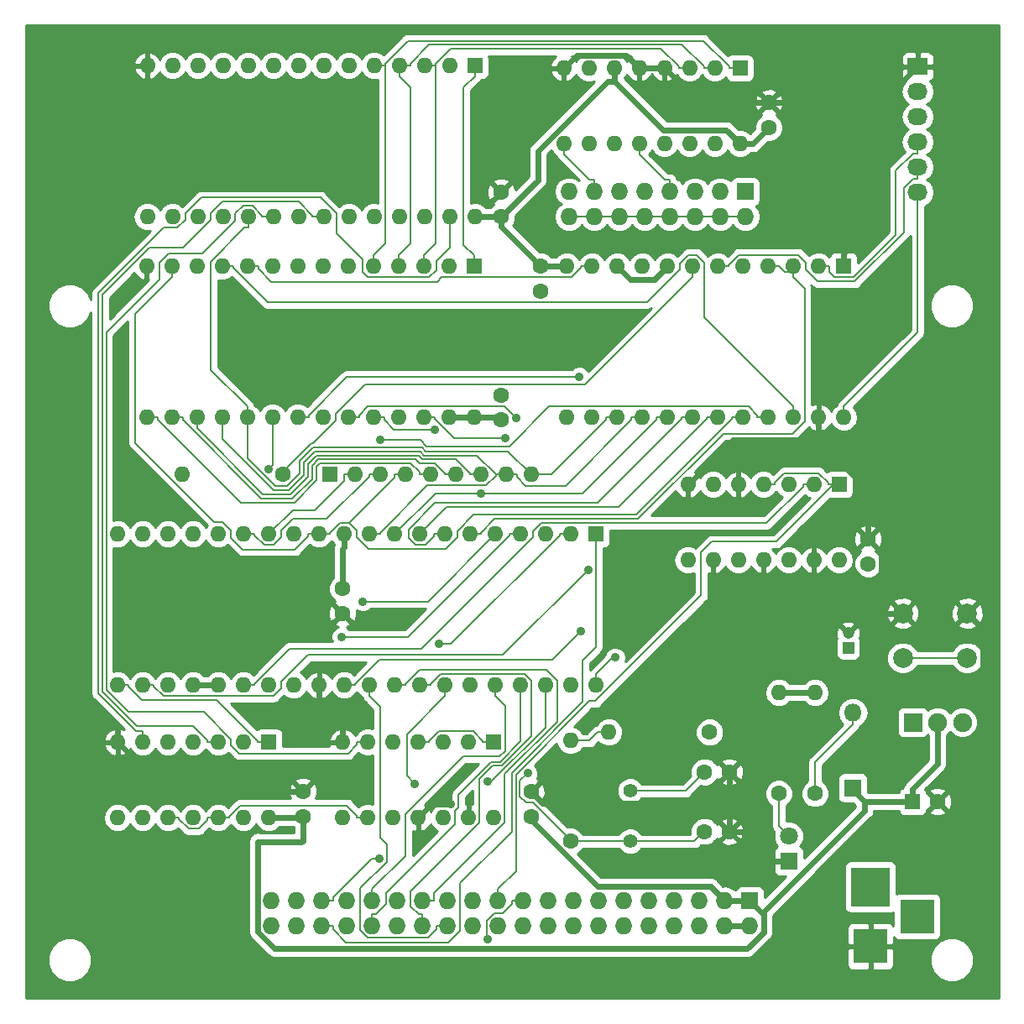
<source format=gtl>
G04 #@! TF.GenerationSoftware,KiCad,Pcbnew,(5.0.0-3-g5ebb6b6)*
G04 #@! TF.CreationDate,2018-12-25T22:54:34+09:00*
G04 #@! TF.ProjectId,Z80-GRANT,5A38302D4752414E542E6B696361645F,rev?*
G04 #@! TF.SameCoordinates,Original*
G04 #@! TF.FileFunction,Copper,L1,Top,Signal*
G04 #@! TF.FilePolarity,Positive*
%FSLAX46Y46*%
G04 Gerber Fmt 4.6, Leading zero omitted, Abs format (unit mm)*
G04 Created by KiCad (PCBNEW (5.0.0-3-g5ebb6b6)) date 2018 December 25, Tuesday 22:54:34*
%MOMM*%
%LPD*%
G01*
G04 APERTURE LIST*
G04 #@! TA.AperFunction,ComponentPad*
%ADD10C,1.600000*%
G04 #@! TD*
G04 #@! TA.AperFunction,ComponentPad*
%ADD11R,1.200000X1.200000*%
G04 #@! TD*
G04 #@! TA.AperFunction,ComponentPad*
%ADD12C,1.200000*%
G04 #@! TD*
G04 #@! TA.AperFunction,ComponentPad*
%ADD13R,1.600000X1.600000*%
G04 #@! TD*
G04 #@! TA.AperFunction,ComponentPad*
%ADD14R,1.800000X1.800000*%
G04 #@! TD*
G04 #@! TA.AperFunction,ComponentPad*
%ADD15O,1.800000X1.800000*%
G04 #@! TD*
G04 #@! TA.AperFunction,ComponentPad*
%ADD16C,1.800000*%
G04 #@! TD*
G04 #@! TA.AperFunction,ComponentPad*
%ADD17R,1.727200X1.727200*%
G04 #@! TD*
G04 #@! TA.AperFunction,ComponentPad*
%ADD18O,1.727200X1.727200*%
G04 #@! TD*
G04 #@! TA.AperFunction,ComponentPad*
%ADD19R,2.032000X1.727200*%
G04 #@! TD*
G04 #@! TA.AperFunction,ComponentPad*
%ADD20O,2.032000X1.727200*%
G04 #@! TD*
G04 #@! TA.AperFunction,ComponentPad*
%ADD21R,4.000000X4.000000*%
G04 #@! TD*
G04 #@! TA.AperFunction,ComponentPad*
%ADD22R,3.500120X3.500120*%
G04 #@! TD*
G04 #@! TA.AperFunction,ComponentPad*
%ADD23O,1.600000X1.600000*%
G04 #@! TD*
G04 #@! TA.AperFunction,ComponentPad*
%ADD24C,2.000000*%
G04 #@! TD*
G04 #@! TA.AperFunction,ComponentPad*
%ADD25R,1.900000X1.900000*%
G04 #@! TD*
G04 #@! TA.AperFunction,ComponentPad*
%ADD26C,1.900000*%
G04 #@! TD*
G04 #@! TA.AperFunction,ComponentPad*
%ADD27C,1.422400*%
G04 #@! TD*
G04 #@! TA.AperFunction,ViaPad*
%ADD28C,0.889000*%
G04 #@! TD*
G04 #@! TA.AperFunction,Conductor*
%ADD29C,0.609600*%
G04 #@! TD*
G04 #@! TA.AperFunction,Conductor*
%ADD30C,0.203200*%
G04 #@! TD*
G04 #@! TA.AperFunction,Conductor*
%ADD31C,0.254000*%
G04 #@! TD*
G04 APERTURE END LIST*
D10*
G04 #@! TO.P,C1,1*
G04 #@! TO.N,VCC*
X121000000Y-99500000D03*
G04 #@! TO.P,C1,2*
G04 #@! TO.N,GND*
X121000000Y-102000000D03*
G04 #@! TD*
G04 #@! TO.P,C2,1*
G04 #@! TO.N,Net-(C2-Pad1)*
X157500000Y-118000000D03*
G04 #@! TO.P,C2,2*
G04 #@! TO.N,GND*
X160000000Y-118000000D03*
G04 #@! TD*
G04 #@! TO.P,C3,1*
G04 #@! TO.N,Net-(C3-Pad1)*
X157500000Y-124000000D03*
G04 #@! TO.P,C3,2*
G04 #@! TO.N,GND*
X160000000Y-124000000D03*
G04 #@! TD*
D11*
G04 #@! TO.P,C4,1*
G04 #@! TO.N,~RESIN*
X172000000Y-105500000D03*
D12*
G04 #@! TO.P,C4,2*
G04 #@! TO.N,GND*
X172000000Y-104000000D03*
G04 #@! TD*
D13*
G04 #@! TO.P,C5,1*
G04 #@! TO.N,VCC*
X178500000Y-121000000D03*
D10*
G04 #@! TO.P,C5,2*
G04 #@! TO.N,GND*
X181000000Y-121000000D03*
G04 #@! TD*
G04 #@! TO.P,C6,1*
G04 #@! TO.N,VCC*
X164000000Y-53000000D03*
G04 #@! TO.P,C6,2*
G04 #@! TO.N,GND*
X164000000Y-50500000D03*
G04 #@! TD*
G04 #@! TO.P,C7,1*
G04 #@! TO.N,VCC*
X137000000Y-82500000D03*
G04 #@! TO.P,C7,2*
G04 #@! TO.N,GND*
X137000000Y-80000000D03*
G04 #@! TD*
G04 #@! TO.P,C8,1*
G04 #@! TO.N,VCC*
X141000000Y-67000000D03*
G04 #@! TO.P,C8,2*
G04 #@! TO.N,GND*
X141000000Y-69500000D03*
G04 #@! TD*
G04 #@! TO.P,C9,1*
G04 #@! TO.N,VCC*
X117000000Y-122500000D03*
G04 #@! TO.P,C9,2*
G04 #@! TO.N,GND*
X117000000Y-120000000D03*
G04 #@! TD*
G04 #@! TO.P,C10,1*
G04 #@! TO.N,VCC*
X137000000Y-62000000D03*
G04 #@! TO.P,C10,2*
G04 #@! TO.N,GND*
X137000000Y-59500000D03*
G04 #@! TD*
G04 #@! TO.P,C11,1*
G04 #@! TO.N,VCC*
X140000000Y-122500000D03*
G04 #@! TO.P,C11,2*
G04 #@! TO.N,GND*
X140000000Y-120000000D03*
G04 #@! TD*
G04 #@! TO.P,C12,1*
G04 #@! TO.N,VCC*
X174000000Y-97000000D03*
G04 #@! TO.P,C12,2*
G04 #@! TO.N,GND*
X174000000Y-94500000D03*
G04 #@! TD*
D14*
G04 #@! TO.P,D1,1*
G04 #@! TO.N,VCC*
X172466000Y-119620000D03*
D15*
G04 #@! TO.P,D1,2*
G04 #@! TO.N,~RESIN*
X172466000Y-112000000D03*
G04 #@! TD*
D14*
G04 #@! TO.P,D2,1*
G04 #@! TO.N,GND*
X166000000Y-127000000D03*
D16*
G04 #@! TO.P,D2,2*
G04 #@! TO.N,Net-(D2-Pad2)*
X166000000Y-124460000D03*
G04 #@! TD*
D17*
G04 #@! TO.P,J1,1*
G04 #@! TO.N,Net-(J1-Pad1)*
X161620000Y-59460000D03*
D18*
G04 #@! TO.P,J1,2*
G04 #@! TO.N,Net-(J1-Pad10)*
X161620000Y-62000000D03*
G04 #@! TO.P,J1,3*
G04 #@! TO.N,Net-(J1-Pad3)*
X159080000Y-59460000D03*
G04 #@! TO.P,J1,4*
G04 #@! TO.N,Net-(J1-Pad10)*
X159080000Y-62000000D03*
G04 #@! TO.P,J1,5*
G04 #@! TO.N,Net-(J1-Pad5)*
X156540000Y-59460000D03*
G04 #@! TO.P,J1,6*
G04 #@! TO.N,Net-(J1-Pad10)*
X156540000Y-62000000D03*
G04 #@! TO.P,J1,7*
G04 #@! TO.N,Net-(J1-Pad7)*
X154000000Y-59460000D03*
G04 #@! TO.P,J1,8*
G04 #@! TO.N,Net-(J1-Pad10)*
X154000000Y-62000000D03*
G04 #@! TO.P,J1,9*
G04 #@! TO.N,Net-(J1-Pad9)*
X151460000Y-59460000D03*
G04 #@! TO.P,J1,10*
G04 #@! TO.N,Net-(J1-Pad10)*
X151460000Y-62000000D03*
G04 #@! TO.P,J1,11*
G04 #@! TO.N,Net-(J1-Pad11)*
X148920000Y-59460000D03*
G04 #@! TO.P,J1,12*
G04 #@! TO.N,Net-(J1-Pad10)*
X148920000Y-62000000D03*
G04 #@! TO.P,J1,13*
G04 #@! TO.N,Net-(J1-Pad13)*
X146380000Y-59460000D03*
G04 #@! TO.P,J1,14*
G04 #@! TO.N,Net-(J1-Pad10)*
X146380000Y-62000000D03*
G04 #@! TO.P,J1,15*
G04 #@! TO.N,Net-(J1-Pad15)*
X143840000Y-59460000D03*
G04 #@! TO.P,J1,16*
G04 #@! TO.N,Net-(J1-Pad10)*
X143840000Y-62000000D03*
G04 #@! TD*
D19*
G04 #@! TO.P,J2,1*
G04 #@! TO.N,GND*
X179000000Y-46840000D03*
D20*
G04 #@! TO.P,J2,2*
G04 #@! TO.N,Net-(J2-Pad2)*
X179000000Y-49380000D03*
G04 #@! TO.P,J2,3*
G04 #@! TO.N,Net-(J2-Pad3)*
X179000000Y-51920000D03*
G04 #@! TO.P,J2,4*
G04 #@! TO.N,Net-(J2-Pad4)*
X179000000Y-54460000D03*
G04 #@! TO.P,J2,5*
G04 #@! TO.N,Net-(J2-Pad5)*
X179000000Y-57000000D03*
G04 #@! TO.P,J2,6*
G04 #@! TO.N,Net-(J2-Pad6)*
X179000000Y-59540000D03*
G04 #@! TD*
D17*
G04 #@! TO.P,J3,1*
G04 #@! TO.N,VCC*
X162080000Y-131000000D03*
D18*
G04 #@! TO.P,J3,2*
G04 #@! TO.N,GND*
X162080000Y-133540000D03*
G04 #@! TO.P,J3,3*
G04 #@! TO.N,VCC*
X159540000Y-131000000D03*
G04 #@! TO.P,J3,4*
G04 #@! TO.N,GND*
X159540000Y-133540000D03*
G04 #@! TO.P,J3,5*
G04 #@! TO.N,Net-(J3-Pad5)*
X157000000Y-131000000D03*
G04 #@! TO.P,J3,6*
G04 #@! TO.N,~RESIN*
X157000000Y-133540000D03*
G04 #@! TO.P,J3,7*
G04 #@! TO.N,Net-(J3-Pad7)*
X154460000Y-131000000D03*
G04 #@! TO.P,J3,8*
G04 #@! TO.N,CLK*
X154460000Y-133540000D03*
G04 #@! TO.P,J3,9*
G04 #@! TO.N,D0*
X151920000Y-131000000D03*
G04 #@! TO.P,J3,10*
G04 #@! TO.N,D1*
X151920000Y-133540000D03*
G04 #@! TO.P,J3,11*
G04 #@! TO.N,D2*
X149380000Y-131000000D03*
G04 #@! TO.P,J3,12*
G04 #@! TO.N,D3*
X149380000Y-133540000D03*
G04 #@! TO.P,J3,13*
G04 #@! TO.N,D4*
X146840000Y-131000000D03*
G04 #@! TO.P,J3,14*
G04 #@! TO.N,D5*
X146840000Y-133540000D03*
G04 #@! TO.P,J3,15*
G04 #@! TO.N,D6*
X144300000Y-131000000D03*
G04 #@! TO.P,J3,16*
G04 #@! TO.N,D7*
X144300000Y-133540000D03*
G04 #@! TO.P,J3,17*
G04 #@! TO.N,~IORD*
X141760000Y-131000000D03*
G04 #@! TO.P,J3,18*
G04 #@! TO.N,~MEMRD*
X141760000Y-133540000D03*
G04 #@! TO.P,J3,19*
G04 #@! TO.N,~IOWR*
X139220000Y-131000000D03*
G04 #@! TO.P,J3,20*
G04 #@! TO.N,~MEMWR*
X139220000Y-133540000D03*
G04 #@! TO.P,J3,21*
G04 #@! TO.N,RES*
X136680000Y-131000000D03*
G04 #@! TO.P,J3,22*
G04 #@! TO.N,Net-(J3-Pad22)*
X136680000Y-133540000D03*
G04 #@! TO.P,J3,23*
G04 #@! TO.N,Net-(J3-Pad23)*
X134140000Y-131000000D03*
G04 #@! TO.P,J3,24*
G04 #@! TO.N,Net-(J3-Pad24)*
X134140000Y-133540000D03*
G04 #@! TO.P,J3,25*
G04 #@! TO.N,A0*
X131600000Y-131000000D03*
G04 #@! TO.P,J3,26*
G04 #@! TO.N,A1*
X131600000Y-133540000D03*
G04 #@! TO.P,J3,27*
G04 #@! TO.N,A2*
X129060000Y-131000000D03*
G04 #@! TO.P,J3,28*
G04 #@! TO.N,A3*
X129060000Y-133540000D03*
G04 #@! TO.P,J3,29*
G04 #@! TO.N,A4*
X126520000Y-131000000D03*
G04 #@! TO.P,J3,30*
G04 #@! TO.N,A5*
X126520000Y-133540000D03*
G04 #@! TO.P,J3,31*
G04 #@! TO.N,A6*
X123980000Y-131000000D03*
G04 #@! TO.P,J3,32*
G04 #@! TO.N,A7*
X123980000Y-133540000D03*
G04 #@! TO.P,J3,33*
G04 #@! TO.N,A8*
X121440000Y-131000000D03*
G04 #@! TO.P,J3,34*
G04 #@! TO.N,A9*
X121440000Y-133540000D03*
G04 #@! TO.P,J3,35*
G04 #@! TO.N,A10*
X118900000Y-131000000D03*
G04 #@! TO.P,J3,36*
G04 #@! TO.N,A11*
X118900000Y-133540000D03*
G04 #@! TO.P,J3,37*
G04 #@! TO.N,A12*
X116360000Y-131000000D03*
G04 #@! TO.P,J3,38*
G04 #@! TO.N,A13*
X116360000Y-133540000D03*
G04 #@! TO.P,J3,39*
G04 #@! TO.N,A14*
X113820000Y-131000000D03*
G04 #@! TO.P,J3,40*
G04 #@! TO.N,A15*
X113820000Y-133540000D03*
G04 #@! TD*
D21*
G04 #@! TO.P,J4,1*
G04 #@! TO.N,Net-(J4-Pad1)*
X174244000Y-129598860D03*
D22*
G04 #@! TO.P,J4,2*
G04 #@! TO.N,GND*
X174244000Y-135598340D03*
G04 #@! TO.P,J4,3*
G04 #@! TO.N,Net-(J4-Pad3)*
X178943000Y-132598600D03*
G04 #@! TD*
D10*
G04 #@! TO.P,R1,1*
G04 #@! TO.N,~INT*
X115000000Y-88000000D03*
D23*
G04 #@! TO.P,R1,2*
G04 #@! TO.N,VCC*
X104840000Y-88000000D03*
G04 #@! TD*
D10*
G04 #@! TO.P,R2,1*
G04 #@! TO.N,Net-(C2-Pad1)*
X158000000Y-114000000D03*
D23*
G04 #@! TO.P,R2,2*
G04 #@! TO.N,Net-(R2-Pad2)*
X147840000Y-114000000D03*
G04 #@! TD*
D10*
G04 #@! TO.P,R3,1*
G04 #@! TO.N,Net-(C3-Pad1)*
X144000000Y-125000000D03*
D23*
G04 #@! TO.P,R3,2*
G04 #@! TO.N,Net-(R2-Pad2)*
X144000000Y-114840000D03*
G04 #@! TD*
D10*
G04 #@! TO.P,R4,1*
G04 #@! TO.N,~RESIN*
X168656000Y-120160000D03*
D23*
G04 #@! TO.P,R4,2*
G04 #@! TO.N,VCC*
X168656000Y-110000000D03*
G04 #@! TD*
D10*
G04 #@! TO.P,R5,1*
G04 #@! TO.N,Net-(D2-Pad2)*
X165000000Y-120160000D03*
D23*
G04 #@! TO.P,R5,2*
G04 #@! TO.N,VCC*
X165000000Y-110000000D03*
G04 #@! TD*
D13*
G04 #@! TO.P,RN1,1*
G04 #@! TO.N,VCC*
X119680000Y-88000000D03*
D23*
G04 #@! TO.P,RN1,2*
G04 #@! TO.N,D0*
X122220000Y-88000000D03*
G04 #@! TO.P,RN1,3*
G04 #@! TO.N,D1*
X124760000Y-88000000D03*
G04 #@! TO.P,RN1,4*
G04 #@! TO.N,D2*
X127300000Y-88000000D03*
G04 #@! TO.P,RN1,5*
G04 #@! TO.N,D3*
X129840000Y-88000000D03*
G04 #@! TO.P,RN1,6*
G04 #@! TO.N,D4*
X132380000Y-88000000D03*
G04 #@! TO.P,RN1,7*
G04 #@! TO.N,D5*
X134920000Y-88000000D03*
G04 #@! TO.P,RN1,8*
G04 #@! TO.N,D6*
X137460000Y-88000000D03*
G04 #@! TO.P,RN1,9*
G04 #@! TO.N,D7*
X140000000Y-88000000D03*
G04 #@! TD*
D24*
G04 #@! TO.P,SW1,2*
G04 #@! TO.N,~RESIN*
X177500000Y-106500000D03*
G04 #@! TO.P,SW1,1*
G04 #@! TO.N,GND*
X177500000Y-102000000D03*
G04 #@! TO.P,SW1,2*
G04 #@! TO.N,~RESIN*
X184000000Y-106500000D03*
G04 #@! TO.P,SW1,1*
G04 #@! TO.N,GND*
X184000000Y-102000000D03*
G04 #@! TD*
D25*
G04 #@! TO.P,SW2,1*
G04 #@! TO.N,Net-(SW2-Pad1)*
X178515000Y-113000000D03*
D26*
G04 #@! TO.P,SW2,2*
G04 #@! TO.N,VCC*
X181015000Y-113000000D03*
G04 #@! TO.P,SW2,3*
G04 #@! TO.N,Net-(J4-Pad1)*
X183515000Y-113000000D03*
G04 #@! TD*
D27*
G04 #@! TO.P,Y1,1*
G04 #@! TO.N,Net-(C2-Pad1)*
X150000000Y-119920000D03*
G04 #@! TO.P,Y1,2*
G04 #@! TO.N,Net-(C3-Pad1)*
X150000000Y-125000000D03*
G04 #@! TD*
D13*
G04 #@! TO.P,U2,1*
G04 #@! TO.N,RES*
X171080000Y-89000000D03*
D23*
G04 #@! TO.P,U2,8*
G04 #@! TO.N,Net-(U2-Pad8)*
X155840000Y-96620000D03*
G04 #@! TO.P,U2,2*
G04 #@! TO.N,Net-(U1-Pad26)*
X168540000Y-89000000D03*
G04 #@! TO.P,U2,9*
G04 #@! TO.N,GND*
X158380000Y-96620000D03*
G04 #@! TO.P,U2,3*
G04 #@! TO.N,~RESIN*
X166000000Y-89000000D03*
G04 #@! TO.P,U2,10*
G04 #@! TO.N,Net-(U2-Pad10)*
X160920000Y-96620000D03*
G04 #@! TO.P,U2,4*
G04 #@! TO.N,RES*
X163460000Y-89000000D03*
G04 #@! TO.P,U2,11*
G04 #@! TO.N,GND*
X163460000Y-96620000D03*
G04 #@! TO.P,U2,5*
X160920000Y-89000000D03*
G04 #@! TO.P,U2,12*
G04 #@! TO.N,Net-(U2-Pad12)*
X166000000Y-96620000D03*
G04 #@! TO.P,U2,6*
G04 #@! TO.N,Net-(U2-Pad6)*
X158380000Y-89000000D03*
G04 #@! TO.P,U2,13*
G04 #@! TO.N,GND*
X168540000Y-96620000D03*
G04 #@! TO.P,U2,7*
X155840000Y-89000000D03*
G04 #@! TO.P,U2,14*
G04 #@! TO.N,VCC*
X171080000Y-96620000D03*
G04 #@! TD*
D13*
G04 #@! TO.P,U3,1*
G04 #@! TO.N,Net-(R2-Pad2)*
X136240000Y-115000000D03*
D23*
G04 #@! TO.P,U3,8*
G04 #@! TO.N,Net-(U3-Pad8)*
X121000000Y-122620000D03*
G04 #@! TO.P,U3,2*
G04 #@! TO.N,CLK*
X133700000Y-115000000D03*
G04 #@! TO.P,U3,9*
G04 #@! TO.N,~IOREQ*
X123540000Y-122620000D03*
G04 #@! TO.P,U3,3*
G04 #@! TO.N,Net-(C3-Pad1)*
X131160000Y-115000000D03*
G04 #@! TO.P,U3,10*
G04 #@! TO.N,Net-(U3-Pad10)*
X126080000Y-122620000D03*
G04 #@! TO.P,U3,4*
G04 #@! TO.N,Net-(R2-Pad2)*
X128620000Y-115000000D03*
G04 #@! TO.P,U3,11*
G04 #@! TO.N,GND*
X128620000Y-122620000D03*
G04 #@! TO.P,U3,5*
G04 #@! TO.N,A15*
X126080000Y-115000000D03*
G04 #@! TO.P,U3,12*
G04 #@! TO.N,Net-(U3-Pad12)*
X131160000Y-122620000D03*
G04 #@! TO.P,U3,6*
G04 #@! TO.N,Net-(U3-Pad6)*
X123540000Y-115000000D03*
G04 #@! TO.P,U3,13*
G04 #@! TO.N,GND*
X133700000Y-122620000D03*
G04 #@! TO.P,U3,7*
X121000000Y-115000000D03*
G04 #@! TO.P,U3,14*
G04 #@! TO.N,VCC*
X136240000Y-122620000D03*
G04 #@! TD*
D13*
G04 #@! TO.P,U4,1*
G04 #@! TO.N,A14*
X134320000Y-46760000D03*
D23*
G04 #@! TO.P,U4,15*
G04 #@! TO.N,D3*
X101300000Y-62000000D03*
G04 #@! TO.P,U4,2*
G04 #@! TO.N,A12*
X131780000Y-46760000D03*
G04 #@! TO.P,U4,16*
G04 #@! TO.N,D4*
X103840000Y-62000000D03*
G04 #@! TO.P,U4,3*
G04 #@! TO.N,A7*
X129240000Y-46760000D03*
G04 #@! TO.P,U4,17*
G04 #@! TO.N,D5*
X106380000Y-62000000D03*
G04 #@! TO.P,U4,4*
G04 #@! TO.N,A6*
X126700000Y-46760000D03*
G04 #@! TO.P,U4,18*
G04 #@! TO.N,D6*
X108920000Y-62000000D03*
G04 #@! TO.P,U4,5*
G04 #@! TO.N,A5*
X124160000Y-46760000D03*
G04 #@! TO.P,U4,19*
G04 #@! TO.N,D7*
X111460000Y-62000000D03*
G04 #@! TO.P,U4,6*
G04 #@! TO.N,A4*
X121620000Y-46760000D03*
G04 #@! TO.P,U4,20*
G04 #@! TO.N,Net-(U3-Pad6)*
X114000000Y-62000000D03*
G04 #@! TO.P,U4,7*
G04 #@! TO.N,A3*
X119080000Y-46760000D03*
G04 #@! TO.P,U4,21*
G04 #@! TO.N,A10*
X116540000Y-62000000D03*
G04 #@! TO.P,U4,8*
G04 #@! TO.N,A2*
X116540000Y-46760000D03*
G04 #@! TO.P,U4,22*
G04 #@! TO.N,~MEMRD*
X119080000Y-62000000D03*
G04 #@! TO.P,U4,9*
G04 #@! TO.N,A1*
X114000000Y-46760000D03*
G04 #@! TO.P,U4,23*
G04 #@! TO.N,A11*
X121620000Y-62000000D03*
G04 #@! TO.P,U4,10*
G04 #@! TO.N,A0*
X111460000Y-46760000D03*
G04 #@! TO.P,U4,24*
G04 #@! TO.N,A9*
X124160000Y-62000000D03*
G04 #@! TO.P,U4,11*
G04 #@! TO.N,D0*
X108920000Y-46760000D03*
G04 #@! TO.P,U4,25*
G04 #@! TO.N,A8*
X126700000Y-62000000D03*
G04 #@! TO.P,U4,12*
G04 #@! TO.N,D1*
X106380000Y-46760000D03*
G04 #@! TO.P,U4,26*
G04 #@! TO.N,A13*
X129240000Y-62000000D03*
G04 #@! TO.P,U4,13*
G04 #@! TO.N,D2*
X103840000Y-46760000D03*
G04 #@! TO.P,U4,27*
G04 #@! TO.N,~MEMWR*
X131780000Y-62000000D03*
G04 #@! TO.P,U4,14*
G04 #@! TO.N,GND*
X101300000Y-46760000D03*
G04 #@! TO.P,U4,28*
G04 #@! TO.N,VCC*
X134320000Y-62000000D03*
G04 #@! TD*
D13*
G04 #@! TO.P,U5,1*
G04 #@! TO.N,A5*
X161080000Y-47000000D03*
D23*
G04 #@! TO.P,U5,9*
G04 #@! TO.N,Net-(J1-Pad13)*
X143300000Y-54620000D03*
G04 #@! TO.P,U5,2*
G04 #@! TO.N,A6*
X158540000Y-47000000D03*
G04 #@! TO.P,U5,10*
G04 #@! TO.N,Net-(J1-Pad11)*
X145840000Y-54620000D03*
G04 #@! TO.P,U5,3*
G04 #@! TO.N,A7*
X156000000Y-47000000D03*
G04 #@! TO.P,U5,11*
G04 #@! TO.N,Net-(J1-Pad9)*
X148380000Y-54620000D03*
G04 #@! TO.P,U5,4*
G04 #@! TO.N,GND*
X153460000Y-47000000D03*
G04 #@! TO.P,U5,12*
G04 #@! TO.N,Net-(J1-Pad7)*
X150920000Y-54620000D03*
G04 #@! TO.P,U5,5*
G04 #@! TO.N,GND*
X150920000Y-47000000D03*
G04 #@! TO.P,U5,13*
G04 #@! TO.N,Net-(J1-Pad5)*
X153460000Y-54620000D03*
G04 #@! TO.P,U5,6*
G04 #@! TO.N,VCC*
X148380000Y-47000000D03*
G04 #@! TO.P,U5,14*
G04 #@! TO.N,Net-(J1-Pad3)*
X156000000Y-54620000D03*
G04 #@! TO.P,U5,7*
G04 #@! TO.N,Net-(J1-Pad15)*
X145840000Y-47000000D03*
G04 #@! TO.P,U5,15*
G04 #@! TO.N,Net-(J1-Pad1)*
X158540000Y-54620000D03*
G04 #@! TO.P,U5,8*
G04 #@! TO.N,GND*
X143300000Y-47000000D03*
G04 #@! TO.P,U5,16*
G04 #@! TO.N,VCC*
X161080000Y-54620000D03*
G04 #@! TD*
D13*
G04 #@! TO.P,U6,1*
G04 #@! TO.N,A14*
X134240000Y-67000000D03*
D23*
G04 #@! TO.P,U6,15*
G04 #@! TO.N,D3*
X101220000Y-82240000D03*
G04 #@! TO.P,U6,2*
G04 #@! TO.N,A12*
X131700000Y-67000000D03*
G04 #@! TO.P,U6,16*
G04 #@! TO.N,D4*
X103760000Y-82240000D03*
G04 #@! TO.P,U6,3*
G04 #@! TO.N,A7*
X129160000Y-67000000D03*
G04 #@! TO.P,U6,17*
G04 #@! TO.N,D5*
X106300000Y-82240000D03*
G04 #@! TO.P,U6,4*
G04 #@! TO.N,A6*
X126620000Y-67000000D03*
G04 #@! TO.P,U6,18*
G04 #@! TO.N,D6*
X108840000Y-82240000D03*
G04 #@! TO.P,U6,5*
G04 #@! TO.N,A5*
X124080000Y-67000000D03*
G04 #@! TO.P,U6,19*
G04 #@! TO.N,D7*
X111380000Y-82240000D03*
G04 #@! TO.P,U6,6*
G04 #@! TO.N,A4*
X121540000Y-67000000D03*
G04 #@! TO.P,U6,20*
G04 #@! TO.N,A15*
X113920000Y-82240000D03*
G04 #@! TO.P,U6,7*
G04 #@! TO.N,A3*
X119000000Y-67000000D03*
G04 #@! TO.P,U6,21*
G04 #@! TO.N,A10*
X116460000Y-82240000D03*
G04 #@! TO.P,U6,8*
G04 #@! TO.N,A2*
X116460000Y-67000000D03*
G04 #@! TO.P,U6,22*
G04 #@! TO.N,~MEMRD*
X119000000Y-82240000D03*
G04 #@! TO.P,U6,9*
G04 #@! TO.N,A1*
X113920000Y-67000000D03*
G04 #@! TO.P,U6,23*
G04 #@! TO.N,A11*
X121540000Y-82240000D03*
G04 #@! TO.P,U6,10*
G04 #@! TO.N,A0*
X111380000Y-67000000D03*
G04 #@! TO.P,U6,24*
G04 #@! TO.N,A9*
X124080000Y-82240000D03*
G04 #@! TO.P,U6,11*
G04 #@! TO.N,D0*
X108840000Y-67000000D03*
G04 #@! TO.P,U6,25*
G04 #@! TO.N,A8*
X126620000Y-82240000D03*
G04 #@! TO.P,U6,12*
G04 #@! TO.N,D1*
X106300000Y-67000000D03*
G04 #@! TO.P,U6,26*
G04 #@! TO.N,A13*
X129160000Y-82240000D03*
G04 #@! TO.P,U6,13*
G04 #@! TO.N,D2*
X103760000Y-67000000D03*
G04 #@! TO.P,U6,27*
G04 #@! TO.N,VCC*
X131700000Y-82240000D03*
G04 #@! TO.P,U6,14*
G04 #@! TO.N,GND*
X101220000Y-67000000D03*
G04 #@! TO.P,U6,28*
G04 #@! TO.N,VCC*
X134240000Y-82240000D03*
G04 #@! TD*
D13*
G04 #@! TO.P,U7,1*
G04 #@! TO.N,~RD*
X113540000Y-115000000D03*
D23*
G04 #@! TO.P,U7,8*
G04 #@! TO.N,~IORD*
X98300000Y-122620000D03*
G04 #@! TO.P,U7,2*
G04 #@! TO.N,~MREQ*
X111000000Y-115000000D03*
G04 #@! TO.P,U7,9*
G04 #@! TO.N,~RD*
X100840000Y-122620000D03*
G04 #@! TO.P,U7,3*
G04 #@! TO.N,~MEMRD*
X108460000Y-115000000D03*
G04 #@! TO.P,U7,10*
G04 #@! TO.N,~IOREQ*
X103380000Y-122620000D03*
G04 #@! TO.P,U7,4*
G04 #@! TO.N,~MREQ*
X105920000Y-115000000D03*
G04 #@! TO.P,U7,11*
G04 #@! TO.N,~IOWR*
X105920000Y-122620000D03*
G04 #@! TO.P,U7,5*
G04 #@! TO.N,~WR*
X103380000Y-115000000D03*
G04 #@! TO.P,U7,12*
G04 #@! TO.N,~IOREQ*
X108460000Y-122620000D03*
G04 #@! TO.P,U7,6*
G04 #@! TO.N,~MEMWR*
X100840000Y-115000000D03*
G04 #@! TO.P,U7,13*
G04 #@! TO.N,~WR*
X111000000Y-122620000D03*
G04 #@! TO.P,U7,7*
G04 #@! TO.N,GND*
X98300000Y-115000000D03*
G04 #@! TO.P,U7,14*
G04 #@! TO.N,VCC*
X113540000Y-122620000D03*
G04 #@! TD*
D13*
G04 #@! TO.P,U8,1*
G04 #@! TO.N,GND*
X171540000Y-67000000D03*
D23*
G04 #@! TO.P,U8,13*
G04 #@! TO.N,~WR*
X143600000Y-82240000D03*
G04 #@! TO.P,U8,2*
G04 #@! TO.N,Net-(J2-Pad4)*
X169000000Y-67000000D03*
G04 #@! TO.P,U8,14*
G04 #@! TO.N,Net-(U3-Pad8)*
X146140000Y-82240000D03*
G04 #@! TO.P,U8,3*
G04 #@! TO.N,CLK*
X166460000Y-67000000D03*
G04 #@! TO.P,U8,15*
G04 #@! TO.N,D7*
X148680000Y-82240000D03*
G04 #@! TO.P,U8,4*
G04 #@! TO.N,CLK*
X163920000Y-67000000D03*
G04 #@! TO.P,U8,16*
G04 #@! TO.N,D6*
X151220000Y-82240000D03*
G04 #@! TO.P,U8,5*
G04 #@! TO.N,Net-(J2-Pad2)*
X161380000Y-67000000D03*
G04 #@! TO.P,U8,17*
G04 #@! TO.N,D5*
X153760000Y-82240000D03*
G04 #@! TO.P,U8,6*
G04 #@! TO.N,Net-(J2-Pad5)*
X158840000Y-67000000D03*
G04 #@! TO.P,U8,18*
G04 #@! TO.N,D4*
X156300000Y-82240000D03*
G04 #@! TO.P,U8,7*
G04 #@! TO.N,~INT*
X156300000Y-67000000D03*
G04 #@! TO.P,U8,19*
G04 #@! TO.N,D3*
X158840000Y-82240000D03*
G04 #@! TO.P,U8,8*
G04 #@! TO.N,VCC*
X153760000Y-67000000D03*
G04 #@! TO.P,U8,20*
G04 #@! TO.N,D2*
X161380000Y-82240000D03*
G04 #@! TO.P,U8,9*
G04 #@! TO.N,Net-(J1-Pad10)*
X151220000Y-67000000D03*
G04 #@! TO.P,U8,21*
G04 #@! TO.N,D1*
X163920000Y-82240000D03*
G04 #@! TO.P,U8,10*
G04 #@! TO.N,VCC*
X148680000Y-67000000D03*
G04 #@! TO.P,U8,22*
G04 #@! TO.N,D0*
X166460000Y-82240000D03*
G04 #@! TO.P,U8,11*
G04 #@! TO.N,A0*
X146140000Y-67000000D03*
G04 #@! TO.P,U8,23*
G04 #@! TO.N,GND*
X169000000Y-82240000D03*
G04 #@! TO.P,U8,12*
G04 #@! TO.N,VCC*
X143600000Y-67000000D03*
G04 #@! TO.P,U8,24*
G04 #@! TO.N,Net-(J2-Pad6)*
X171540000Y-82240000D03*
G04 #@! TD*
D13*
G04 #@! TO.P,U1,1*
G04 #@! TO.N,A11*
X146560000Y-94000000D03*
D23*
G04 #@! TO.P,U1,21*
G04 #@! TO.N,~RD*
X98300000Y-109240000D03*
G04 #@! TO.P,U1,2*
G04 #@! TO.N,A12*
X144020000Y-94000000D03*
G04 #@! TO.P,U1,22*
G04 #@! TO.N,~WR*
X100840000Y-109240000D03*
G04 #@! TO.P,U1,3*
G04 #@! TO.N,A13*
X141480000Y-94000000D03*
G04 #@! TO.P,U1,23*
G04 #@! TO.N,Net-(U1-Pad23)*
X103380000Y-109240000D03*
G04 #@! TO.P,U1,4*
G04 #@! TO.N,A14*
X138940000Y-94000000D03*
G04 #@! TO.P,U1,24*
G04 #@! TO.N,VCC*
X105920000Y-109240000D03*
G04 #@! TO.P,U1,5*
G04 #@! TO.N,A15*
X136400000Y-94000000D03*
G04 #@! TO.P,U1,25*
G04 #@! TO.N,VCC*
X108460000Y-109240000D03*
G04 #@! TO.P,U1,6*
G04 #@! TO.N,CLK*
X133860000Y-94000000D03*
G04 #@! TO.P,U1,26*
G04 #@! TO.N,Net-(U1-Pad26)*
X111000000Y-109240000D03*
G04 #@! TO.P,U1,7*
G04 #@! TO.N,D4*
X131320000Y-94000000D03*
G04 #@! TO.P,U1,27*
G04 #@! TO.N,Net-(U1-Pad27)*
X113540000Y-109240000D03*
G04 #@! TO.P,U1,8*
G04 #@! TO.N,D3*
X128780000Y-94000000D03*
G04 #@! TO.P,U1,28*
G04 #@! TO.N,Net-(U1-Pad28)*
X116080000Y-109240000D03*
G04 #@! TO.P,U1,9*
G04 #@! TO.N,D5*
X126240000Y-94000000D03*
G04 #@! TO.P,U1,29*
G04 #@! TO.N,GND*
X118620000Y-109240000D03*
G04 #@! TO.P,U1,10*
G04 #@! TO.N,D6*
X123700000Y-94000000D03*
G04 #@! TO.P,U1,30*
G04 #@! TO.N,A0*
X121160000Y-109240000D03*
G04 #@! TO.P,U1,11*
G04 #@! TO.N,VCC*
X121160000Y-94000000D03*
G04 #@! TO.P,U1,31*
G04 #@! TO.N,A1*
X123700000Y-109240000D03*
G04 #@! TO.P,U1,12*
G04 #@! TO.N,D2*
X118620000Y-94000000D03*
G04 #@! TO.P,U1,32*
G04 #@! TO.N,A2*
X126240000Y-109240000D03*
G04 #@! TO.P,U1,13*
G04 #@! TO.N,D7*
X116080000Y-94000000D03*
G04 #@! TO.P,U1,33*
G04 #@! TO.N,A3*
X128780000Y-109240000D03*
G04 #@! TO.P,U1,14*
G04 #@! TO.N,D0*
X113540000Y-94000000D03*
G04 #@! TO.P,U1,34*
G04 #@! TO.N,A4*
X131320000Y-109240000D03*
G04 #@! TO.P,U1,15*
G04 #@! TO.N,D1*
X111000000Y-94000000D03*
G04 #@! TO.P,U1,35*
G04 #@! TO.N,A5*
X133860000Y-109240000D03*
G04 #@! TO.P,U1,16*
G04 #@! TO.N,~INT*
X108460000Y-94000000D03*
G04 #@! TO.P,U1,36*
G04 #@! TO.N,A6*
X136400000Y-109240000D03*
G04 #@! TO.P,U1,17*
G04 #@! TO.N,VCC*
X105920000Y-94000000D03*
G04 #@! TO.P,U1,37*
G04 #@! TO.N,A7*
X138940000Y-109240000D03*
G04 #@! TO.P,U1,18*
G04 #@! TO.N,Net-(U1-Pad18)*
X103380000Y-94000000D03*
G04 #@! TO.P,U1,38*
G04 #@! TO.N,A8*
X141480000Y-109240000D03*
G04 #@! TO.P,U1,19*
G04 #@! TO.N,~MREQ*
X100840000Y-94000000D03*
G04 #@! TO.P,U1,39*
G04 #@! TO.N,A9*
X144020000Y-109240000D03*
G04 #@! TO.P,U1,20*
G04 #@! TO.N,~IOREQ*
X98300000Y-94000000D03*
G04 #@! TO.P,U1,40*
G04 #@! TO.N,A10*
X146560000Y-109240000D03*
G04 #@! TD*
D28*
G04 #@! TO.N,GND*
X97288600Y-112506800D03*
X131902100Y-121283700D03*
X99695000Y-87630000D03*
X154305000Y-99695000D03*
X139547500Y-73025000D03*
G04 #@! TO.N,Net-(C3-Pad1)*
X139653400Y-118129400D03*
G04 #@! TO.N,D1*
X124760000Y-84518200D03*
G04 #@! TO.N,D5*
X134920000Y-89892100D03*
G04 #@! TO.N,~IOWR*
X135618700Y-134847500D03*
G04 #@! TO.N,A0*
X144994300Y-103812400D03*
G04 #@! TO.N,A4*
X128279600Y-119214600D03*
G04 #@! TO.N,A8*
X135629900Y-118991100D03*
G04 #@! TO.N,A9*
X130298300Y-83464300D03*
G04 #@! TO.N,A10*
X124687100Y-126755000D03*
X148478500Y-106458100D03*
X144870000Y-78150800D03*
G04 #@! TO.N,A11*
X138530300Y-82327500D03*
G04 #@! TO.N,A12*
X130694000Y-105107600D03*
G04 #@! TO.N,A13*
X137444900Y-84368000D03*
G04 #@! TO.N,A14*
X120906700Y-104383600D03*
G04 #@! TO.N,A15*
X113538500Y-87426100D03*
X123054700Y-100804600D03*
G04 #@! TO.N,~WR*
X145759700Y-97596200D03*
G04 #@! TD*
D29*
G04 #@! TO.N,VCC*
X112442300Y-125095000D02*
X116840000Y-125095000D01*
X117000000Y-124935000D02*
X117000000Y-122500000D01*
X116840000Y-125095000D02*
X117000000Y-124935000D01*
X148380000Y-47000000D02*
X148380000Y-48308300D01*
X162388300Y-54611700D02*
X164000000Y-53000000D01*
X162388300Y-54620000D02*
X162388300Y-54611700D01*
X161080000Y-54620000D02*
X162388300Y-54620000D01*
X159716300Y-53256300D02*
X161080000Y-54620000D01*
X153328000Y-53256300D02*
X159716300Y-53256300D01*
X148380000Y-48308300D02*
X153328000Y-53256300D01*
X181015000Y-117176700D02*
X181015000Y-113000000D01*
X178500000Y-119691700D02*
X181015000Y-117176700D01*
X178500000Y-121000000D02*
X178500000Y-119691700D01*
X134240000Y-82240000D02*
X131700000Y-82240000D01*
X140695700Y-58304300D02*
X137000000Y-62000000D01*
X140695700Y-55354700D02*
X140695700Y-58304300D01*
X147742100Y-48308300D02*
X140695700Y-55354700D01*
X148380000Y-48308300D02*
X147742100Y-48308300D01*
X158116400Y-129576400D02*
X159540000Y-131000000D01*
X146694600Y-129576400D02*
X158116400Y-129576400D01*
X140000000Y-122881800D02*
X146694600Y-129576400D01*
X140000000Y-122500000D02*
X140000000Y-122881800D01*
X178500000Y-121000000D02*
X177191700Y-121000000D01*
X134240000Y-82240000D02*
X135548300Y-82240000D01*
X143600000Y-67000000D02*
X142291700Y-67000000D01*
X134320000Y-62000000D02*
X135628300Y-62000000D01*
X159540000Y-131000000D02*
X160911900Y-131000000D01*
X162080000Y-131000000D02*
X160911900Y-131000000D01*
X116880000Y-122620000D02*
X117000000Y-122500000D01*
X113540000Y-122620000D02*
X116880000Y-122620000D01*
X177191700Y-121000000D02*
X173654200Y-121000000D01*
X172466000Y-119811800D02*
X172466000Y-119620000D01*
X173654200Y-121000000D02*
X172466000Y-119811800D01*
X173654200Y-121887700D02*
X163311000Y-132230900D01*
X173654200Y-121000000D02*
X173654200Y-121887700D01*
X163311000Y-132230900D02*
X162080000Y-131000000D01*
X168656000Y-110000000D02*
X165000000Y-110000000D01*
X136740000Y-82240000D02*
X137000000Y-82500000D01*
X135548300Y-82240000D02*
X136740000Y-82240000D01*
X121000000Y-95468300D02*
X121000000Y-99500000D01*
X121160000Y-95308300D02*
X121000000Y-95468300D01*
X121160000Y-94000000D02*
X121160000Y-95308300D01*
X108460000Y-109240000D02*
X105920000Y-109240000D01*
X141000000Y-67000000D02*
X142291700Y-67000000D01*
X137000000Y-62000000D02*
X135628300Y-62000000D01*
X137000000Y-63000000D02*
X141000000Y-67000000D01*
X137000000Y-62000000D02*
X137000000Y-63000000D01*
X152450800Y-68309200D02*
X153760000Y-67000000D01*
X149989200Y-68309200D02*
X152450800Y-68309200D01*
X148680000Y-67000000D02*
X149989200Y-68309200D01*
X163458900Y-132378900D02*
X163311000Y-132230900D01*
X163458900Y-134165800D02*
X163458900Y-132378900D01*
X161829300Y-135795400D02*
X163458900Y-134165800D01*
X136018400Y-135795400D02*
X161829300Y-135795400D01*
X136013500Y-135800300D02*
X136018400Y-135795400D01*
X135224000Y-135800300D02*
X136013500Y-135800300D01*
X135219100Y-135795400D02*
X135224000Y-135800300D01*
X114100100Y-135795400D02*
X135219100Y-135795400D01*
X112442300Y-134137600D02*
X114100100Y-135795400D01*
X112442300Y-125026000D02*
X112442300Y-125095000D01*
X112442300Y-125095000D02*
X112442300Y-134137600D01*
G04 #@! TO.N,GND*
X159540000Y-133540000D02*
X162080000Y-133540000D01*
X118620000Y-111311700D02*
X121000000Y-113691700D01*
X118620000Y-109240000D02*
X118620000Y-111311700D01*
X121000000Y-115000000D02*
X121000000Y-113691700D01*
X185563600Y-116436400D02*
X181000000Y-121000000D01*
X185563600Y-103563600D02*
X185563600Y-116436400D01*
X184000000Y-102000000D02*
X185563600Y-103563600D01*
X175308400Y-95808400D02*
X175308400Y-102000000D01*
X174000000Y-94500000D02*
X175308400Y-95808400D01*
X177500000Y-102000000D02*
X175308400Y-102000000D01*
X174000000Y-102000000D02*
X172000000Y-104000000D01*
X175308400Y-102000000D02*
X174000000Y-102000000D01*
X149608100Y-45688100D02*
X150920000Y-47000000D01*
X144611900Y-45688100D02*
X149608100Y-45688100D01*
X143300000Y-47000000D02*
X144611900Y-45688100D01*
X150920000Y-47000000D02*
X152228300Y-47000000D01*
X169000000Y-82240000D02*
X169000000Y-83548300D01*
X169000000Y-83548300D02*
X168477600Y-84070700D01*
X174000000Y-89593100D02*
X174000000Y-94500000D01*
X168477600Y-84070700D02*
X174000000Y-89593100D01*
X166000000Y-127000000D02*
X164591700Y-127000000D01*
X161591700Y-124000000D02*
X160000000Y-124000000D01*
X164591700Y-127000000D02*
X161591700Y-124000000D01*
X141156900Y-121156900D02*
X160000000Y-121156900D01*
X140000000Y-120000000D02*
X141156900Y-121156900D01*
X160000000Y-124000000D02*
X160000000Y-121156900D01*
X160000000Y-121156900D02*
X160000000Y-118000000D01*
X103300000Y-120000000D02*
X98300000Y-115000000D01*
X117000000Y-120000000D02*
X103300000Y-120000000D01*
X97288600Y-112680300D02*
X97288600Y-112506800D01*
X98300000Y-113691700D02*
X97288600Y-112680300D01*
X98300000Y-115000000D02*
X98300000Y-113691700D01*
X129956300Y-121283700D02*
X128620000Y-122620000D01*
X131902100Y-121283700D02*
X129956300Y-121283700D01*
X171540000Y-67000000D02*
X171540000Y-50500000D01*
X164000000Y-50500000D02*
X171540000Y-50500000D01*
X175340000Y-50500000D02*
X179000000Y-46840000D01*
X171540000Y-50500000D02*
X175340000Y-50500000D01*
X168071000Y-84477300D02*
X168477600Y-84070700D01*
X160362700Y-84477300D02*
X168071000Y-84477300D01*
X155840000Y-89000000D02*
X160362700Y-84477300D01*
X153460000Y-47000000D02*
X152228300Y-47000000D01*
X156960000Y-50500000D02*
X164000000Y-50500000D01*
X153460000Y-47000000D02*
X156960000Y-50500000D01*
D30*
G04 #@! TO.N,Net-(C2-Pad1)*
X155580000Y-119920000D02*
X157500000Y-118000000D01*
X150000000Y-119920000D02*
X155580000Y-119920000D01*
G04 #@! TO.N,Net-(C3-Pad1)*
X138887100Y-118895700D02*
X139653400Y-118129400D01*
X138887100Y-120484400D02*
X138887100Y-118895700D01*
X139508800Y-121106100D02*
X138887100Y-120484400D01*
X140206200Y-121106100D02*
X139508800Y-121106100D01*
X144000000Y-124899900D02*
X140206200Y-121106100D01*
X144000000Y-125000000D02*
X144000000Y-124899900D01*
X144000000Y-125000000D02*
X150000000Y-125000000D01*
X156500000Y-125000000D02*
X157500000Y-124000000D01*
X150000000Y-125000000D02*
X156500000Y-125000000D01*
G04 #@! TO.N,~RESIN*
X184000000Y-106500000D02*
X177500000Y-106500000D01*
X168656000Y-117015100D02*
X172466000Y-113205100D01*
X168656000Y-120160000D02*
X168656000Y-117015100D01*
X172466000Y-112000000D02*
X172466000Y-113205100D01*
G04 #@! TO.N,Net-(D2-Pad2)*
X165000000Y-123460000D02*
X166000000Y-124460000D01*
X165000000Y-120160000D02*
X165000000Y-123460000D01*
G04 #@! TO.N,Net-(J1-Pad10)*
X143840000Y-62000000D02*
X146380000Y-62000000D01*
X151460000Y-62000000D02*
X154000000Y-62000000D01*
X154000000Y-62000000D02*
X156540000Y-62000000D01*
X156540000Y-62000000D02*
X159080000Y-62000000D01*
X159080000Y-62000000D02*
X161620000Y-62000000D01*
X151460000Y-62000000D02*
X148920000Y-62000000D01*
X148920000Y-62000000D02*
X146380000Y-62000000D01*
G04 #@! TO.N,Net-(J1-Pad7)*
X153486200Y-58291300D02*
X154000000Y-58291300D01*
X150920000Y-55725100D02*
X153486200Y-58291300D01*
X150920000Y-54620000D02*
X150920000Y-55725100D01*
X154000000Y-59460000D02*
X154000000Y-58291300D01*
G04 #@! TO.N,Net-(J1-Pad13)*
X145866200Y-58291300D02*
X146380000Y-58291300D01*
X143300000Y-55725100D02*
X145866200Y-58291300D01*
X143300000Y-54620000D02*
X143300000Y-55725100D01*
X146380000Y-59460000D02*
X146380000Y-58291300D01*
G04 #@! TO.N,Net-(J2-Pad4)*
X169000000Y-67000000D02*
X170105100Y-67000000D01*
X179000000Y-54460000D02*
X179000000Y-55628700D01*
X170105100Y-67604400D02*
X170105100Y-67000000D01*
X170605900Y-68105200D02*
X170105100Y-67604400D01*
X172515600Y-68105200D02*
X170605900Y-68105200D01*
X176815500Y-63805300D02*
X172515600Y-68105200D01*
X176815500Y-57335700D02*
X176815500Y-63805300D01*
X178522500Y-55628700D02*
X176815500Y-57335700D01*
X179000000Y-55628700D02*
X178522500Y-55628700D01*
G04 #@! TO.N,Net-(J2-Pad5)*
X178522500Y-58168700D02*
X179000000Y-58168700D01*
X177628900Y-59062300D02*
X178522500Y-58168700D01*
X177628900Y-63567200D02*
X177628900Y-59062300D01*
X172667900Y-68528200D02*
X177628900Y-63567200D01*
X168925600Y-68528200D02*
X172667900Y-68528200D01*
X167730000Y-67332600D02*
X168925600Y-68528200D01*
X167730000Y-66629400D02*
X167730000Y-67332600D01*
X166935500Y-65834900D02*
X167730000Y-66629400D01*
X160972100Y-65834900D02*
X166935500Y-65834900D01*
X159945100Y-66861900D02*
X160972100Y-65834900D01*
X159945100Y-67000000D02*
X159945100Y-66861900D01*
X158840000Y-67000000D02*
X159945100Y-67000000D01*
X179000000Y-57000000D02*
X179000000Y-58168700D01*
G04 #@! TO.N,Net-(J2-Pad6)*
X179000000Y-73674900D02*
X179000000Y-59540000D01*
X171540000Y-81134900D02*
X179000000Y-73674900D01*
X171540000Y-82240000D02*
X171540000Y-81134900D01*
G04 #@! TO.N,CLK*
X133860000Y-94000000D02*
X134965100Y-94000000D01*
X166460000Y-67000000D02*
X166460000Y-67552500D01*
X166460000Y-67552500D02*
X166460000Y-68105100D01*
X165577600Y-67552500D02*
X165025100Y-67000000D01*
X166460000Y-67552500D02*
X165577600Y-67552500D01*
X163920000Y-67000000D02*
X165025100Y-67000000D01*
X134965100Y-93861700D02*
X134965100Y-94000000D01*
X136338700Y-92488100D02*
X134965100Y-93861700D01*
X150764300Y-92488100D02*
X136338700Y-92488100D01*
X159385000Y-83867400D02*
X150764300Y-92488100D01*
X166395900Y-83867400D02*
X159385000Y-83867400D01*
X167598500Y-82664800D02*
X166395900Y-83867400D01*
X167598500Y-69243600D02*
X167598500Y-82664800D01*
X166460000Y-68105100D02*
X167598500Y-69243600D01*
G04 #@! TO.N,D0*
X122220000Y-88000000D02*
X121114900Y-88000000D01*
X157484900Y-72159800D02*
X166460000Y-81134900D01*
X157484900Y-66621000D02*
X157484900Y-72159800D01*
X156705600Y-65841700D02*
X157484900Y-66621000D01*
X155890300Y-65841700D02*
X156705600Y-65841700D01*
X155030000Y-66702000D02*
X155890300Y-65841700D01*
X155030000Y-67295000D02*
X155030000Y-66702000D01*
X151711500Y-70613500D02*
X155030000Y-67295000D01*
X113420500Y-70613500D02*
X151711500Y-70613500D01*
X109945100Y-67138100D02*
X113420500Y-70613500D01*
X109945100Y-67000000D02*
X109945100Y-67138100D01*
X108840000Y-67000000D02*
X109945100Y-67000000D01*
X166460000Y-82240000D02*
X166460000Y-81134900D01*
X115951800Y-91588200D02*
X113540000Y-94000000D01*
X118146500Y-91588200D02*
X115951800Y-91588200D01*
X121114900Y-88619800D02*
X118146500Y-91588200D01*
X121114900Y-88000000D02*
X121114900Y-88619800D01*
G04 #@! TO.N,D1*
X123654900Y-88229000D02*
X123654900Y-88000000D01*
X119395900Y-92488000D02*
X123654900Y-88229000D01*
X115956400Y-92488000D02*
X119395900Y-92488000D01*
X114810000Y-93634400D02*
X115956400Y-92488000D01*
X114810000Y-94356000D02*
X114810000Y-93634400D01*
X114057900Y-95108100D02*
X114810000Y-94356000D01*
X113075100Y-95108100D02*
X114057900Y-95108100D01*
X112105100Y-94138100D02*
X113075100Y-95108100D01*
X112105100Y-94000000D02*
X112105100Y-94138100D01*
X111000000Y-94000000D02*
X112105100Y-94000000D01*
X124760000Y-88000000D02*
X123654900Y-88000000D01*
X163920000Y-82240000D02*
X162814900Y-82240000D01*
X128819900Y-84518200D02*
X124760000Y-84518200D01*
X129443500Y-85141800D02*
X128819900Y-84518200D01*
X137806000Y-85141800D02*
X129443500Y-85141800D01*
X141823700Y-81124100D02*
X137806000Y-85141800D01*
X161928000Y-81124100D02*
X141823700Y-81124100D01*
X162814900Y-82011000D02*
X161928000Y-81124100D01*
X162814900Y-82240000D02*
X162814900Y-82011000D01*
G04 #@! TO.N,D2*
X103760000Y-67000000D02*
X103760000Y-68105100D01*
X100079100Y-71786000D02*
X103760000Y-68105100D01*
X100079100Y-84844000D02*
X100079100Y-71786000D01*
X108008200Y-92773100D02*
X100079100Y-84844000D01*
X108862900Y-92773100D02*
X108008200Y-92773100D01*
X109730000Y-93640200D02*
X108862900Y-92773100D01*
X109730000Y-94372800D02*
X109730000Y-93640200D01*
X110922200Y-95565000D02*
X109730000Y-94372800D01*
X116178900Y-95565000D02*
X110922200Y-95565000D01*
X117514900Y-94229000D02*
X116178900Y-95565000D01*
X117514900Y-94000000D02*
X117514900Y-94229000D01*
X118395700Y-94000000D02*
X117514900Y-94000000D01*
X118395700Y-94000000D02*
X118620000Y-94000000D01*
X118620000Y-94000000D02*
X119725100Y-94000000D01*
X127300000Y-88000000D02*
X126194900Y-88000000D01*
X126194900Y-88341700D02*
X126194900Y-88000000D01*
X121641800Y-92894800D02*
X126194900Y-88341700D01*
X119725100Y-93861700D02*
X119725100Y-94000000D01*
X120692000Y-92894800D02*
X119725100Y-93861700D01*
X121641800Y-92894800D02*
X120692000Y-92894800D01*
X161380000Y-82240000D02*
X160274900Y-82240000D01*
X122430000Y-93683000D02*
X121641800Y-92894800D01*
X122430000Y-94351100D02*
X122430000Y-93683000D01*
X123618300Y-95539400D02*
X122430000Y-94351100D01*
X131408700Y-95539400D02*
X123618300Y-95539400D01*
X132590000Y-94358100D02*
X131408700Y-95539400D01*
X132590000Y-93697200D02*
X132590000Y-94358100D01*
X134222000Y-92065200D02*
X132590000Y-93697200D01*
X150611900Y-92065200D02*
X134222000Y-92065200D01*
X160274900Y-82402200D02*
X150611900Y-92065200D01*
X160274900Y-82240000D02*
X160274900Y-82402200D01*
G04 #@! TO.N,D3*
X158840000Y-82240000D02*
X157734900Y-82240000D01*
X131512000Y-91268000D02*
X128780000Y-94000000D01*
X148851900Y-91268000D02*
X131512000Y-91268000D01*
X157734900Y-82385000D02*
X148851900Y-91268000D01*
X157734900Y-82240000D02*
X157734900Y-82385000D01*
X102325100Y-82469000D02*
X102325100Y-82240000D01*
X110700000Y-90843900D02*
X102325100Y-82469000D01*
X116120800Y-90843900D02*
X110700000Y-90843900D01*
X118360700Y-88604000D02*
X116120800Y-90843900D01*
X118360700Y-87240300D02*
X118360700Y-88604000D01*
X118706300Y-86894700D02*
X118360700Y-87240300D01*
X127873400Y-86894700D02*
X118706300Y-86894700D01*
X128734900Y-87756200D02*
X127873400Y-86894700D01*
X128734900Y-88000000D02*
X128734900Y-87756200D01*
X129840000Y-88000000D02*
X128734900Y-88000000D01*
X101220000Y-82240000D02*
X102325100Y-82240000D01*
G04 #@! TO.N,D4*
X156300000Y-82240000D02*
X155194900Y-82240000D01*
X131320000Y-94000000D02*
X130214900Y-94000000D01*
X130214900Y-94229000D02*
X130214900Y-94000000D01*
X129331800Y-95112100D02*
X130214900Y-94229000D01*
X128320300Y-95112100D02*
X129331800Y-95112100D01*
X127633200Y-94425000D02*
X128320300Y-95112100D01*
X127633200Y-93564900D02*
X127633200Y-94425000D01*
X130336800Y-90861300D02*
X127633200Y-93564900D01*
X146711600Y-90861300D02*
X130336800Y-90861300D01*
X155194900Y-82378000D02*
X146711600Y-90861300D01*
X155194900Y-82240000D02*
X155194900Y-82378000D01*
X132380000Y-88000000D02*
X131274900Y-88000000D01*
X103760000Y-82240000D02*
X104865100Y-82240000D01*
X104865100Y-82497600D02*
X104865100Y-82240000D01*
X112804600Y-90437100D02*
X104865100Y-82497600D01*
X115931000Y-90437100D02*
X112804600Y-90437100D01*
X117923900Y-88444200D02*
X115931000Y-90437100D01*
X117923900Y-87101900D02*
X117923900Y-88444200D01*
X118537800Y-86488000D02*
X117923900Y-87101900D01*
X128377800Y-86488000D02*
X118537800Y-86488000D01*
X128784500Y-86894700D02*
X128377800Y-86488000D01*
X130307700Y-86894700D02*
X128784500Y-86894700D01*
X131274900Y-87861900D02*
X130307700Y-86894700D01*
X131274900Y-88000000D02*
X131274900Y-87861900D01*
G04 #@! TO.N,D5*
X130347900Y-89892100D02*
X134920000Y-89892100D01*
X126240000Y-94000000D02*
X130347900Y-89892100D01*
X152654900Y-82469000D02*
X152654900Y-82240000D01*
X145231800Y-89892100D02*
X152654900Y-82469000D01*
X134920000Y-89892100D02*
X145231800Y-89892100D01*
X153760000Y-82240000D02*
X152654900Y-82240000D01*
X134920000Y-88000000D02*
X133814900Y-88000000D01*
X106300000Y-82240000D02*
X106300000Y-83345100D01*
X112979300Y-90024400D02*
X106300000Y-83345100D01*
X115741500Y-90024400D02*
X112979300Y-90024400D01*
X117517200Y-88248700D02*
X115741500Y-90024400D01*
X117517200Y-86933400D02*
X117517200Y-88248700D01*
X118369300Y-86081300D02*
X117517200Y-86933400D01*
X128657400Y-86081300D02*
X118369300Y-86081300D01*
X129064100Y-86488000D02*
X128657400Y-86081300D01*
X132441200Y-86488000D02*
X129064100Y-86488000D01*
X133814900Y-87861700D02*
X132441200Y-86488000D01*
X133814900Y-88000000D02*
X133814900Y-87861700D01*
G04 #@! TO.N,D6*
X151220000Y-82240000D02*
X150114900Y-82240000D01*
X138565100Y-88229000D02*
X138565100Y-88000000D01*
X139455600Y-89119500D02*
X138565100Y-88229000D01*
X143464400Y-89119500D02*
X139455600Y-89119500D01*
X150114900Y-82469000D02*
X143464400Y-89119500D01*
X150114900Y-82240000D02*
X150114900Y-82469000D01*
X137736300Y-88000000D02*
X138565100Y-88000000D01*
X137736300Y-88000000D02*
X137460000Y-88000000D01*
X137460000Y-88000000D02*
X136434700Y-88000000D01*
X108840000Y-82240000D02*
X108840000Y-83345100D01*
X136434700Y-88138000D02*
X136434700Y-88000000D01*
X135467500Y-89105200D02*
X136434700Y-88138000D01*
X129561800Y-89105200D02*
X135467500Y-89105200D01*
X124805100Y-93861900D02*
X129561800Y-89105200D01*
X124805100Y-94000000D02*
X124805100Y-93861900D01*
X123700000Y-94000000D02*
X124805100Y-94000000D01*
X108840000Y-84400100D02*
X108840000Y-83345100D01*
X114039400Y-89599500D02*
X108840000Y-84400100D01*
X115553900Y-89599500D02*
X114039400Y-89599500D01*
X117110500Y-88042900D02*
X115553900Y-89599500D01*
X117110500Y-86764900D02*
X117110500Y-88042900D01*
X118200800Y-85674600D02*
X117110500Y-86764900D01*
X128825900Y-85674600D02*
X118200800Y-85674600D01*
X129232200Y-86080900D02*
X128825900Y-85674600D01*
X134564100Y-86080900D02*
X129232200Y-86080900D01*
X136434700Y-87951500D02*
X134564100Y-86080900D01*
X136434700Y-88000000D02*
X136434700Y-87951500D01*
G04 #@! TO.N,D7*
X148680000Y-82240000D02*
X147574900Y-82240000D01*
X141105100Y-87999900D02*
X141105100Y-88000000D01*
X142056700Y-87999900D02*
X141105100Y-87999900D01*
X147574900Y-82481700D02*
X142056700Y-87999900D01*
X147574900Y-82240000D02*
X147574900Y-82481700D01*
X140000000Y-88000000D02*
X141105100Y-88000000D01*
X111116500Y-63105100D02*
X111460000Y-63105100D01*
X107689200Y-66532400D02*
X111116500Y-63105100D01*
X107689200Y-77444100D02*
X107689200Y-66532400D01*
X111380000Y-81134900D02*
X107689200Y-77444100D01*
X111380000Y-82240000D02*
X111380000Y-81134900D01*
X111460000Y-62000000D02*
X111460000Y-63105100D01*
X111380000Y-86361600D02*
X111380000Y-82240000D01*
X114173300Y-89154900D02*
X111380000Y-86361600D01*
X115412200Y-89154900D02*
X114173300Y-89154900D01*
X116703800Y-87863300D02*
X115412200Y-89154900D01*
X116703800Y-86596400D02*
X116703800Y-87863300D01*
X118032300Y-85267900D02*
X116703800Y-86596400D01*
X128994400Y-85267900D02*
X118032300Y-85267900D01*
X129400700Y-85674200D02*
X128994400Y-85267900D01*
X137674200Y-85674200D02*
X129400700Y-85674200D01*
X140000000Y-88000000D02*
X137674200Y-85674200D01*
G04 #@! TO.N,~MEMRD*
X119080000Y-62000000D02*
X117974900Y-62000000D01*
X108460000Y-115000000D02*
X107354900Y-115000000D01*
X117974900Y-61861900D02*
X117974900Y-62000000D01*
X116580300Y-60467300D02*
X117974900Y-61861900D01*
X108860300Y-60467300D02*
X116580300Y-60467300D01*
X107650000Y-61677600D02*
X108860300Y-60467300D01*
X107650000Y-62304200D02*
X107650000Y-61677600D01*
X104854400Y-65099800D02*
X107650000Y-62304200D01*
X101530600Y-65099800D02*
X104854400Y-65099800D01*
X96765100Y-69865300D02*
X101530600Y-65099800D01*
X96765100Y-109907200D02*
X96765100Y-69865300D01*
X100212700Y-113354800D02*
X96765100Y-109907200D01*
X105938700Y-113354800D02*
X100212700Y-113354800D01*
X107354900Y-114771000D02*
X105938700Y-113354800D01*
X107354900Y-115000000D02*
X107354900Y-114771000D01*
G04 #@! TO.N,~IOWR*
X139220000Y-131000000D02*
X138051300Y-131000000D01*
X135511200Y-134740000D02*
X135618700Y-134847500D01*
X135511200Y-133024200D02*
X135511200Y-134740000D01*
X136265400Y-132270000D02*
X135511200Y-133024200D01*
X137144500Y-132270000D02*
X136265400Y-132270000D01*
X138051300Y-131363200D02*
X137144500Y-132270000D01*
X138051300Y-131000000D02*
X138051300Y-131363200D01*
G04 #@! TO.N,~MEMWR*
X100160800Y-113894900D02*
X100840000Y-113894900D01*
X96358300Y-110092400D02*
X100160800Y-113894900D01*
X96358300Y-69696800D02*
X96358300Y-110092400D01*
X102949900Y-63105200D02*
X96358300Y-69696800D01*
X104301500Y-63105200D02*
X102949900Y-63105200D01*
X105110000Y-62296700D02*
X104301500Y-63105200D01*
X105110000Y-61667700D02*
X105110000Y-62296700D01*
X106720700Y-60057000D02*
X105110000Y-61667700D01*
X118740300Y-60057000D02*
X106720700Y-60057000D01*
X120350000Y-61666700D02*
X118740300Y-60057000D01*
X120350000Y-63667500D02*
X120350000Y-61666700D01*
X122974800Y-66292300D02*
X120350000Y-63667500D01*
X122974800Y-67530400D02*
X122974800Y-66292300D01*
X123549600Y-68105200D02*
X122974800Y-67530400D01*
X129691400Y-68105200D02*
X123549600Y-68105200D01*
X130430000Y-67366600D02*
X129691400Y-68105200D01*
X130430000Y-66466600D02*
X130430000Y-67366600D01*
X131780000Y-65116600D02*
X130430000Y-66466600D01*
X131780000Y-62000000D02*
X131780000Y-65116600D01*
X100840000Y-115000000D02*
X100840000Y-113894900D01*
G04 #@! TO.N,RES*
X170527500Y-89000000D02*
X164740000Y-94787500D01*
X164740000Y-94787500D02*
X158227500Y-94787500D01*
X158227500Y-94787500D02*
X157170000Y-95845000D01*
X157170000Y-95845000D02*
X157170000Y-100197000D01*
X157170000Y-100197000D02*
X146501000Y-110866000D01*
X146501000Y-110866000D02*
X145856600Y-110866000D01*
X145856600Y-110866000D02*
X138480300Y-118242300D01*
X136680000Y-129831300D02*
X136680000Y-131000000D01*
X138480300Y-118242300D02*
X138480300Y-128031000D01*
X138480300Y-128031000D02*
X136680000Y-129831300D01*
X169974900Y-88861700D02*
X169974900Y-89000000D01*
X169008100Y-87894900D02*
X169974900Y-88861700D01*
X165532100Y-87894900D02*
X169008100Y-87894900D01*
X164565100Y-88861900D02*
X165532100Y-87894900D01*
X164565100Y-89000000D02*
X164565100Y-88861900D01*
X163460000Y-89000000D02*
X164565100Y-89000000D01*
X171080000Y-89000000D02*
X170527500Y-89000000D01*
X170527500Y-89000000D02*
X169974900Y-89000000D01*
G04 #@! TO.N,A0*
X121160000Y-109240000D02*
X122265100Y-109240000D01*
X112485100Y-67229000D02*
X112485100Y-67000000D01*
X113822600Y-68566500D02*
X112485100Y-67229000D01*
X130552000Y-68566500D02*
X113822600Y-68566500D01*
X131013400Y-68105100D02*
X130552000Y-68566500D01*
X144068100Y-68105100D02*
X131013400Y-68105100D01*
X145034900Y-67138300D02*
X144068100Y-68105100D01*
X145034900Y-67000000D02*
X145034900Y-67138300D01*
X146140000Y-67000000D02*
X145034900Y-67000000D01*
X111380000Y-67000000D02*
X112485100Y-67000000D01*
X142152900Y-106653800D02*
X144994300Y-103812400D01*
X124713200Y-106653800D02*
X142152900Y-106653800D01*
X122265100Y-109101900D02*
X124713200Y-106653800D01*
X122265100Y-109240000D02*
X122265100Y-109101900D01*
G04 #@! TO.N,A1*
X130431300Y-133903200D02*
X130431300Y-133540000D01*
X129616400Y-134718100D02*
X130431300Y-133903200D01*
X123489100Y-134718100D02*
X129616400Y-134718100D01*
X122756600Y-133985600D02*
X123489100Y-134718100D01*
X122756600Y-129753600D02*
X122756600Y-133985600D01*
X125455000Y-127055200D02*
X122756600Y-129753600D01*
X125455000Y-125289600D02*
X125455000Y-127055200D01*
X124805100Y-124639700D02*
X125455000Y-125289600D01*
X124805100Y-111450200D02*
X124805100Y-124639700D01*
X123700000Y-110345100D02*
X124805100Y-111450200D01*
X123700000Y-109240000D02*
X123700000Y-110345100D01*
X131600000Y-133540000D02*
X130431300Y-133540000D01*
G04 #@! TO.N,A2*
X126240000Y-109240000D02*
X127345100Y-109240000D01*
X129060000Y-131000000D02*
X130228700Y-131000000D01*
X130228700Y-130255600D02*
X130228700Y-131000000D01*
X137350800Y-123133500D02*
X130228700Y-130255600D01*
X137350800Y-118221300D02*
X137350800Y-123133500D01*
X142616700Y-112955400D02*
X137350800Y-118221300D01*
X142616700Y-108772500D02*
X142616700Y-112955400D01*
X141519400Y-107675200D02*
X142616700Y-108772500D01*
X128771700Y-107675200D02*
X141519400Y-107675200D01*
X127345100Y-109101800D02*
X128771700Y-107675200D01*
X127345100Y-109240000D02*
X127345100Y-109101800D01*
G04 #@! TO.N,A3*
X128780000Y-109240000D02*
X129885100Y-109240000D01*
X129060000Y-133540000D02*
X129060000Y-132371300D01*
X129885100Y-109101900D02*
X129885100Y-109240000D01*
X130867800Y-108119200D02*
X129885100Y-109101900D01*
X139391000Y-108119200D02*
X130867800Y-108119200D01*
X140062500Y-108790700D02*
X139391000Y-108119200D01*
X140062500Y-114359300D02*
X140062500Y-108790700D01*
X137028500Y-117393300D02*
X140062500Y-114359300D01*
X136138600Y-117393300D02*
X137028500Y-117393300D01*
X134811000Y-118720900D02*
X136138600Y-117393300D01*
X134811000Y-123084900D02*
X134811000Y-118720900D01*
X127862000Y-130033900D02*
X134811000Y-123084900D01*
X127862000Y-131536500D02*
X127862000Y-130033900D01*
X128696800Y-132371300D02*
X127862000Y-131536500D01*
X129060000Y-132371300D02*
X128696800Y-132371300D01*
G04 #@! TO.N,A4*
X127466400Y-118401400D02*
X128279600Y-119214600D01*
X127466400Y-114198700D02*
X127466400Y-118401400D01*
X131320000Y-110345100D02*
X127466400Y-114198700D01*
X131320000Y-109240000D02*
X131320000Y-110345100D01*
G04 #@! TO.N,A5*
X125265100Y-46531000D02*
X125265100Y-46760000D01*
X127546700Y-44249400D02*
X125265100Y-46531000D01*
X157362400Y-44249400D02*
X127546700Y-44249400D01*
X159974900Y-46861900D02*
X157362400Y-44249400D01*
X159974900Y-47000000D02*
X159974900Y-46861900D01*
X161080000Y-47000000D02*
X159974900Y-47000000D01*
X124160000Y-46760000D02*
X125265100Y-46760000D01*
X125265100Y-64709800D02*
X125265100Y-46760000D01*
X124080000Y-65894900D02*
X125265100Y-64709800D01*
X124080000Y-67000000D02*
X124080000Y-65894900D01*
G04 #@! TO.N,A6*
X127811200Y-48976300D02*
X126700000Y-47865100D01*
X127811200Y-64703700D02*
X127811200Y-48976300D01*
X126620000Y-65894900D02*
X127811200Y-64703700D01*
X126620000Y-67000000D02*
X126620000Y-65894900D01*
X126700000Y-46760000D02*
X126700000Y-47865100D01*
X127805100Y-46531000D02*
X127805100Y-46760000D01*
X129679900Y-44656200D02*
X127805100Y-46531000D01*
X155229200Y-44656200D02*
X129679900Y-44656200D01*
X157434900Y-46861900D02*
X155229200Y-44656200D01*
X157434900Y-47000000D02*
X157434900Y-46861900D01*
X158540000Y-47000000D02*
X157434900Y-47000000D01*
X126700000Y-46760000D02*
X127805100Y-46760000D01*
X127350000Y-126461300D02*
X123980000Y-129831300D01*
X127350000Y-122249100D02*
X127350000Y-126461300D01*
X133163100Y-116436000D02*
X127350000Y-122249100D01*
X136835400Y-116436000D02*
X133163100Y-116436000D01*
X137393300Y-115878100D02*
X136835400Y-116436000D01*
X137393300Y-111338400D02*
X137393300Y-115878100D01*
X136400000Y-110345100D02*
X137393300Y-111338400D01*
X136400000Y-109240000D02*
X136400000Y-110345100D01*
X123980000Y-131000000D02*
X123980000Y-129831300D01*
G04 #@! TO.N,A7*
X156000000Y-47000000D02*
X154894900Y-47000000D01*
X129240000Y-46760000D02*
X130345100Y-46760000D01*
X130345100Y-64709800D02*
X129160000Y-65894900D01*
X130345100Y-46760000D02*
X130345100Y-64709800D01*
X129160000Y-67000000D02*
X129160000Y-65894900D01*
X138940000Y-109240000D02*
X138940000Y-110345100D01*
X123980000Y-133540000D02*
X123980000Y-132371300D01*
X154894900Y-46861900D02*
X154894900Y-47000000D01*
X153106000Y-45073000D02*
X154894900Y-46861900D01*
X131872400Y-45073000D02*
X153106000Y-45073000D01*
X130345100Y-46600300D02*
X131872400Y-45073000D01*
X130345100Y-46760000D02*
X130345100Y-46600300D01*
X138940000Y-114906600D02*
X138940000Y-110345100D01*
X136860000Y-116986600D02*
X138940000Y-114906600D01*
X135956500Y-116986600D02*
X136860000Y-116986600D01*
X132651700Y-120291400D02*
X135956500Y-116986600D01*
X132651700Y-121594300D02*
X132651700Y-120291400D01*
X132317200Y-121928800D02*
X132651700Y-121594300D01*
X132317200Y-123272200D02*
X132317200Y-121928800D01*
X125351200Y-130238200D02*
X132317200Y-123272200D01*
X125351200Y-131363300D02*
X125351200Y-130238200D01*
X124343200Y-132371300D02*
X125351200Y-131363300D01*
X123980000Y-132371300D02*
X124343200Y-132371300D01*
G04 #@! TO.N,A8*
X136005900Y-118991100D02*
X135629900Y-118991100D01*
X141480000Y-113517000D02*
X136005900Y-118991100D01*
X141480000Y-109240000D02*
X141480000Y-113517000D01*
G04 #@! TO.N,A9*
X125185100Y-82469000D02*
X125185100Y-82240000D01*
X126180400Y-83464300D02*
X125185100Y-82469000D01*
X130298300Y-83464300D02*
X126180400Y-83464300D01*
X124080000Y-82240000D02*
X125185100Y-82240000D01*
G04 #@! TO.N,A10*
X120068700Y-130636800D02*
X120068700Y-131000000D01*
X123950500Y-126755000D02*
X120068700Y-130636800D01*
X124687100Y-126755000D02*
X123950500Y-126755000D01*
X118900000Y-131000000D02*
X120068700Y-131000000D01*
X116460000Y-82240000D02*
X117565100Y-82240000D01*
X146560000Y-109240000D02*
X146560000Y-108134900D01*
X148236800Y-106458100D02*
X148478500Y-106458100D01*
X146560000Y-108134900D02*
X148236800Y-106458100D01*
X117565100Y-82011000D02*
X117565100Y-82240000D01*
X121425300Y-78150800D02*
X117565100Y-82011000D01*
X144870000Y-78150800D02*
X121425300Y-78150800D01*
G04 #@! TO.N,A11*
X146560000Y-94000000D02*
X146560000Y-95105100D01*
X118900000Y-133540000D02*
X120068700Y-133540000D01*
X121540000Y-82240000D02*
X122645100Y-82240000D01*
X122645100Y-82011000D02*
X122645100Y-82240000D01*
X123521300Y-81134800D02*
X122645100Y-82011000D01*
X137337600Y-81134800D02*
X123521300Y-81134800D01*
X138530300Y-82327500D02*
X137337600Y-81134800D01*
X146560000Y-105401600D02*
X146560000Y-95105100D01*
X145226600Y-106735000D02*
X146560000Y-105401600D01*
X145226600Y-110920800D02*
X145226600Y-106735000D01*
X138059500Y-118087900D02*
X145226600Y-110920800D01*
X138059500Y-124010300D02*
X138059500Y-118087900D01*
X132870000Y-129199800D02*
X138059500Y-124010300D01*
X132870000Y-133994800D02*
X132870000Y-129199800D01*
X131689200Y-135175600D02*
X132870000Y-133994800D01*
X121341100Y-135175600D02*
X131689200Y-135175600D01*
X120068700Y-133903200D02*
X121341100Y-135175600D01*
X120068700Y-133540000D02*
X120068700Y-133903200D01*
G04 #@! TO.N,A12*
X144020000Y-94000000D02*
X142914900Y-94000000D01*
X131945100Y-105107600D02*
X130694000Y-105107600D01*
X142914900Y-94137800D02*
X131945100Y-105107600D01*
X142914900Y-94000000D02*
X142914900Y-94137800D01*
G04 #@! TO.N,A13*
X129160000Y-82240000D02*
X130265100Y-82240000D01*
X130265100Y-82371000D02*
X130265100Y-82240000D01*
X132262100Y-84368000D02*
X130265100Y-82371000D01*
X137444900Y-84368000D02*
X132262100Y-84368000D01*
G04 #@! TO.N,A14*
X133214900Y-48970200D02*
X134320000Y-47865100D01*
X133214900Y-64869800D02*
X133214900Y-48970200D01*
X134240000Y-65894900D02*
X133214900Y-64869800D01*
X134240000Y-67000000D02*
X134240000Y-65894900D01*
X134320000Y-46760000D02*
X134320000Y-47865100D01*
X127589400Y-104383600D02*
X120906700Y-104383600D01*
X137834900Y-94138100D02*
X127589400Y-104383600D01*
X137834900Y-94000000D02*
X137834900Y-94138100D01*
X138940000Y-94000000D02*
X137834900Y-94000000D01*
G04 #@! TO.N,A15*
X113920000Y-87044600D02*
X113920000Y-82240000D01*
X113538500Y-87426100D02*
X113920000Y-87044600D01*
X129595400Y-100804600D02*
X123054700Y-100804600D01*
X136400000Y-94000000D02*
X129595400Y-100804600D01*
G04 #@! TO.N,~INT*
X156300000Y-67000000D02*
X156300000Y-68105100D01*
X115000000Y-87725000D02*
X115000000Y-88000000D01*
X117863800Y-84861200D02*
X115000000Y-87725000D01*
X118001300Y-84861200D02*
X117863800Y-84861200D01*
X120270000Y-82592500D02*
X118001300Y-84861200D01*
X120270000Y-81890800D02*
X120270000Y-82592500D01*
X123266000Y-78894800D02*
X120270000Y-81890800D01*
X143832500Y-78894800D02*
X123266000Y-78894800D01*
X143878800Y-78941100D02*
X143832500Y-78894800D01*
X145464000Y-78941100D02*
X143878800Y-78941100D01*
X156300000Y-68105100D02*
X145464000Y-78941100D01*
G04 #@! TO.N,Net-(R2-Pad2)*
X145894900Y-114840000D02*
X146734900Y-114000000D01*
X144000000Y-114840000D02*
X145894900Y-114840000D01*
X147840000Y-114000000D02*
X146734900Y-114000000D01*
X135134900Y-114861700D02*
X135134900Y-115000000D01*
X134168100Y-113894900D02*
X135134900Y-114861700D01*
X130692100Y-113894900D02*
X134168100Y-113894900D01*
X129725100Y-114861900D02*
X130692100Y-113894900D01*
X129725100Y-115000000D02*
X129725100Y-114861900D01*
X128620000Y-115000000D02*
X129725100Y-115000000D01*
X136240000Y-115000000D02*
X135134900Y-115000000D01*
G04 #@! TO.N,~IOREQ*
X122434900Y-122391000D02*
X122434900Y-122620000D01*
X121428500Y-121384600D02*
X122434900Y-122391000D01*
X110662400Y-121384600D02*
X121428500Y-121384600D01*
X109565100Y-122481900D02*
X110662400Y-121384600D01*
X109565100Y-122620000D02*
X109565100Y-122481900D01*
X108460000Y-122620000D02*
X109565100Y-122620000D01*
X123540000Y-122620000D02*
X122434900Y-122620000D01*
X107354900Y-122849000D02*
X107354900Y-122620000D01*
X106478800Y-123725100D02*
X107354900Y-122849000D01*
X105452100Y-123725100D02*
X106478800Y-123725100D01*
X104485100Y-122758100D02*
X105452100Y-123725100D01*
X104485100Y-122620000D02*
X104485100Y-122758100D01*
X103380000Y-122620000D02*
X104485100Y-122620000D01*
X108460000Y-122620000D02*
X107354900Y-122620000D01*
G04 #@! TO.N,~RD*
X112434900Y-114861900D02*
X112434900Y-115000000D01*
X108324900Y-110751900D02*
X112434900Y-114861900D01*
X100778900Y-110751900D02*
X108324900Y-110751900D01*
X99405100Y-109378100D02*
X100778900Y-110751900D01*
X99405100Y-109240000D02*
X99405100Y-109378100D01*
X98300000Y-109240000D02*
X99405100Y-109240000D01*
X113540000Y-115000000D02*
X112434900Y-115000000D01*
G04 #@! TO.N,~WR*
X137159800Y-106196100D02*
X145759700Y-97596200D01*
X117536300Y-106196100D02*
X137159800Y-106196100D01*
X114810000Y-108922400D02*
X117536300Y-106196100D01*
X114810000Y-109535100D02*
X114810000Y-108922400D01*
X113999900Y-110345200D02*
X114810000Y-109535100D01*
X102912200Y-110345200D02*
X113999900Y-110345200D01*
X101945100Y-109378100D02*
X102912200Y-110345200D01*
X101945100Y-109240000D02*
X101945100Y-109378100D01*
X100840000Y-109240000D02*
X101945100Y-109240000D01*
G04 #@! TO.N,Net-(U1-Pad26)*
X167434900Y-89229000D02*
X167434900Y-89000000D01*
X163769000Y-92894900D02*
X167434900Y-89229000D01*
X141010800Y-92894900D02*
X163769000Y-92894900D01*
X140210000Y-93695700D02*
X141010800Y-92894900D01*
X140210000Y-94293000D02*
X140210000Y-93695700D01*
X128928700Y-105574300D02*
X140210000Y-94293000D01*
X115632700Y-105574300D02*
X128928700Y-105574300D01*
X112105100Y-109101900D02*
X115632700Y-105574300D01*
X112105100Y-109240000D02*
X112105100Y-109101900D01*
X111000000Y-109240000D02*
X112105100Y-109240000D01*
X168540000Y-89000000D02*
X167434900Y-89000000D01*
G04 #@! TO.N,Net-(U3-Pad6)*
X114000000Y-62000000D02*
X112894900Y-62000000D01*
X123540000Y-115000000D02*
X122434900Y-115000000D01*
X122434900Y-115229000D02*
X122434900Y-115000000D01*
X121536300Y-116127600D02*
X122434900Y-115229000D01*
X110540600Y-116127600D02*
X121536300Y-116127600D01*
X109730000Y-115317000D02*
X110540600Y-116127600D01*
X109730000Y-114703900D02*
X109730000Y-115317000D01*
X106997900Y-111971800D02*
X109730000Y-114703900D01*
X99404800Y-111971800D02*
X106997900Y-111971800D01*
X97171900Y-109738900D02*
X99404800Y-111971800D01*
X97171900Y-73661300D02*
X97171900Y-109738900D01*
X102490000Y-68343200D02*
X97171900Y-73661300D01*
X102490000Y-66675000D02*
X102490000Y-68343200D01*
X103434400Y-65730600D02*
X102490000Y-66675000D01*
X106816100Y-65730600D02*
X103434400Y-65730600D01*
X110163000Y-62383700D02*
X106816100Y-65730600D01*
X110163000Y-61662000D02*
X110163000Y-62383700D01*
X110950500Y-60874500D02*
X110163000Y-61662000D01*
X111907500Y-60874500D02*
X110950500Y-60874500D01*
X112894900Y-61861900D02*
X111907500Y-60874500D01*
X112894900Y-62000000D02*
X112894900Y-61861900D01*
G04 #@! TD*
D31*
G04 #@! TO.N,GND*
G36*
X187198000Y-140843000D02*
X89027000Y-140843000D01*
X89027000Y-136515431D01*
X91225000Y-136515431D01*
X91225000Y-137404569D01*
X91565259Y-138226026D01*
X92193974Y-138854741D01*
X93015431Y-139195000D01*
X93904569Y-139195000D01*
X94726026Y-138854741D01*
X95354741Y-138226026D01*
X95695000Y-137404569D01*
X95695000Y-136515431D01*
X95354741Y-135693974D01*
X94726026Y-135065259D01*
X93904569Y-134725000D01*
X93015431Y-134725000D01*
X92193974Y-135065259D01*
X91565259Y-135693974D01*
X91225000Y-136515431D01*
X89027000Y-136515431D01*
X89027000Y-118992255D01*
X116171861Y-118992255D01*
X117000000Y-119820395D01*
X117828139Y-118992255D01*
X117754005Y-118746136D01*
X117216777Y-118553035D01*
X116646546Y-118580222D01*
X116245995Y-118746136D01*
X116171861Y-118992255D01*
X89027000Y-118992255D01*
X89027000Y-115349041D01*
X96908086Y-115349041D01*
X97147611Y-115855134D01*
X97562577Y-116231041D01*
X97950961Y-116391904D01*
X98173000Y-116269915D01*
X98173000Y-115127000D01*
X97029371Y-115127000D01*
X96908086Y-115349041D01*
X89027000Y-115349041D01*
X89027000Y-114650959D01*
X96908086Y-114650959D01*
X97029371Y-114873000D01*
X98173000Y-114873000D01*
X98173000Y-113730085D01*
X97950961Y-113608096D01*
X97562577Y-113768959D01*
X97147611Y-114144866D01*
X96908086Y-114650959D01*
X89027000Y-114650959D01*
X89027000Y-70525431D01*
X91225000Y-70525431D01*
X91225000Y-71414569D01*
X91565259Y-72236026D01*
X92193974Y-72864741D01*
X93015431Y-73205000D01*
X93904569Y-73205000D01*
X94726026Y-72864741D01*
X95354741Y-72236026D01*
X95621700Y-71591531D01*
X95621701Y-110019855D01*
X95607271Y-110092400D01*
X95664439Y-110379806D01*
X95786149Y-110561958D01*
X95786152Y-110561961D01*
X95827243Y-110623458D01*
X95888740Y-110664549D01*
X98961847Y-113737656D01*
X98649039Y-113608096D01*
X98427000Y-113730085D01*
X98427000Y-114873000D01*
X98447000Y-114873000D01*
X98447000Y-115127000D01*
X98427000Y-115127000D01*
X98427000Y-116269915D01*
X98649039Y-116391904D01*
X99037423Y-116231041D01*
X99452389Y-115855134D01*
X99549053Y-115650892D01*
X99805423Y-116034577D01*
X100280091Y-116351740D01*
X100698667Y-116435000D01*
X100981333Y-116435000D01*
X101399909Y-116351740D01*
X101874577Y-116034577D01*
X102110000Y-115682242D01*
X102345423Y-116034577D01*
X102820091Y-116351740D01*
X103238667Y-116435000D01*
X103521333Y-116435000D01*
X103939909Y-116351740D01*
X104414577Y-116034577D01*
X104650000Y-115682242D01*
X104885423Y-116034577D01*
X105360091Y-116351740D01*
X105778667Y-116435000D01*
X106061333Y-116435000D01*
X106479909Y-116351740D01*
X106954577Y-116034577D01*
X107168775Y-115714007D01*
X107217732Y-115723746D01*
X107425423Y-116034577D01*
X107900091Y-116351740D01*
X108318667Y-116435000D01*
X108601333Y-116435000D01*
X109019909Y-116351740D01*
X109441400Y-116070109D01*
X109968450Y-116597160D01*
X110009542Y-116658658D01*
X110071039Y-116699749D01*
X110071041Y-116699751D01*
X110236052Y-116810008D01*
X110253193Y-116821461D01*
X110468056Y-116864200D01*
X110468059Y-116864200D01*
X110540600Y-116878629D01*
X110613140Y-116864200D01*
X121463760Y-116864200D01*
X121536300Y-116878629D01*
X121608840Y-116864200D01*
X121608844Y-116864200D01*
X121823707Y-116821461D01*
X122067358Y-116658658D01*
X122108451Y-116597158D01*
X122604698Y-116100911D01*
X122980091Y-116351740D01*
X123398667Y-116435000D01*
X123681333Y-116435000D01*
X124068500Y-116357988D01*
X124068501Y-121262013D01*
X123681333Y-121185000D01*
X123398667Y-121185000D01*
X122980091Y-121268260D01*
X122604699Y-121519089D01*
X122000651Y-120915042D01*
X121959558Y-120853542D01*
X121715907Y-120690739D01*
X121501044Y-120648000D01*
X121501040Y-120648000D01*
X121428500Y-120633571D01*
X121355960Y-120648000D01*
X118291966Y-120648000D01*
X118446965Y-120216777D01*
X118419778Y-119646546D01*
X118253864Y-119245995D01*
X118007745Y-119171861D01*
X117179605Y-120000000D01*
X117193748Y-120014142D01*
X117014142Y-120193748D01*
X117000000Y-120179605D01*
X116985858Y-120193748D01*
X116806252Y-120014142D01*
X116820395Y-120000000D01*
X115992255Y-119171861D01*
X115746136Y-119245995D01*
X115553035Y-119783223D01*
X115580222Y-120353454D01*
X115702227Y-120648000D01*
X110734940Y-120648000D01*
X110662400Y-120633571D01*
X110589859Y-120648000D01*
X110589856Y-120648000D01*
X110374993Y-120690739D01*
X110192841Y-120812449D01*
X110192839Y-120812451D01*
X110131342Y-120853542D01*
X110090250Y-120915040D01*
X109449792Y-121555499D01*
X109019909Y-121268260D01*
X108601333Y-121185000D01*
X108318667Y-121185000D01*
X107900091Y-121268260D01*
X107425423Y-121585423D01*
X107217732Y-121896255D01*
X107168775Y-121905993D01*
X106954577Y-121585423D01*
X106479909Y-121268260D01*
X106061333Y-121185000D01*
X105778667Y-121185000D01*
X105360091Y-121268260D01*
X104885423Y-121585423D01*
X104671225Y-121905993D01*
X104622268Y-121896255D01*
X104414577Y-121585423D01*
X103939909Y-121268260D01*
X103521333Y-121185000D01*
X103238667Y-121185000D01*
X102820091Y-121268260D01*
X102345423Y-121585423D01*
X102110000Y-121937758D01*
X101874577Y-121585423D01*
X101399909Y-121268260D01*
X100981333Y-121185000D01*
X100698667Y-121185000D01*
X100280091Y-121268260D01*
X99805423Y-121585423D01*
X99570000Y-121937758D01*
X99334577Y-121585423D01*
X98859909Y-121268260D01*
X98441333Y-121185000D01*
X98158667Y-121185000D01*
X97740091Y-121268260D01*
X97265423Y-121585423D01*
X96948260Y-122060091D01*
X96836887Y-122620000D01*
X96948260Y-123179909D01*
X97265423Y-123654577D01*
X97740091Y-123971740D01*
X98158667Y-124055000D01*
X98441333Y-124055000D01*
X98859909Y-123971740D01*
X99334577Y-123654577D01*
X99570000Y-123302242D01*
X99805423Y-123654577D01*
X100280091Y-123971740D01*
X100698667Y-124055000D01*
X100981333Y-124055000D01*
X101399909Y-123971740D01*
X101874577Y-123654577D01*
X102110000Y-123302242D01*
X102345423Y-123654577D01*
X102820091Y-123971740D01*
X103238667Y-124055000D01*
X103521333Y-124055000D01*
X103939909Y-123971740D01*
X104369792Y-123684501D01*
X104879950Y-124194660D01*
X104921042Y-124256158D01*
X104982539Y-124297249D01*
X104982541Y-124297251D01*
X105064919Y-124352294D01*
X105164693Y-124418961D01*
X105379556Y-124461700D01*
X105379559Y-124461700D01*
X105452100Y-124476129D01*
X105524640Y-124461700D01*
X106406260Y-124461700D01*
X106478800Y-124476129D01*
X106551340Y-124461700D01*
X106551344Y-124461700D01*
X106766207Y-124418961D01*
X107009858Y-124256158D01*
X107050951Y-124194658D01*
X107524699Y-123720911D01*
X107900091Y-123971740D01*
X108318667Y-124055000D01*
X108601333Y-124055000D01*
X109019909Y-123971740D01*
X109494577Y-123654577D01*
X109702268Y-123343745D01*
X109751225Y-123334007D01*
X109965423Y-123654577D01*
X110440091Y-123971740D01*
X110858667Y-124055000D01*
X111141333Y-124055000D01*
X111559909Y-123971740D01*
X112034577Y-123654577D01*
X112270000Y-123302242D01*
X112505423Y-123654577D01*
X112980091Y-123971740D01*
X113398667Y-124055000D01*
X113681333Y-124055000D01*
X114099909Y-123971740D01*
X114574577Y-123654577D01*
X114637905Y-123559800D01*
X116030404Y-123559800D01*
X116060201Y-123589597D01*
X116060200Y-124155200D01*
X112830649Y-124155200D01*
X112808990Y-124140728D01*
X112442300Y-124067789D01*
X112075609Y-124140728D01*
X111764743Y-124348443D01*
X111557028Y-124659310D01*
X111502500Y-124933442D01*
X111502500Y-125002441D01*
X111484089Y-125095000D01*
X111502500Y-125187558D01*
X111502501Y-134045041D01*
X111484090Y-134137600D01*
X111557029Y-134504292D01*
X111712312Y-134736689D01*
X111712315Y-134736692D01*
X111764744Y-134815157D01*
X111843208Y-134867586D01*
X113370114Y-136394492D01*
X113422543Y-136472957D01*
X113501008Y-136525386D01*
X113501009Y-136525387D01*
X113733407Y-136680671D01*
X113733408Y-136680671D01*
X113733409Y-136680672D01*
X114007541Y-136735200D01*
X114007545Y-136735200D01*
X114100099Y-136753610D01*
X114192653Y-136735200D01*
X135106807Y-136735200D01*
X135131441Y-136740100D01*
X135131446Y-136740100D01*
X135224000Y-136758510D01*
X135316554Y-136740100D01*
X135920946Y-136740100D01*
X136013500Y-136758510D01*
X136106054Y-136740100D01*
X136106059Y-136740100D01*
X136130693Y-136735200D01*
X161736746Y-136735200D01*
X161829300Y-136753610D01*
X161921854Y-136735200D01*
X161921859Y-136735200D01*
X162195991Y-136680672D01*
X162369983Y-136564414D01*
X162428389Y-136525388D01*
X162428390Y-136525387D01*
X162506857Y-136472957D01*
X162559288Y-136394489D01*
X163069687Y-135884090D01*
X171858940Y-135884090D01*
X171858940Y-137474709D01*
X171955613Y-137708098D01*
X172134241Y-137886727D01*
X172367630Y-137983400D01*
X173958250Y-137983400D01*
X174117000Y-137824650D01*
X174117000Y-135725340D01*
X174371000Y-135725340D01*
X174371000Y-137824650D01*
X174529750Y-137983400D01*
X176120370Y-137983400D01*
X176353759Y-137886727D01*
X176532387Y-137708098D01*
X176629060Y-137474709D01*
X176629060Y-136515431D01*
X180215000Y-136515431D01*
X180215000Y-137404569D01*
X180555259Y-138226026D01*
X181183974Y-138854741D01*
X182005431Y-139195000D01*
X182894569Y-139195000D01*
X183716026Y-138854741D01*
X184344741Y-138226026D01*
X184685000Y-137404569D01*
X184685000Y-136515431D01*
X184344741Y-135693974D01*
X183716026Y-135065259D01*
X182894569Y-134725000D01*
X182005431Y-134725000D01*
X181183974Y-135065259D01*
X180555259Y-135693974D01*
X180215000Y-136515431D01*
X176629060Y-136515431D01*
X176629060Y-135884090D01*
X176470310Y-135725340D01*
X174371000Y-135725340D01*
X174117000Y-135725340D01*
X172017690Y-135725340D01*
X171858940Y-135884090D01*
X163069687Y-135884090D01*
X164057993Y-134895785D01*
X164136457Y-134843357D01*
X164205519Y-134740000D01*
X164344171Y-134532493D01*
X164344171Y-134532492D01*
X164344172Y-134532491D01*
X164398700Y-134258359D01*
X164398700Y-134258355D01*
X164417110Y-134165801D01*
X164398700Y-134073247D01*
X164398700Y-133721971D01*
X171858940Y-133721971D01*
X171858940Y-135312590D01*
X172017690Y-135471340D01*
X174117000Y-135471340D01*
X174117000Y-133372030D01*
X173958250Y-133213280D01*
X172367630Y-133213280D01*
X172134241Y-133309953D01*
X171955613Y-133488582D01*
X171858940Y-133721971D01*
X164398700Y-133721971D01*
X164398700Y-132472277D01*
X169272117Y-127598860D01*
X171596560Y-127598860D01*
X171596560Y-131598860D01*
X171645843Y-131846625D01*
X171786191Y-132056669D01*
X171996235Y-132197017D01*
X172244000Y-132246300D01*
X176244000Y-132246300D01*
X176491765Y-132197017D01*
X176545500Y-132161112D01*
X176545500Y-133520240D01*
X176532387Y-133488582D01*
X176353759Y-133309953D01*
X176120370Y-133213280D01*
X174529750Y-133213280D01*
X174371000Y-133372030D01*
X174371000Y-135471340D01*
X176470310Y-135471340D01*
X176629060Y-135312590D01*
X176629060Y-134647724D01*
X176735131Y-134806469D01*
X176945175Y-134946817D01*
X177192940Y-134996100D01*
X180693060Y-134996100D01*
X180940825Y-134946817D01*
X181150869Y-134806469D01*
X181291217Y-134596425D01*
X181340500Y-134348660D01*
X181340500Y-130848540D01*
X181291217Y-130600775D01*
X181150869Y-130390731D01*
X180940825Y-130250383D01*
X180693060Y-130201100D01*
X177192940Y-130201100D01*
X176945175Y-130250383D01*
X176891440Y-130286288D01*
X176891440Y-127598860D01*
X176842157Y-127351095D01*
X176701809Y-127141051D01*
X176491765Y-127000703D01*
X176244000Y-126951420D01*
X172244000Y-126951420D01*
X171996235Y-127000703D01*
X171786191Y-127141051D01*
X171645843Y-127351095D01*
X171596560Y-127598860D01*
X169272117Y-127598860D01*
X174253292Y-122617686D01*
X174331757Y-122565257D01*
X174384186Y-122486792D01*
X174384188Y-122486790D01*
X174497008Y-122317942D01*
X174539472Y-122254391D01*
X174594000Y-121980259D01*
X174594000Y-121980254D01*
X174602047Y-121939800D01*
X177080368Y-121939800D01*
X177101843Y-122047765D01*
X177242191Y-122257809D01*
X177452235Y-122398157D01*
X177700000Y-122447440D01*
X179300000Y-122447440D01*
X179547765Y-122398157D01*
X179757809Y-122257809D01*
X179898157Y-122047765D01*
X179906117Y-122007745D01*
X180171861Y-122007745D01*
X180245995Y-122253864D01*
X180783223Y-122446965D01*
X181353454Y-122419778D01*
X181754005Y-122253864D01*
X181828139Y-122007745D01*
X181000000Y-121179605D01*
X180171861Y-122007745D01*
X179906117Y-122007745D01*
X179944693Y-121813813D01*
X179992255Y-121828139D01*
X180820395Y-121000000D01*
X181179605Y-121000000D01*
X182007745Y-121828139D01*
X182253864Y-121754005D01*
X182446965Y-121216777D01*
X182419778Y-120646546D01*
X182253864Y-120245995D01*
X182007745Y-120171861D01*
X181179605Y-121000000D01*
X180820395Y-121000000D01*
X179992255Y-120171861D01*
X179944693Y-120186187D01*
X179906118Y-119992255D01*
X180171861Y-119992255D01*
X181000000Y-120820395D01*
X181828139Y-119992255D01*
X181754005Y-119746136D01*
X181216777Y-119553035D01*
X180646546Y-119580222D01*
X180245995Y-119746136D01*
X180171861Y-119992255D01*
X179906118Y-119992255D01*
X179898157Y-119952235D01*
X179766131Y-119754646D01*
X181614090Y-117906687D01*
X181692557Y-117854257D01*
X181890009Y-117558751D01*
X181900271Y-117543393D01*
X181900271Y-117543392D01*
X181900272Y-117543391D01*
X181954800Y-117269259D01*
X181954800Y-117269255D01*
X181973210Y-117176701D01*
X181954800Y-117084147D01*
X181954800Y-114301728D01*
X182265000Y-113991528D01*
X182617170Y-114343698D01*
X183199724Y-114585000D01*
X183830276Y-114585000D01*
X184412830Y-114343698D01*
X184858698Y-113897830D01*
X185100000Y-113315276D01*
X185100000Y-112684724D01*
X184858698Y-112102170D01*
X184412830Y-111656302D01*
X183830276Y-111415000D01*
X183199724Y-111415000D01*
X182617170Y-111656302D01*
X182265000Y-112008472D01*
X181912830Y-111656302D01*
X181330276Y-111415000D01*
X180699724Y-111415000D01*
X180117170Y-111656302D01*
X180026339Y-111747133D01*
X179922809Y-111592191D01*
X179712765Y-111451843D01*
X179465000Y-111402560D01*
X177565000Y-111402560D01*
X177317235Y-111451843D01*
X177107191Y-111592191D01*
X176966843Y-111802235D01*
X176917560Y-112050000D01*
X176917560Y-113950000D01*
X176966843Y-114197765D01*
X177107191Y-114407809D01*
X177317235Y-114548157D01*
X177565000Y-114597440D01*
X179465000Y-114597440D01*
X179712765Y-114548157D01*
X179922809Y-114407809D01*
X180026339Y-114252867D01*
X180075201Y-114301729D01*
X180075200Y-116787423D01*
X177900909Y-118961714D01*
X177822444Y-119014143D01*
X177770015Y-119092608D01*
X177770012Y-119092611D01*
X177614729Y-119325008D01*
X177564089Y-119579594D01*
X177452235Y-119601843D01*
X177242191Y-119742191D01*
X177101843Y-119952235D01*
X177080368Y-120060200D01*
X174043478Y-120060200D01*
X174013440Y-120030162D01*
X174013440Y-118720000D01*
X173964157Y-118472235D01*
X173823809Y-118262191D01*
X173613765Y-118121843D01*
X173366000Y-118072560D01*
X171566000Y-118072560D01*
X171318235Y-118121843D01*
X171108191Y-118262191D01*
X170967843Y-118472235D01*
X170918560Y-118720000D01*
X170918560Y-120520000D01*
X170967843Y-120767765D01*
X171108191Y-120977809D01*
X171318235Y-121118157D01*
X171566000Y-121167440D01*
X172492562Y-121167440D01*
X172714400Y-121389278D01*
X172714401Y-121498421D01*
X167535000Y-126677823D01*
X167535000Y-125973691D01*
X167438327Y-125740302D01*
X167259699Y-125561673D01*
X167124956Y-125505861D01*
X167301310Y-125329507D01*
X167535000Y-124765330D01*
X167535000Y-124154670D01*
X167301310Y-123590493D01*
X166869507Y-123158690D01*
X166305330Y-122925000D01*
X165736600Y-122925000D01*
X165736600Y-121408123D01*
X165812862Y-121376534D01*
X166216534Y-120972862D01*
X166435000Y-120445439D01*
X166435000Y-119874561D01*
X167221000Y-119874561D01*
X167221000Y-120445439D01*
X167439466Y-120972862D01*
X167843138Y-121376534D01*
X168370561Y-121595000D01*
X168941439Y-121595000D01*
X169468862Y-121376534D01*
X169872534Y-120972862D01*
X170091000Y-120445439D01*
X170091000Y-119874561D01*
X169872534Y-119347138D01*
X169468862Y-118943466D01*
X169392600Y-118911877D01*
X169392600Y-117320209D01*
X172935561Y-113777249D01*
X172997058Y-113736158D01*
X173038149Y-113674661D01*
X173038151Y-113674659D01*
X173159861Y-113492507D01*
X173185095Y-113365644D01*
X173572673Y-113106673D01*
X173911938Y-112598927D01*
X174031072Y-112000000D01*
X173911938Y-111401073D01*
X173572673Y-110893327D01*
X173064927Y-110554062D01*
X172617182Y-110465000D01*
X172314818Y-110465000D01*
X171867073Y-110554062D01*
X171359327Y-110893327D01*
X171020062Y-111401073D01*
X170900928Y-112000000D01*
X171020062Y-112598927D01*
X171359327Y-113106673D01*
X171457272Y-113172118D01*
X168186440Y-116442951D01*
X168124943Y-116484042D01*
X168083852Y-116545539D01*
X168083849Y-116545542D01*
X167962139Y-116727694D01*
X167904971Y-117015100D01*
X167919401Y-117087645D01*
X167919400Y-118911877D01*
X167843138Y-118943466D01*
X167439466Y-119347138D01*
X167221000Y-119874561D01*
X166435000Y-119874561D01*
X166216534Y-119347138D01*
X165812862Y-118943466D01*
X165285439Y-118725000D01*
X164714561Y-118725000D01*
X164187138Y-118943466D01*
X163783466Y-119347138D01*
X163565000Y-119874561D01*
X163565000Y-120445439D01*
X163783466Y-120972862D01*
X164187138Y-121376534D01*
X164263400Y-121408123D01*
X164263401Y-123387455D01*
X164248971Y-123460000D01*
X164306139Y-123747406D01*
X164427849Y-123929558D01*
X164427852Y-123929561D01*
X164468943Y-123991058D01*
X164518934Y-124024461D01*
X164465000Y-124154670D01*
X164465000Y-124765330D01*
X164698690Y-125329507D01*
X164875044Y-125505861D01*
X164740301Y-125561673D01*
X164561673Y-125740302D01*
X164465000Y-125973691D01*
X164465000Y-126714250D01*
X164623750Y-126873000D01*
X165873000Y-126873000D01*
X165873000Y-126853000D01*
X166127000Y-126853000D01*
X166127000Y-126873000D01*
X166147000Y-126873000D01*
X166147000Y-127127000D01*
X166127000Y-127127000D01*
X166127000Y-127147000D01*
X165873000Y-127147000D01*
X165873000Y-127127000D01*
X164623750Y-127127000D01*
X164465000Y-127285750D01*
X164465000Y-128026309D01*
X164561673Y-128259698D01*
X164740301Y-128438327D01*
X164973690Y-128535000D01*
X165677823Y-128535000D01*
X163591040Y-130621783D01*
X163591040Y-130136400D01*
X163541757Y-129888635D01*
X163401409Y-129678591D01*
X163191365Y-129538243D01*
X162943600Y-129488960D01*
X161216400Y-129488960D01*
X160968635Y-129538243D01*
X160758591Y-129678591D01*
X160618243Y-129888635D01*
X160613068Y-129914651D01*
X160124725Y-129588350D01*
X159687598Y-129501400D01*
X159392402Y-129501400D01*
X159374115Y-129505038D01*
X158846387Y-128977310D01*
X158793957Y-128898843D01*
X158483091Y-128691128D01*
X158208959Y-128636600D01*
X158208954Y-128636600D01*
X158116400Y-128618190D01*
X158023846Y-128636600D01*
X147083877Y-128636600D01*
X144707467Y-126260190D01*
X144812862Y-126216534D01*
X145216534Y-125812862D01*
X145248123Y-125736600D01*
X148847993Y-125736600D01*
X148858746Y-125762561D01*
X149237439Y-126141254D01*
X149732224Y-126346200D01*
X150267776Y-126346200D01*
X150762561Y-126141254D01*
X151141254Y-125762561D01*
X151152007Y-125736600D01*
X156427460Y-125736600D01*
X156500000Y-125751029D01*
X156572540Y-125736600D01*
X156572544Y-125736600D01*
X156787407Y-125693861D01*
X157031058Y-125531058D01*
X157072151Y-125469558D01*
X157138298Y-125403411D01*
X157214561Y-125435000D01*
X157785439Y-125435000D01*
X158312862Y-125216534D01*
X158521651Y-125007745D01*
X159171861Y-125007745D01*
X159245995Y-125253864D01*
X159783223Y-125446965D01*
X160353454Y-125419778D01*
X160754005Y-125253864D01*
X160828139Y-125007745D01*
X160000000Y-124179605D01*
X159171861Y-125007745D01*
X158521651Y-125007745D01*
X158716534Y-124812862D01*
X158743525Y-124747701D01*
X158746136Y-124754005D01*
X158992255Y-124828139D01*
X159820395Y-124000000D01*
X160179605Y-124000000D01*
X161007745Y-124828139D01*
X161253864Y-124754005D01*
X161446965Y-124216777D01*
X161419778Y-123646546D01*
X161253864Y-123245995D01*
X161007745Y-123171861D01*
X160179605Y-124000000D01*
X159820395Y-124000000D01*
X158992255Y-123171861D01*
X158746136Y-123245995D01*
X158743710Y-123252746D01*
X158716534Y-123187138D01*
X158521651Y-122992255D01*
X159171861Y-122992255D01*
X160000000Y-123820395D01*
X160828139Y-122992255D01*
X160754005Y-122746136D01*
X160216777Y-122553035D01*
X159646546Y-122580222D01*
X159245995Y-122746136D01*
X159171861Y-122992255D01*
X158521651Y-122992255D01*
X158312862Y-122783466D01*
X157785439Y-122565000D01*
X157214561Y-122565000D01*
X156687138Y-122783466D01*
X156283466Y-123187138D01*
X156065000Y-123714561D01*
X156065000Y-124263400D01*
X151152007Y-124263400D01*
X151141254Y-124237439D01*
X150762561Y-123858746D01*
X150267776Y-123653800D01*
X149732224Y-123653800D01*
X149237439Y-123858746D01*
X148858746Y-124237439D01*
X148847993Y-124263400D01*
X145248123Y-124263400D01*
X145216534Y-124187138D01*
X144812862Y-123783466D01*
X144285439Y-123565000D01*
X143714561Y-123565000D01*
X143709080Y-123567271D01*
X141103723Y-120961914D01*
X141122622Y-120943014D01*
X141007747Y-120828139D01*
X141253864Y-120754005D01*
X141446965Y-120216777D01*
X141420049Y-119652224D01*
X148653800Y-119652224D01*
X148653800Y-120187776D01*
X148858746Y-120682561D01*
X149237439Y-121061254D01*
X149732224Y-121266200D01*
X150267776Y-121266200D01*
X150762561Y-121061254D01*
X151141254Y-120682561D01*
X151152007Y-120656600D01*
X155507460Y-120656600D01*
X155580000Y-120671029D01*
X155652540Y-120656600D01*
X155652544Y-120656600D01*
X155867407Y-120613861D01*
X156111058Y-120451058D01*
X156152151Y-120389558D01*
X157138299Y-119403411D01*
X157214561Y-119435000D01*
X157785439Y-119435000D01*
X158312862Y-119216534D01*
X158521651Y-119007745D01*
X159171861Y-119007745D01*
X159245995Y-119253864D01*
X159783223Y-119446965D01*
X160353454Y-119419778D01*
X160754005Y-119253864D01*
X160828139Y-119007745D01*
X160000000Y-118179605D01*
X159171861Y-119007745D01*
X158521651Y-119007745D01*
X158716534Y-118812862D01*
X158743525Y-118747701D01*
X158746136Y-118754005D01*
X158992255Y-118828139D01*
X159820395Y-118000000D01*
X160179605Y-118000000D01*
X161007745Y-118828139D01*
X161253864Y-118754005D01*
X161446965Y-118216777D01*
X161419778Y-117646546D01*
X161253864Y-117245995D01*
X161007745Y-117171861D01*
X160179605Y-118000000D01*
X159820395Y-118000000D01*
X158992255Y-117171861D01*
X158746136Y-117245995D01*
X158743710Y-117252746D01*
X158716534Y-117187138D01*
X158521651Y-116992255D01*
X159171861Y-116992255D01*
X160000000Y-117820395D01*
X160828139Y-116992255D01*
X160754005Y-116746136D01*
X160216777Y-116553035D01*
X159646546Y-116580222D01*
X159245995Y-116746136D01*
X159171861Y-116992255D01*
X158521651Y-116992255D01*
X158312862Y-116783466D01*
X157785439Y-116565000D01*
X157214561Y-116565000D01*
X156687138Y-116783466D01*
X156283466Y-117187138D01*
X156065000Y-117714561D01*
X156065000Y-118285439D01*
X156096589Y-118361701D01*
X155274891Y-119183400D01*
X151152007Y-119183400D01*
X151141254Y-119157439D01*
X150762561Y-118778746D01*
X150267776Y-118573800D01*
X149732224Y-118573800D01*
X149237439Y-118778746D01*
X148858746Y-119157439D01*
X148653800Y-119652224D01*
X141420049Y-119652224D01*
X141419778Y-119646546D01*
X141253864Y-119245995D01*
X141007745Y-119171861D01*
X140179605Y-120000000D01*
X140193748Y-120014142D01*
X140014143Y-120193748D01*
X140000000Y-120179605D01*
X139985858Y-120193748D01*
X139806253Y-120014143D01*
X139820395Y-120000000D01*
X139806253Y-119985858D01*
X139985858Y-119806253D01*
X140000000Y-119820395D01*
X140828139Y-118992255D01*
X140754005Y-118746136D01*
X140590696Y-118687436D01*
X140732900Y-118344126D01*
X140732900Y-117914674D01*
X140568556Y-117517912D01*
X140407477Y-117356833D01*
X142601165Y-115163145D01*
X142648260Y-115399909D01*
X142965423Y-115874577D01*
X143440091Y-116191740D01*
X143858667Y-116275000D01*
X144141333Y-116275000D01*
X144559909Y-116191740D01*
X145034577Y-115874577D01*
X145233679Y-115576600D01*
X145822360Y-115576600D01*
X145894900Y-115591029D01*
X145967440Y-115576600D01*
X145967444Y-115576600D01*
X146182307Y-115533861D01*
X146425958Y-115371058D01*
X146467051Y-115309558D01*
X146780032Y-114996577D01*
X146805423Y-115034577D01*
X147280091Y-115351740D01*
X147698667Y-115435000D01*
X147981333Y-115435000D01*
X148399909Y-115351740D01*
X148874577Y-115034577D01*
X149191740Y-114559909D01*
X149303113Y-114000000D01*
X149246336Y-113714561D01*
X156565000Y-113714561D01*
X156565000Y-114285439D01*
X156783466Y-114812862D01*
X157187138Y-115216534D01*
X157714561Y-115435000D01*
X158285439Y-115435000D01*
X158812862Y-115216534D01*
X159216534Y-114812862D01*
X159435000Y-114285439D01*
X159435000Y-113714561D01*
X159216534Y-113187138D01*
X158812862Y-112783466D01*
X158285439Y-112565000D01*
X157714561Y-112565000D01*
X157187138Y-112783466D01*
X156783466Y-113187138D01*
X156565000Y-113714561D01*
X149246336Y-113714561D01*
X149191740Y-113440091D01*
X148874577Y-112965423D01*
X148399909Y-112648260D01*
X147981333Y-112565000D01*
X147698667Y-112565000D01*
X147280091Y-112648260D01*
X146805423Y-112965423D01*
X146597732Y-113276255D01*
X146447493Y-113306139D01*
X146203842Y-113468942D01*
X146162749Y-113530442D01*
X145589791Y-114103400D01*
X145233679Y-114103400D01*
X145034577Y-113805423D01*
X144559909Y-113488260D01*
X144323145Y-113441165D01*
X146161710Y-111602600D01*
X146428460Y-111602600D01*
X146501000Y-111617029D01*
X146573540Y-111602600D01*
X146573544Y-111602600D01*
X146788407Y-111559861D01*
X147032058Y-111397058D01*
X147073151Y-111335558D01*
X148408709Y-110000000D01*
X163536887Y-110000000D01*
X163648260Y-110559909D01*
X163965423Y-111034577D01*
X164440091Y-111351740D01*
X164858667Y-111435000D01*
X165141333Y-111435000D01*
X165559909Y-111351740D01*
X166034577Y-111034577D01*
X166097905Y-110939800D01*
X167558095Y-110939800D01*
X167621423Y-111034577D01*
X168096091Y-111351740D01*
X168514667Y-111435000D01*
X168797333Y-111435000D01*
X169215909Y-111351740D01*
X169690577Y-111034577D01*
X170007740Y-110559909D01*
X170119113Y-110000000D01*
X170007740Y-109440091D01*
X169690577Y-108965423D01*
X169215909Y-108648260D01*
X168797333Y-108565000D01*
X168514667Y-108565000D01*
X168096091Y-108648260D01*
X167621423Y-108965423D01*
X167558095Y-109060200D01*
X166097905Y-109060200D01*
X166034577Y-108965423D01*
X165559909Y-108648260D01*
X165141333Y-108565000D01*
X164858667Y-108565000D01*
X164440091Y-108648260D01*
X163965423Y-108965423D01*
X163648260Y-109440091D01*
X163536887Y-110000000D01*
X148408709Y-110000000D01*
X154577673Y-103831036D01*
X170752193Y-103831036D01*
X170782518Y-104321413D01*
X170874505Y-104543490D01*
X170801843Y-104652235D01*
X170752560Y-104900000D01*
X170752560Y-106100000D01*
X170801843Y-106347765D01*
X170942191Y-106557809D01*
X171152235Y-106698157D01*
X171400000Y-106747440D01*
X172600000Y-106747440D01*
X172847765Y-106698157D01*
X173057809Y-106557809D01*
X173198157Y-106347765D01*
X173232565Y-106174778D01*
X175865000Y-106174778D01*
X175865000Y-106825222D01*
X176113914Y-107426153D01*
X176573847Y-107886086D01*
X177174778Y-108135000D01*
X177825222Y-108135000D01*
X178426153Y-107886086D01*
X178886086Y-107426153D01*
X178964601Y-107236600D01*
X182535399Y-107236600D01*
X182613914Y-107426153D01*
X183073847Y-107886086D01*
X183674778Y-108135000D01*
X184325222Y-108135000D01*
X184926153Y-107886086D01*
X185386086Y-107426153D01*
X185635000Y-106825222D01*
X185635000Y-106174778D01*
X185386086Y-105573847D01*
X184926153Y-105113914D01*
X184325222Y-104865000D01*
X183674778Y-104865000D01*
X183073847Y-105113914D01*
X182613914Y-105573847D01*
X182535399Y-105763400D01*
X178964601Y-105763400D01*
X178886086Y-105573847D01*
X178426153Y-105113914D01*
X177825222Y-104865000D01*
X177174778Y-104865000D01*
X176573847Y-105113914D01*
X176113914Y-105573847D01*
X175865000Y-106174778D01*
X173232565Y-106174778D01*
X173247440Y-106100000D01*
X173247440Y-104900000D01*
X173198157Y-104652235D01*
X173121291Y-104537198D01*
X173247807Y-104168964D01*
X173217482Y-103678587D01*
X173088164Y-103366383D01*
X172862735Y-103316870D01*
X172179605Y-104000000D01*
X172193748Y-104014143D01*
X172014143Y-104193748D01*
X172000000Y-104179605D01*
X171985858Y-104193748D01*
X171806253Y-104014143D01*
X171820395Y-104000000D01*
X171137265Y-103316870D01*
X170911836Y-103366383D01*
X170752193Y-103831036D01*
X154577673Y-103831036D01*
X155271444Y-103137265D01*
X171316870Y-103137265D01*
X172000000Y-103820395D01*
X172667863Y-103152532D01*
X176527073Y-103152532D01*
X176625736Y-103419387D01*
X177235461Y-103645908D01*
X177885460Y-103621856D01*
X178374264Y-103419387D01*
X178472927Y-103152532D01*
X183027073Y-103152532D01*
X183125736Y-103419387D01*
X183735461Y-103645908D01*
X184385460Y-103621856D01*
X184874264Y-103419387D01*
X184972927Y-103152532D01*
X184000000Y-102179605D01*
X183027073Y-103152532D01*
X178472927Y-103152532D01*
X177500000Y-102179605D01*
X176527073Y-103152532D01*
X172667863Y-103152532D01*
X172683130Y-103137265D01*
X172633617Y-102911836D01*
X172168964Y-102752193D01*
X171678587Y-102782518D01*
X171366383Y-102911836D01*
X171316870Y-103137265D01*
X155271444Y-103137265D01*
X156673248Y-101735461D01*
X175854092Y-101735461D01*
X175878144Y-102385460D01*
X176080613Y-102874264D01*
X176347468Y-102972927D01*
X177320395Y-102000000D01*
X177679605Y-102000000D01*
X178652532Y-102972927D01*
X178919387Y-102874264D01*
X179145908Y-102264539D01*
X179126331Y-101735461D01*
X182354092Y-101735461D01*
X182378144Y-102385460D01*
X182580613Y-102874264D01*
X182847468Y-102972927D01*
X183820395Y-102000000D01*
X184179605Y-102000000D01*
X185152532Y-102972927D01*
X185419387Y-102874264D01*
X185645908Y-102264539D01*
X185621856Y-101614540D01*
X185419387Y-101125736D01*
X185152532Y-101027073D01*
X184179605Y-102000000D01*
X183820395Y-102000000D01*
X182847468Y-101027073D01*
X182580613Y-101125736D01*
X182354092Y-101735461D01*
X179126331Y-101735461D01*
X179121856Y-101614540D01*
X178919387Y-101125736D01*
X178652532Y-101027073D01*
X177679605Y-102000000D01*
X177320395Y-102000000D01*
X176347468Y-101027073D01*
X176080613Y-101125736D01*
X175854092Y-101735461D01*
X156673248Y-101735461D01*
X157561241Y-100847468D01*
X176527073Y-100847468D01*
X177500000Y-101820395D01*
X178472927Y-100847468D01*
X183027073Y-100847468D01*
X184000000Y-101820395D01*
X184972927Y-100847468D01*
X184874264Y-100580613D01*
X184264539Y-100354092D01*
X183614540Y-100378144D01*
X183125736Y-100580613D01*
X183027073Y-100847468D01*
X178472927Y-100847468D01*
X178374264Y-100580613D01*
X177764539Y-100354092D01*
X177114540Y-100378144D01*
X176625736Y-100580613D01*
X176527073Y-100847468D01*
X157561241Y-100847468D01*
X157639558Y-100769151D01*
X157701058Y-100728058D01*
X157863861Y-100484407D01*
X157906600Y-100269544D01*
X157906600Y-100269540D01*
X157921029Y-100197001D01*
X157906600Y-100124462D01*
X157906600Y-97960395D01*
X158030961Y-98011904D01*
X158253000Y-97889915D01*
X158253000Y-96747000D01*
X158233000Y-96747000D01*
X158233000Y-96493000D01*
X158253000Y-96493000D01*
X158253000Y-96473000D01*
X158507000Y-96473000D01*
X158507000Y-96493000D01*
X158527000Y-96493000D01*
X158527000Y-96747000D01*
X158507000Y-96747000D01*
X158507000Y-97889915D01*
X158729039Y-98011904D01*
X159117423Y-97851041D01*
X159532389Y-97475134D01*
X159629053Y-97270892D01*
X159885423Y-97654577D01*
X160360091Y-97971740D01*
X160778667Y-98055000D01*
X161061333Y-98055000D01*
X161479909Y-97971740D01*
X161954577Y-97654577D01*
X162210947Y-97270892D01*
X162307611Y-97475134D01*
X162722577Y-97851041D01*
X163110961Y-98011904D01*
X163333000Y-97889915D01*
X163333000Y-96747000D01*
X163313000Y-96747000D01*
X163313000Y-96493000D01*
X163333000Y-96493000D01*
X163333000Y-96473000D01*
X163587000Y-96473000D01*
X163587000Y-96493000D01*
X163607000Y-96493000D01*
X163607000Y-96747000D01*
X163587000Y-96747000D01*
X163587000Y-97889915D01*
X163809039Y-98011904D01*
X164197423Y-97851041D01*
X164612389Y-97475134D01*
X164709053Y-97270892D01*
X164965423Y-97654577D01*
X165440091Y-97971740D01*
X165858667Y-98055000D01*
X166141333Y-98055000D01*
X166559909Y-97971740D01*
X167034577Y-97654577D01*
X167290947Y-97270892D01*
X167387611Y-97475134D01*
X167802577Y-97851041D01*
X168190961Y-98011904D01*
X168413000Y-97889915D01*
X168413000Y-96747000D01*
X168393000Y-96747000D01*
X168393000Y-96493000D01*
X168413000Y-96493000D01*
X168413000Y-95350085D01*
X168667000Y-95350085D01*
X168667000Y-96493000D01*
X168687000Y-96493000D01*
X168687000Y-96747000D01*
X168667000Y-96747000D01*
X168667000Y-97889915D01*
X168889039Y-98011904D01*
X169277423Y-97851041D01*
X169692389Y-97475134D01*
X169789053Y-97270892D01*
X170045423Y-97654577D01*
X170520091Y-97971740D01*
X170938667Y-98055000D01*
X171221333Y-98055000D01*
X171639909Y-97971740D01*
X172114577Y-97654577D01*
X172431740Y-97179909D01*
X172524303Y-96714561D01*
X172565000Y-96714561D01*
X172565000Y-97285439D01*
X172783466Y-97812862D01*
X173187138Y-98216534D01*
X173714561Y-98435000D01*
X174285439Y-98435000D01*
X174812862Y-98216534D01*
X175216534Y-97812862D01*
X175435000Y-97285439D01*
X175435000Y-96714561D01*
X175216534Y-96187138D01*
X174812862Y-95783466D01*
X174747701Y-95756475D01*
X174754005Y-95753864D01*
X174828139Y-95507745D01*
X174000000Y-94679605D01*
X173171861Y-95507745D01*
X173245995Y-95753864D01*
X173252746Y-95756290D01*
X173187138Y-95783466D01*
X172783466Y-96187138D01*
X172565000Y-96714561D01*
X172524303Y-96714561D01*
X172543113Y-96620000D01*
X172431740Y-96060091D01*
X172114577Y-95585423D01*
X171639909Y-95268260D01*
X171221333Y-95185000D01*
X170938667Y-95185000D01*
X170520091Y-95268260D01*
X170045423Y-95585423D01*
X169789053Y-95969108D01*
X169692389Y-95764866D01*
X169277423Y-95388959D01*
X168889039Y-95228096D01*
X168667000Y-95350085D01*
X168413000Y-95350085D01*
X168190961Y-95228096D01*
X167802577Y-95388959D01*
X167387611Y-95764866D01*
X167290947Y-95969108D01*
X167034577Y-95585423D01*
X166559909Y-95268260D01*
X166141333Y-95185000D01*
X165858667Y-95185000D01*
X165440091Y-95268260D01*
X164965423Y-95585423D01*
X164709053Y-95969108D01*
X164612389Y-95764866D01*
X164346606Y-95524100D01*
X164667460Y-95524100D01*
X164740000Y-95538529D01*
X164812540Y-95524100D01*
X164812544Y-95524100D01*
X165027407Y-95481361D01*
X165271058Y-95318558D01*
X165312151Y-95257058D01*
X166285986Y-94283223D01*
X172553035Y-94283223D01*
X172580222Y-94853454D01*
X172746136Y-95254005D01*
X172992255Y-95328139D01*
X173820395Y-94500000D01*
X174179605Y-94500000D01*
X175007745Y-95328139D01*
X175253864Y-95254005D01*
X175446965Y-94716777D01*
X175419778Y-94146546D01*
X175253864Y-93745995D01*
X175007745Y-93671861D01*
X174179605Y-94500000D01*
X173820395Y-94500000D01*
X172992255Y-93671861D01*
X172746136Y-93745995D01*
X172553035Y-94283223D01*
X166285986Y-94283223D01*
X167076954Y-93492255D01*
X173171861Y-93492255D01*
X174000000Y-94320395D01*
X174828139Y-93492255D01*
X174754005Y-93246136D01*
X174216777Y-93053035D01*
X173646546Y-93080222D01*
X173245995Y-93246136D01*
X173171861Y-93492255D01*
X167076954Y-93492255D01*
X170148022Y-90421188D01*
X170280000Y-90447440D01*
X171880000Y-90447440D01*
X172127765Y-90398157D01*
X172337809Y-90257809D01*
X172478157Y-90047765D01*
X172527440Y-89800000D01*
X172527440Y-88200000D01*
X172478157Y-87952235D01*
X172337809Y-87742191D01*
X172127765Y-87601843D01*
X171880000Y-87552560D01*
X170280000Y-87552560D01*
X170032235Y-87601843D01*
X169867096Y-87712186D01*
X169580251Y-87425342D01*
X169539158Y-87363842D01*
X169295507Y-87201039D01*
X169080644Y-87158300D01*
X169080640Y-87158300D01*
X169008100Y-87143871D01*
X168935560Y-87158300D01*
X165604640Y-87158300D01*
X165532100Y-87143871D01*
X165459559Y-87158300D01*
X165459556Y-87158300D01*
X165249916Y-87200000D01*
X165244693Y-87201039D01*
X165062541Y-87322749D01*
X165062539Y-87322751D01*
X165001042Y-87363842D01*
X164959950Y-87425340D01*
X164449792Y-87935499D01*
X164019909Y-87648260D01*
X163601333Y-87565000D01*
X163318667Y-87565000D01*
X162900091Y-87648260D01*
X162425423Y-87965423D01*
X162169053Y-88349108D01*
X162072389Y-88144866D01*
X161657423Y-87768959D01*
X161269039Y-87608096D01*
X161047000Y-87730085D01*
X161047000Y-88873000D01*
X161067000Y-88873000D01*
X161067000Y-89127000D01*
X161047000Y-89127000D01*
X161047000Y-90269915D01*
X161269039Y-90391904D01*
X161657423Y-90231041D01*
X162072389Y-89855134D01*
X162169053Y-89650892D01*
X162425423Y-90034577D01*
X162900091Y-90351740D01*
X163318667Y-90435000D01*
X163601333Y-90435000D01*
X164019909Y-90351740D01*
X164494577Y-90034577D01*
X164702268Y-89723745D01*
X164751225Y-89714007D01*
X164965423Y-90034577D01*
X165338399Y-90283792D01*
X163463891Y-92158300D01*
X152135809Y-92158300D01*
X154607738Y-89686371D01*
X154687611Y-89855134D01*
X155102577Y-90231041D01*
X155490961Y-90391904D01*
X155713000Y-90269915D01*
X155713000Y-89127000D01*
X155693000Y-89127000D01*
X155693000Y-88873000D01*
X155713000Y-88873000D01*
X155713000Y-88853000D01*
X155967000Y-88853000D01*
X155967000Y-88873000D01*
X155987000Y-88873000D01*
X155987000Y-89127000D01*
X155967000Y-89127000D01*
X155967000Y-90269915D01*
X156189039Y-90391904D01*
X156577423Y-90231041D01*
X156992389Y-89855134D01*
X157089053Y-89650892D01*
X157345423Y-90034577D01*
X157820091Y-90351740D01*
X158238667Y-90435000D01*
X158521333Y-90435000D01*
X158939909Y-90351740D01*
X159414577Y-90034577D01*
X159670947Y-89650892D01*
X159767611Y-89855134D01*
X160182577Y-90231041D01*
X160570961Y-90391904D01*
X160793000Y-90269915D01*
X160793000Y-89127000D01*
X160773000Y-89127000D01*
X160773000Y-88873000D01*
X160793000Y-88873000D01*
X160793000Y-87730085D01*
X160570961Y-87608096D01*
X160182577Y-87768959D01*
X159767611Y-88144866D01*
X159670947Y-88349108D01*
X159414577Y-87965423D01*
X158939909Y-87648260D01*
X158521333Y-87565000D01*
X158238667Y-87565000D01*
X157820091Y-87648260D01*
X157345423Y-87965423D01*
X157089053Y-88349108D01*
X156992389Y-88144866D01*
X156577423Y-87768959D01*
X156540460Y-87753650D01*
X159690110Y-84604000D01*
X166323360Y-84604000D01*
X166395900Y-84618429D01*
X166468440Y-84604000D01*
X166468444Y-84604000D01*
X166683307Y-84561261D01*
X166926958Y-84398458D01*
X166968051Y-84336958D01*
X168037689Y-83267321D01*
X168262577Y-83471041D01*
X168650961Y-83631904D01*
X168873000Y-83509915D01*
X168873000Y-82367000D01*
X168853000Y-82367000D01*
X168853000Y-82113000D01*
X168873000Y-82113000D01*
X168873000Y-80970085D01*
X168650961Y-80848096D01*
X168335100Y-80978921D01*
X168335100Y-69316140D01*
X168349529Y-69243599D01*
X168335100Y-69171057D01*
X168335100Y-69171056D01*
X168292361Y-68956193D01*
X168253049Y-68897359D01*
X168353450Y-68997760D01*
X168394542Y-69059258D01*
X168456039Y-69100349D01*
X168456041Y-69100351D01*
X168525177Y-69146546D01*
X168638193Y-69222061D01*
X168853056Y-69264800D01*
X168853059Y-69264800D01*
X168925600Y-69279229D01*
X168998140Y-69264800D01*
X172595360Y-69264800D01*
X172667900Y-69279229D01*
X172740440Y-69264800D01*
X172740444Y-69264800D01*
X172955307Y-69222061D01*
X173198958Y-69059258D01*
X173240051Y-68997758D01*
X178098458Y-64139351D01*
X178159958Y-64098258D01*
X178263401Y-63943446D01*
X178263400Y-73369790D01*
X171070440Y-80562751D01*
X171008943Y-80603842D01*
X170967852Y-80665339D01*
X170967849Y-80665342D01*
X170846139Y-80847494D01*
X170816255Y-80997732D01*
X170505423Y-81205423D01*
X170249053Y-81589108D01*
X170152389Y-81384866D01*
X169737423Y-81008959D01*
X169349039Y-80848096D01*
X169127000Y-80970085D01*
X169127000Y-82113000D01*
X169147000Y-82113000D01*
X169147000Y-82367000D01*
X169127000Y-82367000D01*
X169127000Y-83509915D01*
X169349039Y-83631904D01*
X169737423Y-83471041D01*
X170152389Y-83095134D01*
X170249053Y-82890892D01*
X170505423Y-83274577D01*
X170980091Y-83591740D01*
X171398667Y-83675000D01*
X171681333Y-83675000D01*
X172099909Y-83591740D01*
X172574577Y-83274577D01*
X172891740Y-82799909D01*
X173003113Y-82240000D01*
X172891740Y-81680091D01*
X172574577Y-81205423D01*
X172536577Y-81180032D01*
X179469561Y-74247049D01*
X179531058Y-74205958D01*
X179572149Y-74144461D01*
X179572151Y-74144459D01*
X179693861Y-73962307D01*
X179696566Y-73948706D01*
X179736600Y-73747444D01*
X179736600Y-73747441D01*
X179751029Y-73674901D01*
X179736600Y-73602360D01*
X179736600Y-70525431D01*
X180215000Y-70525431D01*
X180215000Y-71414569D01*
X180555259Y-72236026D01*
X181183974Y-72864741D01*
X182005431Y-73205000D01*
X182894569Y-73205000D01*
X183716026Y-72864741D01*
X184344741Y-72236026D01*
X184685000Y-71414569D01*
X184685000Y-70525431D01*
X184344741Y-69703974D01*
X183716026Y-69075259D01*
X182894569Y-68735000D01*
X182005431Y-68735000D01*
X181183974Y-69075259D01*
X180555259Y-69703974D01*
X180215000Y-70525431D01*
X179736600Y-70525431D01*
X179736600Y-60951754D01*
X179737125Y-60951650D01*
X180232830Y-60620430D01*
X180564050Y-60124725D01*
X180680359Y-59540000D01*
X180564050Y-58955275D01*
X180232830Y-58459570D01*
X179949119Y-58270000D01*
X180232830Y-58080430D01*
X180564050Y-57584725D01*
X180680359Y-57000000D01*
X180564050Y-56415275D01*
X180232830Y-55919570D01*
X179949119Y-55730000D01*
X180232830Y-55540430D01*
X180564050Y-55044725D01*
X180680359Y-54460000D01*
X180564050Y-53875275D01*
X180232830Y-53379570D01*
X179949119Y-53190000D01*
X180232830Y-53000430D01*
X180564050Y-52504725D01*
X180680359Y-51920000D01*
X180564050Y-51335275D01*
X180232830Y-50839570D01*
X179949119Y-50650000D01*
X180232830Y-50460430D01*
X180564050Y-49964725D01*
X180680359Y-49380000D01*
X180564050Y-48795275D01*
X180233633Y-48300772D01*
X180375698Y-48241927D01*
X180554327Y-48063299D01*
X180651000Y-47829910D01*
X180651000Y-47125750D01*
X180492250Y-46967000D01*
X179127000Y-46967000D01*
X179127000Y-46987000D01*
X178873000Y-46987000D01*
X178873000Y-46967000D01*
X177507750Y-46967000D01*
X177349000Y-47125750D01*
X177349000Y-47829910D01*
X177445673Y-48063299D01*
X177624302Y-48241927D01*
X177766367Y-48300772D01*
X177435950Y-48795275D01*
X177319641Y-49380000D01*
X177435950Y-49964725D01*
X177767170Y-50460430D01*
X178050881Y-50650000D01*
X177767170Y-50839570D01*
X177435950Y-51335275D01*
X177319641Y-51920000D01*
X177435950Y-52504725D01*
X177767170Y-53000430D01*
X178050881Y-53190000D01*
X177767170Y-53379570D01*
X177435950Y-53875275D01*
X177319641Y-54460000D01*
X177435950Y-55044725D01*
X177687818Y-55421672D01*
X176345942Y-56763549D01*
X176284442Y-56804642D01*
X176121639Y-57048294D01*
X176078900Y-57263157D01*
X176078900Y-57263160D01*
X176064471Y-57335700D01*
X176078900Y-57408240D01*
X176078901Y-63500189D01*
X172975000Y-66604091D01*
X172975000Y-66073691D01*
X172878327Y-65840302D01*
X172699699Y-65661673D01*
X172466310Y-65565000D01*
X171825750Y-65565000D01*
X171667000Y-65723750D01*
X171667000Y-66873000D01*
X171687000Y-66873000D01*
X171687000Y-67127000D01*
X171667000Y-67127000D01*
X171667000Y-67147000D01*
X171413000Y-67147000D01*
X171413000Y-67127000D01*
X171393000Y-67127000D01*
X171393000Y-66873000D01*
X171413000Y-66873000D01*
X171413000Y-65723750D01*
X171254250Y-65565000D01*
X170613690Y-65565000D01*
X170380301Y-65661673D01*
X170201673Y-65840302D01*
X170105735Y-66071918D01*
X170034577Y-65965423D01*
X169559909Y-65648260D01*
X169141333Y-65565000D01*
X168858667Y-65565000D01*
X168440091Y-65648260D01*
X168050731Y-65908422D01*
X167507651Y-65365342D01*
X167466558Y-65303842D01*
X167222907Y-65141039D01*
X167008044Y-65098300D01*
X167008040Y-65098300D01*
X166935500Y-65083871D01*
X166862960Y-65098300D01*
X161044640Y-65098300D01*
X160972099Y-65083871D01*
X160899559Y-65098300D01*
X160899556Y-65098300D01*
X160684693Y-65141039D01*
X160441042Y-65303842D01*
X160399949Y-65365342D01*
X159829792Y-65935499D01*
X159399909Y-65648260D01*
X158981333Y-65565000D01*
X158698667Y-65565000D01*
X158280091Y-65648260D01*
X157844753Y-65939143D01*
X157277751Y-65372142D01*
X157236658Y-65310642D01*
X156993007Y-65147839D01*
X156778144Y-65105100D01*
X156778140Y-65105100D01*
X156705600Y-65090671D01*
X156633060Y-65105100D01*
X155962840Y-65105100D01*
X155890300Y-65090671D01*
X155817759Y-65105100D01*
X155817756Y-65105100D01*
X155602893Y-65147839D01*
X155420741Y-65269549D01*
X155420739Y-65269551D01*
X155359242Y-65310642D01*
X155318150Y-65372140D01*
X154752789Y-65937501D01*
X154319909Y-65648260D01*
X153901333Y-65565000D01*
X153618667Y-65565000D01*
X153200091Y-65648260D01*
X152725423Y-65965423D01*
X152490000Y-66317758D01*
X152254577Y-65965423D01*
X151779909Y-65648260D01*
X151361333Y-65565000D01*
X151078667Y-65565000D01*
X150660091Y-65648260D01*
X150185423Y-65965423D01*
X149950000Y-66317758D01*
X149714577Y-65965423D01*
X149239909Y-65648260D01*
X148821333Y-65565000D01*
X148538667Y-65565000D01*
X148120091Y-65648260D01*
X147645423Y-65965423D01*
X147410000Y-66317758D01*
X147174577Y-65965423D01*
X146699909Y-65648260D01*
X146281333Y-65565000D01*
X145998667Y-65565000D01*
X145580091Y-65648260D01*
X145105423Y-65965423D01*
X144897732Y-66276255D01*
X144848775Y-66285993D01*
X144634577Y-65965423D01*
X144159909Y-65648260D01*
X143741333Y-65565000D01*
X143458667Y-65565000D01*
X143040091Y-65648260D01*
X142565423Y-65965423D01*
X142502095Y-66060200D01*
X142089596Y-66060200D01*
X141812862Y-65783466D01*
X141285439Y-65565000D01*
X140894078Y-65565000D01*
X138179237Y-62850159D01*
X138216534Y-62812862D01*
X138435000Y-62285439D01*
X138435000Y-61894077D01*
X141294792Y-59034286D01*
X141373257Y-58981857D01*
X141425686Y-58903392D01*
X141425688Y-58903390D01*
X141580971Y-58670993D01*
X141580971Y-58670992D01*
X141580972Y-58670991D01*
X141635500Y-58396859D01*
X141635500Y-58396855D01*
X141653910Y-58304301D01*
X141635500Y-58211747D01*
X141635500Y-55743977D01*
X142048920Y-55330557D01*
X142265423Y-55654577D01*
X142576255Y-55862268D01*
X142606139Y-56012506D01*
X142727849Y-56194658D01*
X142727852Y-56194661D01*
X142768943Y-56256158D01*
X142830440Y-56297249D01*
X144897316Y-58364125D01*
X144424725Y-58048350D01*
X143987598Y-57961400D01*
X143692402Y-57961400D01*
X143255275Y-58048350D01*
X142759570Y-58379570D01*
X142428350Y-58875275D01*
X142312041Y-59460000D01*
X142428350Y-60044725D01*
X142759570Y-60540430D01*
X143043281Y-60730000D01*
X142759570Y-60919570D01*
X142428350Y-61415275D01*
X142312041Y-62000000D01*
X142428350Y-62584725D01*
X142759570Y-63080430D01*
X143255275Y-63411650D01*
X143692402Y-63498600D01*
X143987598Y-63498600D01*
X144424725Y-63411650D01*
X144920430Y-63080430D01*
X145110000Y-62796719D01*
X145299570Y-63080430D01*
X145795275Y-63411650D01*
X146232402Y-63498600D01*
X146527598Y-63498600D01*
X146964725Y-63411650D01*
X147460430Y-63080430D01*
X147650000Y-62796719D01*
X147839570Y-63080430D01*
X148335275Y-63411650D01*
X148772402Y-63498600D01*
X149067598Y-63498600D01*
X149504725Y-63411650D01*
X150000430Y-63080430D01*
X150190000Y-62796719D01*
X150379570Y-63080430D01*
X150875275Y-63411650D01*
X151312402Y-63498600D01*
X151607598Y-63498600D01*
X152044725Y-63411650D01*
X152540430Y-63080430D01*
X152730000Y-62796719D01*
X152919570Y-63080430D01*
X153415275Y-63411650D01*
X153852402Y-63498600D01*
X154147598Y-63498600D01*
X154584725Y-63411650D01*
X155080430Y-63080430D01*
X155270000Y-62796719D01*
X155459570Y-63080430D01*
X155955275Y-63411650D01*
X156392402Y-63498600D01*
X156687598Y-63498600D01*
X157124725Y-63411650D01*
X157620430Y-63080430D01*
X157810000Y-62796719D01*
X157999570Y-63080430D01*
X158495275Y-63411650D01*
X158932402Y-63498600D01*
X159227598Y-63498600D01*
X159664725Y-63411650D01*
X160160430Y-63080430D01*
X160350000Y-62796719D01*
X160539570Y-63080430D01*
X161035275Y-63411650D01*
X161472402Y-63498600D01*
X161767598Y-63498600D01*
X162204725Y-63411650D01*
X162700430Y-63080430D01*
X163031650Y-62584725D01*
X163147959Y-62000000D01*
X163031650Y-61415275D01*
X162705349Y-60926932D01*
X162731365Y-60921757D01*
X162941409Y-60781409D01*
X163081757Y-60571365D01*
X163131040Y-60323600D01*
X163131040Y-58596400D01*
X163081757Y-58348635D01*
X162941409Y-58138591D01*
X162731365Y-57998243D01*
X162483600Y-57948960D01*
X160756400Y-57948960D01*
X160508635Y-57998243D01*
X160298591Y-58138591D01*
X160158243Y-58348635D01*
X160153068Y-58374651D01*
X159664725Y-58048350D01*
X159227598Y-57961400D01*
X158932402Y-57961400D01*
X158495275Y-58048350D01*
X157999570Y-58379570D01*
X157810000Y-58663281D01*
X157620430Y-58379570D01*
X157124725Y-58048350D01*
X156687598Y-57961400D01*
X156392402Y-57961400D01*
X155955275Y-58048350D01*
X155459570Y-58379570D01*
X155270000Y-58663281D01*
X155080430Y-58379570D01*
X154720788Y-58139265D01*
X154693861Y-58003893D01*
X154531058Y-57760242D01*
X154287407Y-57597439D01*
X154072544Y-57554700D01*
X154000000Y-57540270D01*
X153927456Y-57554700D01*
X153791310Y-57554700D01*
X151916577Y-55679968D01*
X151954577Y-55654577D01*
X152190000Y-55302242D01*
X152425423Y-55654577D01*
X152900091Y-55971740D01*
X153318667Y-56055000D01*
X153601333Y-56055000D01*
X154019909Y-55971740D01*
X154494577Y-55654577D01*
X154730000Y-55302242D01*
X154965423Y-55654577D01*
X155440091Y-55971740D01*
X155858667Y-56055000D01*
X156141333Y-56055000D01*
X156559909Y-55971740D01*
X157034577Y-55654577D01*
X157270000Y-55302242D01*
X157505423Y-55654577D01*
X157980091Y-55971740D01*
X158398667Y-56055000D01*
X158681333Y-56055000D01*
X159099909Y-55971740D01*
X159574577Y-55654577D01*
X159810000Y-55302242D01*
X160045423Y-55654577D01*
X160520091Y-55971740D01*
X160938667Y-56055000D01*
X161221333Y-56055000D01*
X161639909Y-55971740D01*
X162114577Y-55654577D01*
X162177905Y-55559800D01*
X162295741Y-55559800D01*
X162388300Y-55578211D01*
X162480859Y-55559800D01*
X162754991Y-55505272D01*
X163065857Y-55297557D01*
X163135001Y-55194076D01*
X163894078Y-54435000D01*
X164285439Y-54435000D01*
X164812862Y-54216534D01*
X165216534Y-53812862D01*
X165435000Y-53285439D01*
X165435000Y-52714561D01*
X165216534Y-52187138D01*
X164812862Y-51783466D01*
X164747701Y-51756475D01*
X164754005Y-51753864D01*
X164828139Y-51507745D01*
X164000000Y-50679605D01*
X163171861Y-51507745D01*
X163245995Y-51753864D01*
X163252746Y-51756290D01*
X163187138Y-51783466D01*
X162783466Y-52187138D01*
X162565000Y-52714561D01*
X162565000Y-53105922D01*
X162097146Y-53573776D01*
X161639909Y-53268260D01*
X161221333Y-53185000D01*
X160974077Y-53185000D01*
X160446287Y-52657210D01*
X160393857Y-52578743D01*
X160082991Y-52371028D01*
X159808859Y-52316500D01*
X159808854Y-52316500D01*
X159716300Y-52298090D01*
X159623746Y-52316500D01*
X153717278Y-52316500D01*
X151684001Y-50283223D01*
X162553035Y-50283223D01*
X162580222Y-50853454D01*
X162746136Y-51254005D01*
X162992255Y-51328139D01*
X163820395Y-50500000D01*
X164179605Y-50500000D01*
X165007745Y-51328139D01*
X165253864Y-51254005D01*
X165446965Y-50716777D01*
X165419778Y-50146546D01*
X165253864Y-49745995D01*
X165007745Y-49671861D01*
X164179605Y-50500000D01*
X163820395Y-50500000D01*
X162992255Y-49671861D01*
X162746136Y-49745995D01*
X162553035Y-50283223D01*
X151684001Y-50283223D01*
X150893033Y-49492255D01*
X163171861Y-49492255D01*
X164000000Y-50320395D01*
X164828139Y-49492255D01*
X164754005Y-49246136D01*
X164216777Y-49053035D01*
X163646546Y-49080222D01*
X163245995Y-49246136D01*
X163171861Y-49492255D01*
X150893033Y-49492255D01*
X149422899Y-48022122D01*
X149670947Y-47650892D01*
X149767611Y-47855134D01*
X150182577Y-48231041D01*
X150570961Y-48391904D01*
X150793000Y-48269915D01*
X150793000Y-47127000D01*
X151047000Y-47127000D01*
X151047000Y-48269915D01*
X151269039Y-48391904D01*
X151657423Y-48231041D01*
X152072389Y-47855134D01*
X152190000Y-47606633D01*
X152307611Y-47855134D01*
X152722577Y-48231041D01*
X153110961Y-48391904D01*
X153333000Y-48269915D01*
X153333000Y-47127000D01*
X151047000Y-47127000D01*
X150793000Y-47127000D01*
X150773000Y-47127000D01*
X150773000Y-46873000D01*
X150793000Y-46873000D01*
X150793000Y-46853000D01*
X151047000Y-46853000D01*
X151047000Y-46873000D01*
X153333000Y-46873000D01*
X153333000Y-46853000D01*
X153587000Y-46853000D01*
X153587000Y-46873000D01*
X153607000Y-46873000D01*
X153607000Y-47127000D01*
X153587000Y-47127000D01*
X153587000Y-48269915D01*
X153809039Y-48391904D01*
X154197423Y-48231041D01*
X154612389Y-47855134D01*
X154681728Y-47708627D01*
X154757732Y-47723745D01*
X154965423Y-48034577D01*
X155440091Y-48351740D01*
X155858667Y-48435000D01*
X156141333Y-48435000D01*
X156559909Y-48351740D01*
X157034577Y-48034577D01*
X157248775Y-47714007D01*
X157297732Y-47723746D01*
X157505423Y-48034577D01*
X157980091Y-48351740D01*
X158398667Y-48435000D01*
X158681333Y-48435000D01*
X159099909Y-48351740D01*
X159574577Y-48034577D01*
X159655215Y-47913894D01*
X159681843Y-48047765D01*
X159822191Y-48257809D01*
X160032235Y-48398157D01*
X160280000Y-48447440D01*
X161880000Y-48447440D01*
X162127765Y-48398157D01*
X162337809Y-48257809D01*
X162478157Y-48047765D01*
X162527440Y-47800000D01*
X162527440Y-46200000D01*
X162478157Y-45952235D01*
X162409906Y-45850090D01*
X177349000Y-45850090D01*
X177349000Y-46554250D01*
X177507750Y-46713000D01*
X178873000Y-46713000D01*
X178873000Y-45500150D01*
X179127000Y-45500150D01*
X179127000Y-46713000D01*
X180492250Y-46713000D01*
X180651000Y-46554250D01*
X180651000Y-45850090D01*
X180554327Y-45616701D01*
X180375698Y-45438073D01*
X180142309Y-45341400D01*
X179285750Y-45341400D01*
X179127000Y-45500150D01*
X178873000Y-45500150D01*
X178714250Y-45341400D01*
X177857691Y-45341400D01*
X177624302Y-45438073D01*
X177445673Y-45616701D01*
X177349000Y-45850090D01*
X162409906Y-45850090D01*
X162337809Y-45742191D01*
X162127765Y-45601843D01*
X161880000Y-45552560D01*
X160280000Y-45552560D01*
X160032235Y-45601843D01*
X159866976Y-45712266D01*
X157934551Y-43779842D01*
X157893458Y-43718342D01*
X157649807Y-43555539D01*
X157434944Y-43512800D01*
X157434940Y-43512800D01*
X157362400Y-43498371D01*
X157289860Y-43512800D01*
X127619240Y-43512800D01*
X127546700Y-43498371D01*
X127474159Y-43512800D01*
X127474156Y-43512800D01*
X127259293Y-43555539D01*
X127077141Y-43677249D01*
X127077139Y-43677251D01*
X127015642Y-43718342D01*
X126974551Y-43779840D01*
X125095302Y-45659089D01*
X124719909Y-45408260D01*
X124301333Y-45325000D01*
X124018667Y-45325000D01*
X123600091Y-45408260D01*
X123125423Y-45725423D01*
X122890000Y-46077758D01*
X122654577Y-45725423D01*
X122179909Y-45408260D01*
X121761333Y-45325000D01*
X121478667Y-45325000D01*
X121060091Y-45408260D01*
X120585423Y-45725423D01*
X120350000Y-46077758D01*
X120114577Y-45725423D01*
X119639909Y-45408260D01*
X119221333Y-45325000D01*
X118938667Y-45325000D01*
X118520091Y-45408260D01*
X118045423Y-45725423D01*
X117810000Y-46077758D01*
X117574577Y-45725423D01*
X117099909Y-45408260D01*
X116681333Y-45325000D01*
X116398667Y-45325000D01*
X115980091Y-45408260D01*
X115505423Y-45725423D01*
X115270000Y-46077758D01*
X115034577Y-45725423D01*
X114559909Y-45408260D01*
X114141333Y-45325000D01*
X113858667Y-45325000D01*
X113440091Y-45408260D01*
X112965423Y-45725423D01*
X112730000Y-46077758D01*
X112494577Y-45725423D01*
X112019909Y-45408260D01*
X111601333Y-45325000D01*
X111318667Y-45325000D01*
X110900091Y-45408260D01*
X110425423Y-45725423D01*
X110190000Y-46077758D01*
X109954577Y-45725423D01*
X109479909Y-45408260D01*
X109061333Y-45325000D01*
X108778667Y-45325000D01*
X108360091Y-45408260D01*
X107885423Y-45725423D01*
X107650000Y-46077758D01*
X107414577Y-45725423D01*
X106939909Y-45408260D01*
X106521333Y-45325000D01*
X106238667Y-45325000D01*
X105820091Y-45408260D01*
X105345423Y-45725423D01*
X105110000Y-46077758D01*
X104874577Y-45725423D01*
X104399909Y-45408260D01*
X103981333Y-45325000D01*
X103698667Y-45325000D01*
X103280091Y-45408260D01*
X102805423Y-45725423D01*
X102549053Y-46109108D01*
X102452389Y-45904866D01*
X102037423Y-45528959D01*
X101649039Y-45368096D01*
X101427000Y-45490085D01*
X101427000Y-46633000D01*
X101447000Y-46633000D01*
X101447000Y-46887000D01*
X101427000Y-46887000D01*
X101427000Y-48029915D01*
X101649039Y-48151904D01*
X102037423Y-47991041D01*
X102452389Y-47615134D01*
X102549053Y-47410892D01*
X102805423Y-47794577D01*
X103280091Y-48111740D01*
X103698667Y-48195000D01*
X103981333Y-48195000D01*
X104399909Y-48111740D01*
X104874577Y-47794577D01*
X105110000Y-47442242D01*
X105345423Y-47794577D01*
X105820091Y-48111740D01*
X106238667Y-48195000D01*
X106521333Y-48195000D01*
X106939909Y-48111740D01*
X107414577Y-47794577D01*
X107650000Y-47442242D01*
X107885423Y-47794577D01*
X108360091Y-48111740D01*
X108778667Y-48195000D01*
X109061333Y-48195000D01*
X109479909Y-48111740D01*
X109954577Y-47794577D01*
X110190000Y-47442242D01*
X110425423Y-47794577D01*
X110900091Y-48111740D01*
X111318667Y-48195000D01*
X111601333Y-48195000D01*
X112019909Y-48111740D01*
X112494577Y-47794577D01*
X112730000Y-47442242D01*
X112965423Y-47794577D01*
X113440091Y-48111740D01*
X113858667Y-48195000D01*
X114141333Y-48195000D01*
X114559909Y-48111740D01*
X115034577Y-47794577D01*
X115270000Y-47442242D01*
X115505423Y-47794577D01*
X115980091Y-48111740D01*
X116398667Y-48195000D01*
X116681333Y-48195000D01*
X117099909Y-48111740D01*
X117574577Y-47794577D01*
X117810000Y-47442242D01*
X118045423Y-47794577D01*
X118520091Y-48111740D01*
X118938667Y-48195000D01*
X119221333Y-48195000D01*
X119639909Y-48111740D01*
X120114577Y-47794577D01*
X120350000Y-47442242D01*
X120585423Y-47794577D01*
X121060091Y-48111740D01*
X121478667Y-48195000D01*
X121761333Y-48195000D01*
X122179909Y-48111740D01*
X122654577Y-47794577D01*
X122890000Y-47442242D01*
X123125423Y-47794577D01*
X123600091Y-48111740D01*
X124018667Y-48195000D01*
X124301333Y-48195000D01*
X124528501Y-48149813D01*
X124528500Y-60610186D01*
X124301333Y-60565000D01*
X124018667Y-60565000D01*
X123600091Y-60648260D01*
X123125423Y-60965423D01*
X122890000Y-61317758D01*
X122654577Y-60965423D01*
X122179909Y-60648260D01*
X121761333Y-60565000D01*
X121478667Y-60565000D01*
X121060091Y-60648260D01*
X120648372Y-60923362D01*
X119312451Y-59587442D01*
X119271358Y-59525942D01*
X119027707Y-59363139D01*
X118812844Y-59320400D01*
X118812840Y-59320400D01*
X118740300Y-59305971D01*
X118667760Y-59320400D01*
X106793240Y-59320400D01*
X106720700Y-59305971D01*
X106648159Y-59320400D01*
X106648156Y-59320400D01*
X106433293Y-59363139D01*
X106251141Y-59484849D01*
X106251139Y-59484851D01*
X106189642Y-59525942D01*
X106148550Y-59587440D01*
X104812228Y-60923763D01*
X104399909Y-60648260D01*
X103981333Y-60565000D01*
X103698667Y-60565000D01*
X103280091Y-60648260D01*
X102805423Y-60965423D01*
X102570000Y-61317758D01*
X102334577Y-60965423D01*
X101859909Y-60648260D01*
X101441333Y-60565000D01*
X101158667Y-60565000D01*
X100740091Y-60648260D01*
X100265423Y-60965423D01*
X99948260Y-61440091D01*
X99836887Y-62000000D01*
X99948260Y-62559909D01*
X100265423Y-63034577D01*
X100740091Y-63351740D01*
X101158667Y-63435000D01*
X101441333Y-63435000D01*
X101612422Y-63400968D01*
X95888742Y-69124649D01*
X95827242Y-69165742D01*
X95664439Y-69409394D01*
X95621700Y-69624257D01*
X95621700Y-69624260D01*
X95607271Y-69696800D01*
X95621700Y-69769340D01*
X95621700Y-70348469D01*
X95354741Y-69703974D01*
X94726026Y-69075259D01*
X93904569Y-68735000D01*
X93015431Y-68735000D01*
X92193974Y-69075259D01*
X91565259Y-69703974D01*
X91225000Y-70525431D01*
X89027000Y-70525431D01*
X89027000Y-47109041D01*
X99908086Y-47109041D01*
X100147611Y-47615134D01*
X100562577Y-47991041D01*
X100950961Y-48151904D01*
X101173000Y-48029915D01*
X101173000Y-46887000D01*
X100029371Y-46887000D01*
X99908086Y-47109041D01*
X89027000Y-47109041D01*
X89027000Y-46410959D01*
X99908086Y-46410959D01*
X100029371Y-46633000D01*
X101173000Y-46633000D01*
X101173000Y-45490085D01*
X100950961Y-45368096D01*
X100562577Y-45528959D01*
X100147611Y-45904866D01*
X99908086Y-46410959D01*
X89027000Y-46410959D01*
X89027000Y-42710000D01*
X187198000Y-42710000D01*
X187198000Y-140843000D01*
X187198000Y-140843000D01*
G37*
X187198000Y-140843000D02*
X89027000Y-140843000D01*
X89027000Y-136515431D01*
X91225000Y-136515431D01*
X91225000Y-137404569D01*
X91565259Y-138226026D01*
X92193974Y-138854741D01*
X93015431Y-139195000D01*
X93904569Y-139195000D01*
X94726026Y-138854741D01*
X95354741Y-138226026D01*
X95695000Y-137404569D01*
X95695000Y-136515431D01*
X95354741Y-135693974D01*
X94726026Y-135065259D01*
X93904569Y-134725000D01*
X93015431Y-134725000D01*
X92193974Y-135065259D01*
X91565259Y-135693974D01*
X91225000Y-136515431D01*
X89027000Y-136515431D01*
X89027000Y-118992255D01*
X116171861Y-118992255D01*
X117000000Y-119820395D01*
X117828139Y-118992255D01*
X117754005Y-118746136D01*
X117216777Y-118553035D01*
X116646546Y-118580222D01*
X116245995Y-118746136D01*
X116171861Y-118992255D01*
X89027000Y-118992255D01*
X89027000Y-115349041D01*
X96908086Y-115349041D01*
X97147611Y-115855134D01*
X97562577Y-116231041D01*
X97950961Y-116391904D01*
X98173000Y-116269915D01*
X98173000Y-115127000D01*
X97029371Y-115127000D01*
X96908086Y-115349041D01*
X89027000Y-115349041D01*
X89027000Y-114650959D01*
X96908086Y-114650959D01*
X97029371Y-114873000D01*
X98173000Y-114873000D01*
X98173000Y-113730085D01*
X97950961Y-113608096D01*
X97562577Y-113768959D01*
X97147611Y-114144866D01*
X96908086Y-114650959D01*
X89027000Y-114650959D01*
X89027000Y-70525431D01*
X91225000Y-70525431D01*
X91225000Y-71414569D01*
X91565259Y-72236026D01*
X92193974Y-72864741D01*
X93015431Y-73205000D01*
X93904569Y-73205000D01*
X94726026Y-72864741D01*
X95354741Y-72236026D01*
X95621700Y-71591531D01*
X95621701Y-110019855D01*
X95607271Y-110092400D01*
X95664439Y-110379806D01*
X95786149Y-110561958D01*
X95786152Y-110561961D01*
X95827243Y-110623458D01*
X95888740Y-110664549D01*
X98961847Y-113737656D01*
X98649039Y-113608096D01*
X98427000Y-113730085D01*
X98427000Y-114873000D01*
X98447000Y-114873000D01*
X98447000Y-115127000D01*
X98427000Y-115127000D01*
X98427000Y-116269915D01*
X98649039Y-116391904D01*
X99037423Y-116231041D01*
X99452389Y-115855134D01*
X99549053Y-115650892D01*
X99805423Y-116034577D01*
X100280091Y-116351740D01*
X100698667Y-116435000D01*
X100981333Y-116435000D01*
X101399909Y-116351740D01*
X101874577Y-116034577D01*
X102110000Y-115682242D01*
X102345423Y-116034577D01*
X102820091Y-116351740D01*
X103238667Y-116435000D01*
X103521333Y-116435000D01*
X103939909Y-116351740D01*
X104414577Y-116034577D01*
X104650000Y-115682242D01*
X104885423Y-116034577D01*
X105360091Y-116351740D01*
X105778667Y-116435000D01*
X106061333Y-116435000D01*
X106479909Y-116351740D01*
X106954577Y-116034577D01*
X107168775Y-115714007D01*
X107217732Y-115723746D01*
X107425423Y-116034577D01*
X107900091Y-116351740D01*
X108318667Y-116435000D01*
X108601333Y-116435000D01*
X109019909Y-116351740D01*
X109441400Y-116070109D01*
X109968450Y-116597160D01*
X110009542Y-116658658D01*
X110071039Y-116699749D01*
X110071041Y-116699751D01*
X110236052Y-116810008D01*
X110253193Y-116821461D01*
X110468056Y-116864200D01*
X110468059Y-116864200D01*
X110540600Y-116878629D01*
X110613140Y-116864200D01*
X121463760Y-116864200D01*
X121536300Y-116878629D01*
X121608840Y-116864200D01*
X121608844Y-116864200D01*
X121823707Y-116821461D01*
X122067358Y-116658658D01*
X122108451Y-116597158D01*
X122604698Y-116100911D01*
X122980091Y-116351740D01*
X123398667Y-116435000D01*
X123681333Y-116435000D01*
X124068500Y-116357988D01*
X124068501Y-121262013D01*
X123681333Y-121185000D01*
X123398667Y-121185000D01*
X122980091Y-121268260D01*
X122604699Y-121519089D01*
X122000651Y-120915042D01*
X121959558Y-120853542D01*
X121715907Y-120690739D01*
X121501044Y-120648000D01*
X121501040Y-120648000D01*
X121428500Y-120633571D01*
X121355960Y-120648000D01*
X118291966Y-120648000D01*
X118446965Y-120216777D01*
X118419778Y-119646546D01*
X118253864Y-119245995D01*
X118007745Y-119171861D01*
X117179605Y-120000000D01*
X117193748Y-120014142D01*
X117014142Y-120193748D01*
X117000000Y-120179605D01*
X116985858Y-120193748D01*
X116806252Y-120014142D01*
X116820395Y-120000000D01*
X115992255Y-119171861D01*
X115746136Y-119245995D01*
X115553035Y-119783223D01*
X115580222Y-120353454D01*
X115702227Y-120648000D01*
X110734940Y-120648000D01*
X110662400Y-120633571D01*
X110589859Y-120648000D01*
X110589856Y-120648000D01*
X110374993Y-120690739D01*
X110192841Y-120812449D01*
X110192839Y-120812451D01*
X110131342Y-120853542D01*
X110090250Y-120915040D01*
X109449792Y-121555499D01*
X109019909Y-121268260D01*
X108601333Y-121185000D01*
X108318667Y-121185000D01*
X107900091Y-121268260D01*
X107425423Y-121585423D01*
X107217732Y-121896255D01*
X107168775Y-121905993D01*
X106954577Y-121585423D01*
X106479909Y-121268260D01*
X106061333Y-121185000D01*
X105778667Y-121185000D01*
X105360091Y-121268260D01*
X104885423Y-121585423D01*
X104671225Y-121905993D01*
X104622268Y-121896255D01*
X104414577Y-121585423D01*
X103939909Y-121268260D01*
X103521333Y-121185000D01*
X103238667Y-121185000D01*
X102820091Y-121268260D01*
X102345423Y-121585423D01*
X102110000Y-121937758D01*
X101874577Y-121585423D01*
X101399909Y-121268260D01*
X100981333Y-121185000D01*
X100698667Y-121185000D01*
X100280091Y-121268260D01*
X99805423Y-121585423D01*
X99570000Y-121937758D01*
X99334577Y-121585423D01*
X98859909Y-121268260D01*
X98441333Y-121185000D01*
X98158667Y-121185000D01*
X97740091Y-121268260D01*
X97265423Y-121585423D01*
X96948260Y-122060091D01*
X96836887Y-122620000D01*
X96948260Y-123179909D01*
X97265423Y-123654577D01*
X97740091Y-123971740D01*
X98158667Y-124055000D01*
X98441333Y-124055000D01*
X98859909Y-123971740D01*
X99334577Y-123654577D01*
X99570000Y-123302242D01*
X99805423Y-123654577D01*
X100280091Y-123971740D01*
X100698667Y-124055000D01*
X100981333Y-124055000D01*
X101399909Y-123971740D01*
X101874577Y-123654577D01*
X102110000Y-123302242D01*
X102345423Y-123654577D01*
X102820091Y-123971740D01*
X103238667Y-124055000D01*
X103521333Y-124055000D01*
X103939909Y-123971740D01*
X104369792Y-123684501D01*
X104879950Y-124194660D01*
X104921042Y-124256158D01*
X104982539Y-124297249D01*
X104982541Y-124297251D01*
X105064919Y-124352294D01*
X105164693Y-124418961D01*
X105379556Y-124461700D01*
X105379559Y-124461700D01*
X105452100Y-124476129D01*
X105524640Y-124461700D01*
X106406260Y-124461700D01*
X106478800Y-124476129D01*
X106551340Y-124461700D01*
X106551344Y-124461700D01*
X106766207Y-124418961D01*
X107009858Y-124256158D01*
X107050951Y-124194658D01*
X107524699Y-123720911D01*
X107900091Y-123971740D01*
X108318667Y-124055000D01*
X108601333Y-124055000D01*
X109019909Y-123971740D01*
X109494577Y-123654577D01*
X109702268Y-123343745D01*
X109751225Y-123334007D01*
X109965423Y-123654577D01*
X110440091Y-123971740D01*
X110858667Y-124055000D01*
X111141333Y-124055000D01*
X111559909Y-123971740D01*
X112034577Y-123654577D01*
X112270000Y-123302242D01*
X112505423Y-123654577D01*
X112980091Y-123971740D01*
X113398667Y-124055000D01*
X113681333Y-124055000D01*
X114099909Y-123971740D01*
X114574577Y-123654577D01*
X114637905Y-123559800D01*
X116030404Y-123559800D01*
X116060201Y-123589597D01*
X116060200Y-124155200D01*
X112830649Y-124155200D01*
X112808990Y-124140728D01*
X112442300Y-124067789D01*
X112075609Y-124140728D01*
X111764743Y-124348443D01*
X111557028Y-124659310D01*
X111502500Y-124933442D01*
X111502500Y-125002441D01*
X111484089Y-125095000D01*
X111502500Y-125187558D01*
X111502501Y-134045041D01*
X111484090Y-134137600D01*
X111557029Y-134504292D01*
X111712312Y-134736689D01*
X111712315Y-134736692D01*
X111764744Y-134815157D01*
X111843208Y-134867586D01*
X113370114Y-136394492D01*
X113422543Y-136472957D01*
X113501008Y-136525386D01*
X113501009Y-136525387D01*
X113733407Y-136680671D01*
X113733408Y-136680671D01*
X113733409Y-136680672D01*
X114007541Y-136735200D01*
X114007545Y-136735200D01*
X114100099Y-136753610D01*
X114192653Y-136735200D01*
X135106807Y-136735200D01*
X135131441Y-136740100D01*
X135131446Y-136740100D01*
X135224000Y-136758510D01*
X135316554Y-136740100D01*
X135920946Y-136740100D01*
X136013500Y-136758510D01*
X136106054Y-136740100D01*
X136106059Y-136740100D01*
X136130693Y-136735200D01*
X161736746Y-136735200D01*
X161829300Y-136753610D01*
X161921854Y-136735200D01*
X161921859Y-136735200D01*
X162195991Y-136680672D01*
X162369983Y-136564414D01*
X162428389Y-136525388D01*
X162428390Y-136525387D01*
X162506857Y-136472957D01*
X162559288Y-136394489D01*
X163069687Y-135884090D01*
X171858940Y-135884090D01*
X171858940Y-137474709D01*
X171955613Y-137708098D01*
X172134241Y-137886727D01*
X172367630Y-137983400D01*
X173958250Y-137983400D01*
X174117000Y-137824650D01*
X174117000Y-135725340D01*
X174371000Y-135725340D01*
X174371000Y-137824650D01*
X174529750Y-137983400D01*
X176120370Y-137983400D01*
X176353759Y-137886727D01*
X176532387Y-137708098D01*
X176629060Y-137474709D01*
X176629060Y-136515431D01*
X180215000Y-136515431D01*
X180215000Y-137404569D01*
X180555259Y-138226026D01*
X181183974Y-138854741D01*
X182005431Y-139195000D01*
X182894569Y-139195000D01*
X183716026Y-138854741D01*
X184344741Y-138226026D01*
X184685000Y-137404569D01*
X184685000Y-136515431D01*
X184344741Y-135693974D01*
X183716026Y-135065259D01*
X182894569Y-134725000D01*
X182005431Y-134725000D01*
X181183974Y-135065259D01*
X180555259Y-135693974D01*
X180215000Y-136515431D01*
X176629060Y-136515431D01*
X176629060Y-135884090D01*
X176470310Y-135725340D01*
X174371000Y-135725340D01*
X174117000Y-135725340D01*
X172017690Y-135725340D01*
X171858940Y-135884090D01*
X163069687Y-135884090D01*
X164057993Y-134895785D01*
X164136457Y-134843357D01*
X164205519Y-134740000D01*
X164344171Y-134532493D01*
X164344171Y-134532492D01*
X164344172Y-134532491D01*
X164398700Y-134258359D01*
X164398700Y-134258355D01*
X164417110Y-134165801D01*
X164398700Y-134073247D01*
X164398700Y-133721971D01*
X171858940Y-133721971D01*
X171858940Y-135312590D01*
X172017690Y-135471340D01*
X174117000Y-135471340D01*
X174117000Y-133372030D01*
X173958250Y-133213280D01*
X172367630Y-133213280D01*
X172134241Y-133309953D01*
X171955613Y-133488582D01*
X171858940Y-133721971D01*
X164398700Y-133721971D01*
X164398700Y-132472277D01*
X169272117Y-127598860D01*
X171596560Y-127598860D01*
X171596560Y-131598860D01*
X171645843Y-131846625D01*
X171786191Y-132056669D01*
X171996235Y-132197017D01*
X172244000Y-132246300D01*
X176244000Y-132246300D01*
X176491765Y-132197017D01*
X176545500Y-132161112D01*
X176545500Y-133520240D01*
X176532387Y-133488582D01*
X176353759Y-133309953D01*
X176120370Y-133213280D01*
X174529750Y-133213280D01*
X174371000Y-133372030D01*
X174371000Y-135471340D01*
X176470310Y-135471340D01*
X176629060Y-135312590D01*
X176629060Y-134647724D01*
X176735131Y-134806469D01*
X176945175Y-134946817D01*
X177192940Y-134996100D01*
X180693060Y-134996100D01*
X180940825Y-134946817D01*
X181150869Y-134806469D01*
X181291217Y-134596425D01*
X181340500Y-134348660D01*
X181340500Y-130848540D01*
X181291217Y-130600775D01*
X181150869Y-130390731D01*
X180940825Y-130250383D01*
X180693060Y-130201100D01*
X177192940Y-130201100D01*
X176945175Y-130250383D01*
X176891440Y-130286288D01*
X176891440Y-127598860D01*
X176842157Y-127351095D01*
X176701809Y-127141051D01*
X176491765Y-127000703D01*
X176244000Y-126951420D01*
X172244000Y-126951420D01*
X171996235Y-127000703D01*
X171786191Y-127141051D01*
X171645843Y-127351095D01*
X171596560Y-127598860D01*
X169272117Y-127598860D01*
X174253292Y-122617686D01*
X174331757Y-122565257D01*
X174384186Y-122486792D01*
X174384188Y-122486790D01*
X174497008Y-122317942D01*
X174539472Y-122254391D01*
X174594000Y-121980259D01*
X174594000Y-121980254D01*
X174602047Y-121939800D01*
X177080368Y-121939800D01*
X177101843Y-122047765D01*
X177242191Y-122257809D01*
X177452235Y-122398157D01*
X177700000Y-122447440D01*
X179300000Y-122447440D01*
X179547765Y-122398157D01*
X179757809Y-122257809D01*
X179898157Y-122047765D01*
X179906117Y-122007745D01*
X180171861Y-122007745D01*
X180245995Y-122253864D01*
X180783223Y-122446965D01*
X181353454Y-122419778D01*
X181754005Y-122253864D01*
X181828139Y-122007745D01*
X181000000Y-121179605D01*
X180171861Y-122007745D01*
X179906117Y-122007745D01*
X179944693Y-121813813D01*
X179992255Y-121828139D01*
X180820395Y-121000000D01*
X181179605Y-121000000D01*
X182007745Y-121828139D01*
X182253864Y-121754005D01*
X182446965Y-121216777D01*
X182419778Y-120646546D01*
X182253864Y-120245995D01*
X182007745Y-120171861D01*
X181179605Y-121000000D01*
X180820395Y-121000000D01*
X179992255Y-120171861D01*
X179944693Y-120186187D01*
X179906118Y-119992255D01*
X180171861Y-119992255D01*
X181000000Y-120820395D01*
X181828139Y-119992255D01*
X181754005Y-119746136D01*
X181216777Y-119553035D01*
X180646546Y-119580222D01*
X180245995Y-119746136D01*
X180171861Y-119992255D01*
X179906118Y-119992255D01*
X179898157Y-119952235D01*
X179766131Y-119754646D01*
X181614090Y-117906687D01*
X181692557Y-117854257D01*
X181890009Y-117558751D01*
X181900271Y-117543393D01*
X181900271Y-117543392D01*
X181900272Y-117543391D01*
X181954800Y-117269259D01*
X181954800Y-117269255D01*
X181973210Y-117176701D01*
X181954800Y-117084147D01*
X181954800Y-114301728D01*
X182265000Y-113991528D01*
X182617170Y-114343698D01*
X183199724Y-114585000D01*
X183830276Y-114585000D01*
X184412830Y-114343698D01*
X184858698Y-113897830D01*
X185100000Y-113315276D01*
X185100000Y-112684724D01*
X184858698Y-112102170D01*
X184412830Y-111656302D01*
X183830276Y-111415000D01*
X183199724Y-111415000D01*
X182617170Y-111656302D01*
X182265000Y-112008472D01*
X181912830Y-111656302D01*
X181330276Y-111415000D01*
X180699724Y-111415000D01*
X180117170Y-111656302D01*
X180026339Y-111747133D01*
X179922809Y-111592191D01*
X179712765Y-111451843D01*
X179465000Y-111402560D01*
X177565000Y-111402560D01*
X177317235Y-111451843D01*
X177107191Y-111592191D01*
X176966843Y-111802235D01*
X176917560Y-112050000D01*
X176917560Y-113950000D01*
X176966843Y-114197765D01*
X177107191Y-114407809D01*
X177317235Y-114548157D01*
X177565000Y-114597440D01*
X179465000Y-114597440D01*
X179712765Y-114548157D01*
X179922809Y-114407809D01*
X180026339Y-114252867D01*
X180075201Y-114301729D01*
X180075200Y-116787423D01*
X177900909Y-118961714D01*
X177822444Y-119014143D01*
X177770015Y-119092608D01*
X177770012Y-119092611D01*
X177614729Y-119325008D01*
X177564089Y-119579594D01*
X177452235Y-119601843D01*
X177242191Y-119742191D01*
X177101843Y-119952235D01*
X177080368Y-120060200D01*
X174043478Y-120060200D01*
X174013440Y-120030162D01*
X174013440Y-118720000D01*
X173964157Y-118472235D01*
X173823809Y-118262191D01*
X173613765Y-118121843D01*
X173366000Y-118072560D01*
X171566000Y-118072560D01*
X171318235Y-118121843D01*
X171108191Y-118262191D01*
X170967843Y-118472235D01*
X170918560Y-118720000D01*
X170918560Y-120520000D01*
X170967843Y-120767765D01*
X171108191Y-120977809D01*
X171318235Y-121118157D01*
X171566000Y-121167440D01*
X172492562Y-121167440D01*
X172714400Y-121389278D01*
X172714401Y-121498421D01*
X167535000Y-126677823D01*
X167535000Y-125973691D01*
X167438327Y-125740302D01*
X167259699Y-125561673D01*
X167124956Y-125505861D01*
X167301310Y-125329507D01*
X167535000Y-124765330D01*
X167535000Y-124154670D01*
X167301310Y-123590493D01*
X166869507Y-123158690D01*
X166305330Y-122925000D01*
X165736600Y-122925000D01*
X165736600Y-121408123D01*
X165812862Y-121376534D01*
X166216534Y-120972862D01*
X166435000Y-120445439D01*
X166435000Y-119874561D01*
X167221000Y-119874561D01*
X167221000Y-120445439D01*
X167439466Y-120972862D01*
X167843138Y-121376534D01*
X168370561Y-121595000D01*
X168941439Y-121595000D01*
X169468862Y-121376534D01*
X169872534Y-120972862D01*
X170091000Y-120445439D01*
X170091000Y-119874561D01*
X169872534Y-119347138D01*
X169468862Y-118943466D01*
X169392600Y-118911877D01*
X169392600Y-117320209D01*
X172935561Y-113777249D01*
X172997058Y-113736158D01*
X173038149Y-113674661D01*
X173038151Y-113674659D01*
X173159861Y-113492507D01*
X173185095Y-113365644D01*
X173572673Y-113106673D01*
X173911938Y-112598927D01*
X174031072Y-112000000D01*
X173911938Y-111401073D01*
X173572673Y-110893327D01*
X173064927Y-110554062D01*
X172617182Y-110465000D01*
X172314818Y-110465000D01*
X171867073Y-110554062D01*
X171359327Y-110893327D01*
X171020062Y-111401073D01*
X170900928Y-112000000D01*
X171020062Y-112598927D01*
X171359327Y-113106673D01*
X171457272Y-113172118D01*
X168186440Y-116442951D01*
X168124943Y-116484042D01*
X168083852Y-116545539D01*
X168083849Y-116545542D01*
X167962139Y-116727694D01*
X167904971Y-117015100D01*
X167919401Y-117087645D01*
X167919400Y-118911877D01*
X167843138Y-118943466D01*
X167439466Y-119347138D01*
X167221000Y-119874561D01*
X166435000Y-119874561D01*
X166216534Y-119347138D01*
X165812862Y-118943466D01*
X165285439Y-118725000D01*
X164714561Y-118725000D01*
X164187138Y-118943466D01*
X163783466Y-119347138D01*
X163565000Y-119874561D01*
X163565000Y-120445439D01*
X163783466Y-120972862D01*
X164187138Y-121376534D01*
X164263400Y-121408123D01*
X164263401Y-123387455D01*
X164248971Y-123460000D01*
X164306139Y-123747406D01*
X164427849Y-123929558D01*
X164427852Y-123929561D01*
X164468943Y-123991058D01*
X164518934Y-124024461D01*
X164465000Y-124154670D01*
X164465000Y-124765330D01*
X164698690Y-125329507D01*
X164875044Y-125505861D01*
X164740301Y-125561673D01*
X164561673Y-125740302D01*
X164465000Y-125973691D01*
X164465000Y-126714250D01*
X164623750Y-126873000D01*
X165873000Y-126873000D01*
X165873000Y-126853000D01*
X166127000Y-126853000D01*
X166127000Y-126873000D01*
X166147000Y-126873000D01*
X166147000Y-127127000D01*
X166127000Y-127127000D01*
X166127000Y-127147000D01*
X165873000Y-127147000D01*
X165873000Y-127127000D01*
X164623750Y-127127000D01*
X164465000Y-127285750D01*
X164465000Y-128026309D01*
X164561673Y-128259698D01*
X164740301Y-128438327D01*
X164973690Y-128535000D01*
X165677823Y-128535000D01*
X163591040Y-130621783D01*
X163591040Y-130136400D01*
X163541757Y-129888635D01*
X163401409Y-129678591D01*
X163191365Y-129538243D01*
X162943600Y-129488960D01*
X161216400Y-129488960D01*
X160968635Y-129538243D01*
X160758591Y-129678591D01*
X160618243Y-129888635D01*
X160613068Y-129914651D01*
X160124725Y-129588350D01*
X159687598Y-129501400D01*
X159392402Y-129501400D01*
X159374115Y-129505038D01*
X158846387Y-128977310D01*
X158793957Y-128898843D01*
X158483091Y-128691128D01*
X158208959Y-128636600D01*
X158208954Y-128636600D01*
X158116400Y-128618190D01*
X158023846Y-128636600D01*
X147083877Y-128636600D01*
X144707467Y-126260190D01*
X144812862Y-126216534D01*
X145216534Y-125812862D01*
X145248123Y-125736600D01*
X148847993Y-125736600D01*
X148858746Y-125762561D01*
X149237439Y-126141254D01*
X149732224Y-126346200D01*
X150267776Y-126346200D01*
X150762561Y-126141254D01*
X151141254Y-125762561D01*
X151152007Y-125736600D01*
X156427460Y-125736600D01*
X156500000Y-125751029D01*
X156572540Y-125736600D01*
X156572544Y-125736600D01*
X156787407Y-125693861D01*
X157031058Y-125531058D01*
X157072151Y-125469558D01*
X157138298Y-125403411D01*
X157214561Y-125435000D01*
X157785439Y-125435000D01*
X158312862Y-125216534D01*
X158521651Y-125007745D01*
X159171861Y-125007745D01*
X159245995Y-125253864D01*
X159783223Y-125446965D01*
X160353454Y-125419778D01*
X160754005Y-125253864D01*
X160828139Y-125007745D01*
X160000000Y-124179605D01*
X159171861Y-125007745D01*
X158521651Y-125007745D01*
X158716534Y-124812862D01*
X158743525Y-124747701D01*
X158746136Y-124754005D01*
X158992255Y-124828139D01*
X159820395Y-124000000D01*
X160179605Y-124000000D01*
X161007745Y-124828139D01*
X161253864Y-124754005D01*
X161446965Y-124216777D01*
X161419778Y-123646546D01*
X161253864Y-123245995D01*
X161007745Y-123171861D01*
X160179605Y-124000000D01*
X159820395Y-124000000D01*
X158992255Y-123171861D01*
X158746136Y-123245995D01*
X158743710Y-123252746D01*
X158716534Y-123187138D01*
X158521651Y-122992255D01*
X159171861Y-122992255D01*
X160000000Y-123820395D01*
X160828139Y-122992255D01*
X160754005Y-122746136D01*
X160216777Y-122553035D01*
X159646546Y-122580222D01*
X159245995Y-122746136D01*
X159171861Y-122992255D01*
X158521651Y-122992255D01*
X158312862Y-122783466D01*
X157785439Y-122565000D01*
X157214561Y-122565000D01*
X156687138Y-122783466D01*
X156283466Y-123187138D01*
X156065000Y-123714561D01*
X156065000Y-124263400D01*
X151152007Y-124263400D01*
X151141254Y-124237439D01*
X150762561Y-123858746D01*
X150267776Y-123653800D01*
X149732224Y-123653800D01*
X149237439Y-123858746D01*
X148858746Y-124237439D01*
X148847993Y-124263400D01*
X145248123Y-124263400D01*
X145216534Y-124187138D01*
X144812862Y-123783466D01*
X144285439Y-123565000D01*
X143714561Y-123565000D01*
X143709080Y-123567271D01*
X141103723Y-120961914D01*
X141122622Y-120943014D01*
X141007747Y-120828139D01*
X141253864Y-120754005D01*
X141446965Y-120216777D01*
X141420049Y-119652224D01*
X148653800Y-119652224D01*
X148653800Y-120187776D01*
X148858746Y-120682561D01*
X149237439Y-121061254D01*
X149732224Y-121266200D01*
X150267776Y-121266200D01*
X150762561Y-121061254D01*
X151141254Y-120682561D01*
X151152007Y-120656600D01*
X155507460Y-120656600D01*
X155580000Y-120671029D01*
X155652540Y-120656600D01*
X155652544Y-120656600D01*
X155867407Y-120613861D01*
X156111058Y-120451058D01*
X156152151Y-120389558D01*
X157138299Y-119403411D01*
X157214561Y-119435000D01*
X157785439Y-119435000D01*
X158312862Y-119216534D01*
X158521651Y-119007745D01*
X159171861Y-119007745D01*
X159245995Y-119253864D01*
X159783223Y-119446965D01*
X160353454Y-119419778D01*
X160754005Y-119253864D01*
X160828139Y-119007745D01*
X160000000Y-118179605D01*
X159171861Y-119007745D01*
X158521651Y-119007745D01*
X158716534Y-118812862D01*
X158743525Y-118747701D01*
X158746136Y-118754005D01*
X158992255Y-118828139D01*
X159820395Y-118000000D01*
X160179605Y-118000000D01*
X161007745Y-118828139D01*
X161253864Y-118754005D01*
X161446965Y-118216777D01*
X161419778Y-117646546D01*
X161253864Y-117245995D01*
X161007745Y-117171861D01*
X160179605Y-118000000D01*
X159820395Y-118000000D01*
X158992255Y-117171861D01*
X158746136Y-117245995D01*
X158743710Y-117252746D01*
X158716534Y-117187138D01*
X158521651Y-116992255D01*
X159171861Y-116992255D01*
X160000000Y-117820395D01*
X160828139Y-116992255D01*
X160754005Y-116746136D01*
X160216777Y-116553035D01*
X159646546Y-116580222D01*
X159245995Y-116746136D01*
X159171861Y-116992255D01*
X158521651Y-116992255D01*
X158312862Y-116783466D01*
X157785439Y-116565000D01*
X157214561Y-116565000D01*
X156687138Y-116783466D01*
X156283466Y-117187138D01*
X156065000Y-117714561D01*
X156065000Y-118285439D01*
X156096589Y-118361701D01*
X155274891Y-119183400D01*
X151152007Y-119183400D01*
X151141254Y-119157439D01*
X150762561Y-118778746D01*
X150267776Y-118573800D01*
X149732224Y-118573800D01*
X149237439Y-118778746D01*
X148858746Y-119157439D01*
X148653800Y-119652224D01*
X141420049Y-119652224D01*
X141419778Y-119646546D01*
X141253864Y-119245995D01*
X141007745Y-119171861D01*
X140179605Y-120000000D01*
X140193748Y-120014142D01*
X140014143Y-120193748D01*
X140000000Y-120179605D01*
X139985858Y-120193748D01*
X139806253Y-120014143D01*
X139820395Y-120000000D01*
X139806253Y-119985858D01*
X139985858Y-119806253D01*
X140000000Y-119820395D01*
X140828139Y-118992255D01*
X140754005Y-118746136D01*
X140590696Y-118687436D01*
X140732900Y-118344126D01*
X140732900Y-117914674D01*
X140568556Y-117517912D01*
X140407477Y-117356833D01*
X142601165Y-115163145D01*
X142648260Y-115399909D01*
X142965423Y-115874577D01*
X143440091Y-116191740D01*
X143858667Y-116275000D01*
X144141333Y-116275000D01*
X144559909Y-116191740D01*
X145034577Y-115874577D01*
X145233679Y-115576600D01*
X145822360Y-115576600D01*
X145894900Y-115591029D01*
X145967440Y-115576600D01*
X145967444Y-115576600D01*
X146182307Y-115533861D01*
X146425958Y-115371058D01*
X146467051Y-115309558D01*
X146780032Y-114996577D01*
X146805423Y-115034577D01*
X147280091Y-115351740D01*
X147698667Y-115435000D01*
X147981333Y-115435000D01*
X148399909Y-115351740D01*
X148874577Y-115034577D01*
X149191740Y-114559909D01*
X149303113Y-114000000D01*
X149246336Y-113714561D01*
X156565000Y-113714561D01*
X156565000Y-114285439D01*
X156783466Y-114812862D01*
X157187138Y-115216534D01*
X157714561Y-115435000D01*
X158285439Y-115435000D01*
X158812862Y-115216534D01*
X159216534Y-114812862D01*
X159435000Y-114285439D01*
X159435000Y-113714561D01*
X159216534Y-113187138D01*
X158812862Y-112783466D01*
X158285439Y-112565000D01*
X157714561Y-112565000D01*
X157187138Y-112783466D01*
X156783466Y-113187138D01*
X156565000Y-113714561D01*
X149246336Y-113714561D01*
X149191740Y-113440091D01*
X148874577Y-112965423D01*
X148399909Y-112648260D01*
X147981333Y-112565000D01*
X147698667Y-112565000D01*
X147280091Y-112648260D01*
X146805423Y-112965423D01*
X146597732Y-113276255D01*
X146447493Y-113306139D01*
X146203842Y-113468942D01*
X146162749Y-113530442D01*
X145589791Y-114103400D01*
X145233679Y-114103400D01*
X145034577Y-113805423D01*
X144559909Y-113488260D01*
X144323145Y-113441165D01*
X146161710Y-111602600D01*
X146428460Y-111602600D01*
X146501000Y-111617029D01*
X146573540Y-111602600D01*
X146573544Y-111602600D01*
X146788407Y-111559861D01*
X147032058Y-111397058D01*
X147073151Y-111335558D01*
X148408709Y-110000000D01*
X163536887Y-110000000D01*
X163648260Y-110559909D01*
X163965423Y-111034577D01*
X164440091Y-111351740D01*
X164858667Y-111435000D01*
X165141333Y-111435000D01*
X165559909Y-111351740D01*
X166034577Y-111034577D01*
X166097905Y-110939800D01*
X167558095Y-110939800D01*
X167621423Y-111034577D01*
X168096091Y-111351740D01*
X168514667Y-111435000D01*
X168797333Y-111435000D01*
X169215909Y-111351740D01*
X169690577Y-111034577D01*
X170007740Y-110559909D01*
X170119113Y-110000000D01*
X170007740Y-109440091D01*
X169690577Y-108965423D01*
X169215909Y-108648260D01*
X168797333Y-108565000D01*
X168514667Y-108565000D01*
X168096091Y-108648260D01*
X167621423Y-108965423D01*
X167558095Y-109060200D01*
X166097905Y-109060200D01*
X166034577Y-108965423D01*
X165559909Y-108648260D01*
X165141333Y-108565000D01*
X164858667Y-108565000D01*
X164440091Y-108648260D01*
X163965423Y-108965423D01*
X163648260Y-109440091D01*
X163536887Y-110000000D01*
X148408709Y-110000000D01*
X154577673Y-103831036D01*
X170752193Y-103831036D01*
X170782518Y-104321413D01*
X170874505Y-104543490D01*
X170801843Y-104652235D01*
X170752560Y-104900000D01*
X170752560Y-106100000D01*
X170801843Y-106347765D01*
X170942191Y-106557809D01*
X171152235Y-106698157D01*
X171400000Y-106747440D01*
X172600000Y-106747440D01*
X172847765Y-106698157D01*
X173057809Y-106557809D01*
X173198157Y-106347765D01*
X173232565Y-106174778D01*
X175865000Y-106174778D01*
X175865000Y-106825222D01*
X176113914Y-107426153D01*
X176573847Y-107886086D01*
X177174778Y-108135000D01*
X177825222Y-108135000D01*
X178426153Y-107886086D01*
X178886086Y-107426153D01*
X178964601Y-107236600D01*
X182535399Y-107236600D01*
X182613914Y-107426153D01*
X183073847Y-107886086D01*
X183674778Y-108135000D01*
X184325222Y-108135000D01*
X184926153Y-107886086D01*
X185386086Y-107426153D01*
X185635000Y-106825222D01*
X185635000Y-106174778D01*
X185386086Y-105573847D01*
X184926153Y-105113914D01*
X184325222Y-104865000D01*
X183674778Y-104865000D01*
X183073847Y-105113914D01*
X182613914Y-105573847D01*
X182535399Y-105763400D01*
X178964601Y-105763400D01*
X178886086Y-105573847D01*
X178426153Y-105113914D01*
X177825222Y-104865000D01*
X177174778Y-104865000D01*
X176573847Y-105113914D01*
X176113914Y-105573847D01*
X175865000Y-106174778D01*
X173232565Y-106174778D01*
X173247440Y-106100000D01*
X173247440Y-104900000D01*
X173198157Y-104652235D01*
X173121291Y-104537198D01*
X173247807Y-104168964D01*
X173217482Y-103678587D01*
X173088164Y-103366383D01*
X172862735Y-103316870D01*
X172179605Y-104000000D01*
X172193748Y-104014143D01*
X172014143Y-104193748D01*
X172000000Y-104179605D01*
X171985858Y-104193748D01*
X171806253Y-104014143D01*
X171820395Y-104000000D01*
X171137265Y-103316870D01*
X170911836Y-103366383D01*
X170752193Y-103831036D01*
X154577673Y-103831036D01*
X155271444Y-103137265D01*
X171316870Y-103137265D01*
X172000000Y-103820395D01*
X172667863Y-103152532D01*
X176527073Y-103152532D01*
X176625736Y-103419387D01*
X177235461Y-103645908D01*
X177885460Y-103621856D01*
X178374264Y-103419387D01*
X178472927Y-103152532D01*
X183027073Y-103152532D01*
X183125736Y-103419387D01*
X183735461Y-103645908D01*
X184385460Y-103621856D01*
X184874264Y-103419387D01*
X184972927Y-103152532D01*
X184000000Y-102179605D01*
X183027073Y-103152532D01*
X178472927Y-103152532D01*
X177500000Y-102179605D01*
X176527073Y-103152532D01*
X172667863Y-103152532D01*
X172683130Y-103137265D01*
X172633617Y-102911836D01*
X172168964Y-102752193D01*
X171678587Y-102782518D01*
X171366383Y-102911836D01*
X171316870Y-103137265D01*
X155271444Y-103137265D01*
X156673248Y-101735461D01*
X175854092Y-101735461D01*
X175878144Y-102385460D01*
X176080613Y-102874264D01*
X176347468Y-102972927D01*
X177320395Y-102000000D01*
X177679605Y-102000000D01*
X178652532Y-102972927D01*
X178919387Y-102874264D01*
X179145908Y-102264539D01*
X179126331Y-101735461D01*
X182354092Y-101735461D01*
X182378144Y-102385460D01*
X182580613Y-102874264D01*
X182847468Y-102972927D01*
X183820395Y-102000000D01*
X184179605Y-102000000D01*
X185152532Y-102972927D01*
X185419387Y-102874264D01*
X185645908Y-102264539D01*
X185621856Y-101614540D01*
X185419387Y-101125736D01*
X185152532Y-101027073D01*
X184179605Y-102000000D01*
X183820395Y-102000000D01*
X182847468Y-101027073D01*
X182580613Y-101125736D01*
X182354092Y-101735461D01*
X179126331Y-101735461D01*
X179121856Y-101614540D01*
X178919387Y-101125736D01*
X178652532Y-101027073D01*
X177679605Y-102000000D01*
X177320395Y-102000000D01*
X176347468Y-101027073D01*
X176080613Y-101125736D01*
X175854092Y-101735461D01*
X156673248Y-101735461D01*
X157561241Y-100847468D01*
X176527073Y-100847468D01*
X177500000Y-101820395D01*
X178472927Y-100847468D01*
X183027073Y-100847468D01*
X184000000Y-101820395D01*
X184972927Y-100847468D01*
X184874264Y-100580613D01*
X184264539Y-100354092D01*
X183614540Y-100378144D01*
X183125736Y-100580613D01*
X183027073Y-100847468D01*
X178472927Y-100847468D01*
X178374264Y-100580613D01*
X177764539Y-100354092D01*
X177114540Y-100378144D01*
X176625736Y-100580613D01*
X176527073Y-100847468D01*
X157561241Y-100847468D01*
X157639558Y-100769151D01*
X157701058Y-100728058D01*
X157863861Y-100484407D01*
X157906600Y-100269544D01*
X157906600Y-100269540D01*
X157921029Y-100197001D01*
X157906600Y-100124462D01*
X157906600Y-97960395D01*
X158030961Y-98011904D01*
X158253000Y-97889915D01*
X158253000Y-96747000D01*
X158233000Y-96747000D01*
X158233000Y-96493000D01*
X158253000Y-96493000D01*
X158253000Y-96473000D01*
X158507000Y-96473000D01*
X158507000Y-96493000D01*
X158527000Y-96493000D01*
X158527000Y-96747000D01*
X158507000Y-96747000D01*
X158507000Y-97889915D01*
X158729039Y-98011904D01*
X159117423Y-97851041D01*
X159532389Y-97475134D01*
X159629053Y-97270892D01*
X159885423Y-97654577D01*
X160360091Y-97971740D01*
X160778667Y-98055000D01*
X161061333Y-98055000D01*
X161479909Y-97971740D01*
X161954577Y-97654577D01*
X162210947Y-97270892D01*
X162307611Y-97475134D01*
X162722577Y-97851041D01*
X163110961Y-98011904D01*
X163333000Y-97889915D01*
X163333000Y-96747000D01*
X163313000Y-96747000D01*
X163313000Y-96493000D01*
X163333000Y-96493000D01*
X163333000Y-96473000D01*
X163587000Y-96473000D01*
X163587000Y-96493000D01*
X163607000Y-96493000D01*
X163607000Y-96747000D01*
X163587000Y-96747000D01*
X163587000Y-97889915D01*
X163809039Y-98011904D01*
X164197423Y-97851041D01*
X164612389Y-97475134D01*
X164709053Y-97270892D01*
X164965423Y-97654577D01*
X165440091Y-97971740D01*
X165858667Y-98055000D01*
X166141333Y-98055000D01*
X166559909Y-97971740D01*
X167034577Y-97654577D01*
X167290947Y-97270892D01*
X167387611Y-97475134D01*
X167802577Y-97851041D01*
X168190961Y-98011904D01*
X168413000Y-97889915D01*
X168413000Y-96747000D01*
X168393000Y-96747000D01*
X168393000Y-96493000D01*
X168413000Y-96493000D01*
X168413000Y-95350085D01*
X168667000Y-95350085D01*
X168667000Y-96493000D01*
X168687000Y-96493000D01*
X168687000Y-96747000D01*
X168667000Y-96747000D01*
X168667000Y-97889915D01*
X168889039Y-98011904D01*
X169277423Y-97851041D01*
X169692389Y-97475134D01*
X169789053Y-97270892D01*
X170045423Y-97654577D01*
X170520091Y-97971740D01*
X170938667Y-98055000D01*
X171221333Y-98055000D01*
X171639909Y-97971740D01*
X172114577Y-97654577D01*
X172431740Y-97179909D01*
X172524303Y-96714561D01*
X172565000Y-96714561D01*
X172565000Y-97285439D01*
X172783466Y-97812862D01*
X173187138Y-98216534D01*
X173714561Y-98435000D01*
X174285439Y-98435000D01*
X174812862Y-98216534D01*
X175216534Y-97812862D01*
X175435000Y-97285439D01*
X175435000Y-96714561D01*
X175216534Y-96187138D01*
X174812862Y-95783466D01*
X174747701Y-95756475D01*
X174754005Y-95753864D01*
X174828139Y-95507745D01*
X174000000Y-94679605D01*
X173171861Y-95507745D01*
X173245995Y-95753864D01*
X173252746Y-95756290D01*
X173187138Y-95783466D01*
X172783466Y-96187138D01*
X172565000Y-96714561D01*
X172524303Y-96714561D01*
X172543113Y-96620000D01*
X172431740Y-96060091D01*
X172114577Y-95585423D01*
X171639909Y-95268260D01*
X171221333Y-95185000D01*
X170938667Y-95185000D01*
X170520091Y-95268260D01*
X170045423Y-95585423D01*
X169789053Y-95969108D01*
X169692389Y-95764866D01*
X169277423Y-95388959D01*
X168889039Y-95228096D01*
X168667000Y-95350085D01*
X168413000Y-95350085D01*
X168190961Y-95228096D01*
X167802577Y-95388959D01*
X167387611Y-95764866D01*
X167290947Y-95969108D01*
X167034577Y-95585423D01*
X166559909Y-95268260D01*
X166141333Y-95185000D01*
X165858667Y-95185000D01*
X165440091Y-95268260D01*
X164965423Y-95585423D01*
X164709053Y-95969108D01*
X164612389Y-95764866D01*
X164346606Y-95524100D01*
X164667460Y-95524100D01*
X164740000Y-95538529D01*
X164812540Y-95524100D01*
X164812544Y-95524100D01*
X165027407Y-95481361D01*
X165271058Y-95318558D01*
X165312151Y-95257058D01*
X166285986Y-94283223D01*
X172553035Y-94283223D01*
X172580222Y-94853454D01*
X172746136Y-95254005D01*
X172992255Y-95328139D01*
X173820395Y-94500000D01*
X174179605Y-94500000D01*
X175007745Y-95328139D01*
X175253864Y-95254005D01*
X175446965Y-94716777D01*
X175419778Y-94146546D01*
X175253864Y-93745995D01*
X175007745Y-93671861D01*
X174179605Y-94500000D01*
X173820395Y-94500000D01*
X172992255Y-93671861D01*
X172746136Y-93745995D01*
X172553035Y-94283223D01*
X166285986Y-94283223D01*
X167076954Y-93492255D01*
X173171861Y-93492255D01*
X174000000Y-94320395D01*
X174828139Y-93492255D01*
X174754005Y-93246136D01*
X174216777Y-93053035D01*
X173646546Y-93080222D01*
X173245995Y-93246136D01*
X173171861Y-93492255D01*
X167076954Y-93492255D01*
X170148022Y-90421188D01*
X170280000Y-90447440D01*
X171880000Y-90447440D01*
X172127765Y-90398157D01*
X172337809Y-90257809D01*
X172478157Y-90047765D01*
X172527440Y-89800000D01*
X172527440Y-88200000D01*
X172478157Y-87952235D01*
X172337809Y-87742191D01*
X172127765Y-87601843D01*
X171880000Y-87552560D01*
X170280000Y-87552560D01*
X170032235Y-87601843D01*
X169867096Y-87712186D01*
X169580251Y-87425342D01*
X169539158Y-87363842D01*
X169295507Y-87201039D01*
X169080644Y-87158300D01*
X169080640Y-87158300D01*
X169008100Y-87143871D01*
X168935560Y-87158300D01*
X165604640Y-87158300D01*
X165532100Y-87143871D01*
X165459559Y-87158300D01*
X165459556Y-87158300D01*
X165249916Y-87200000D01*
X165244693Y-87201039D01*
X165062541Y-87322749D01*
X165062539Y-87322751D01*
X165001042Y-87363842D01*
X164959950Y-87425340D01*
X164449792Y-87935499D01*
X164019909Y-87648260D01*
X163601333Y-87565000D01*
X163318667Y-87565000D01*
X162900091Y-87648260D01*
X162425423Y-87965423D01*
X162169053Y-88349108D01*
X162072389Y-88144866D01*
X161657423Y-87768959D01*
X161269039Y-87608096D01*
X161047000Y-87730085D01*
X161047000Y-88873000D01*
X161067000Y-88873000D01*
X161067000Y-89127000D01*
X161047000Y-89127000D01*
X161047000Y-90269915D01*
X161269039Y-90391904D01*
X161657423Y-90231041D01*
X162072389Y-89855134D01*
X162169053Y-89650892D01*
X162425423Y-90034577D01*
X162900091Y-90351740D01*
X163318667Y-90435000D01*
X163601333Y-90435000D01*
X164019909Y-90351740D01*
X164494577Y-90034577D01*
X164702268Y-89723745D01*
X164751225Y-89714007D01*
X164965423Y-90034577D01*
X165338399Y-90283792D01*
X163463891Y-92158300D01*
X152135809Y-92158300D01*
X154607738Y-89686371D01*
X154687611Y-89855134D01*
X155102577Y-90231041D01*
X155490961Y-90391904D01*
X155713000Y-90269915D01*
X155713000Y-89127000D01*
X155693000Y-89127000D01*
X155693000Y-88873000D01*
X155713000Y-88873000D01*
X155713000Y-88853000D01*
X155967000Y-88853000D01*
X155967000Y-88873000D01*
X155987000Y-88873000D01*
X155987000Y-89127000D01*
X155967000Y-89127000D01*
X155967000Y-90269915D01*
X156189039Y-90391904D01*
X156577423Y-90231041D01*
X156992389Y-89855134D01*
X157089053Y-89650892D01*
X157345423Y-90034577D01*
X157820091Y-90351740D01*
X158238667Y-90435000D01*
X158521333Y-90435000D01*
X158939909Y-90351740D01*
X159414577Y-90034577D01*
X159670947Y-89650892D01*
X159767611Y-89855134D01*
X160182577Y-90231041D01*
X160570961Y-90391904D01*
X160793000Y-90269915D01*
X160793000Y-89127000D01*
X160773000Y-89127000D01*
X160773000Y-88873000D01*
X160793000Y-88873000D01*
X160793000Y-87730085D01*
X160570961Y-87608096D01*
X160182577Y-87768959D01*
X159767611Y-88144866D01*
X159670947Y-88349108D01*
X159414577Y-87965423D01*
X158939909Y-87648260D01*
X158521333Y-87565000D01*
X158238667Y-87565000D01*
X157820091Y-87648260D01*
X157345423Y-87965423D01*
X157089053Y-88349108D01*
X156992389Y-88144866D01*
X156577423Y-87768959D01*
X156540460Y-87753650D01*
X159690110Y-84604000D01*
X166323360Y-84604000D01*
X166395900Y-84618429D01*
X166468440Y-84604000D01*
X166468444Y-84604000D01*
X166683307Y-84561261D01*
X166926958Y-84398458D01*
X166968051Y-84336958D01*
X168037689Y-83267321D01*
X168262577Y-83471041D01*
X168650961Y-83631904D01*
X168873000Y-83509915D01*
X168873000Y-82367000D01*
X168853000Y-82367000D01*
X168853000Y-82113000D01*
X168873000Y-82113000D01*
X168873000Y-80970085D01*
X168650961Y-80848096D01*
X168335100Y-80978921D01*
X168335100Y-69316140D01*
X168349529Y-69243599D01*
X168335100Y-69171057D01*
X168335100Y-69171056D01*
X168292361Y-68956193D01*
X168253049Y-68897359D01*
X168353450Y-68997760D01*
X168394542Y-69059258D01*
X168456039Y-69100349D01*
X168456041Y-69100351D01*
X168525177Y-69146546D01*
X168638193Y-69222061D01*
X168853056Y-69264800D01*
X168853059Y-69264800D01*
X168925600Y-69279229D01*
X168998140Y-69264800D01*
X172595360Y-69264800D01*
X172667900Y-69279229D01*
X172740440Y-69264800D01*
X172740444Y-69264800D01*
X172955307Y-69222061D01*
X173198958Y-69059258D01*
X173240051Y-68997758D01*
X178098458Y-64139351D01*
X178159958Y-64098258D01*
X178263401Y-63943446D01*
X178263400Y-73369790D01*
X171070440Y-80562751D01*
X171008943Y-80603842D01*
X170967852Y-80665339D01*
X170967849Y-80665342D01*
X170846139Y-80847494D01*
X170816255Y-80997732D01*
X170505423Y-81205423D01*
X170249053Y-81589108D01*
X170152389Y-81384866D01*
X169737423Y-81008959D01*
X169349039Y-80848096D01*
X169127000Y-80970085D01*
X169127000Y-82113000D01*
X169147000Y-82113000D01*
X169147000Y-82367000D01*
X169127000Y-82367000D01*
X169127000Y-83509915D01*
X169349039Y-83631904D01*
X169737423Y-83471041D01*
X170152389Y-83095134D01*
X170249053Y-82890892D01*
X170505423Y-83274577D01*
X170980091Y-83591740D01*
X171398667Y-83675000D01*
X171681333Y-83675000D01*
X172099909Y-83591740D01*
X172574577Y-83274577D01*
X172891740Y-82799909D01*
X173003113Y-82240000D01*
X172891740Y-81680091D01*
X172574577Y-81205423D01*
X172536577Y-81180032D01*
X179469561Y-74247049D01*
X179531058Y-74205958D01*
X179572149Y-74144461D01*
X179572151Y-74144459D01*
X179693861Y-73962307D01*
X179696566Y-73948706D01*
X179736600Y-73747444D01*
X179736600Y-73747441D01*
X179751029Y-73674901D01*
X179736600Y-73602360D01*
X179736600Y-70525431D01*
X180215000Y-70525431D01*
X180215000Y-71414569D01*
X180555259Y-72236026D01*
X181183974Y-72864741D01*
X182005431Y-73205000D01*
X182894569Y-73205000D01*
X183716026Y-72864741D01*
X184344741Y-72236026D01*
X184685000Y-71414569D01*
X184685000Y-70525431D01*
X184344741Y-69703974D01*
X183716026Y-69075259D01*
X182894569Y-68735000D01*
X182005431Y-68735000D01*
X181183974Y-69075259D01*
X180555259Y-69703974D01*
X180215000Y-70525431D01*
X179736600Y-70525431D01*
X179736600Y-60951754D01*
X179737125Y-60951650D01*
X180232830Y-60620430D01*
X180564050Y-60124725D01*
X180680359Y-59540000D01*
X180564050Y-58955275D01*
X180232830Y-58459570D01*
X179949119Y-58270000D01*
X180232830Y-58080430D01*
X180564050Y-57584725D01*
X180680359Y-57000000D01*
X180564050Y-56415275D01*
X180232830Y-55919570D01*
X179949119Y-55730000D01*
X180232830Y-55540430D01*
X180564050Y-55044725D01*
X180680359Y-54460000D01*
X180564050Y-53875275D01*
X180232830Y-53379570D01*
X179949119Y-53190000D01*
X180232830Y-53000430D01*
X180564050Y-52504725D01*
X180680359Y-51920000D01*
X180564050Y-51335275D01*
X180232830Y-50839570D01*
X179949119Y-50650000D01*
X180232830Y-50460430D01*
X180564050Y-49964725D01*
X180680359Y-49380000D01*
X180564050Y-48795275D01*
X180233633Y-48300772D01*
X180375698Y-48241927D01*
X180554327Y-48063299D01*
X180651000Y-47829910D01*
X180651000Y-47125750D01*
X180492250Y-46967000D01*
X179127000Y-46967000D01*
X179127000Y-46987000D01*
X178873000Y-46987000D01*
X178873000Y-46967000D01*
X177507750Y-46967000D01*
X177349000Y-47125750D01*
X177349000Y-47829910D01*
X177445673Y-48063299D01*
X177624302Y-48241927D01*
X177766367Y-48300772D01*
X177435950Y-48795275D01*
X177319641Y-49380000D01*
X177435950Y-49964725D01*
X177767170Y-50460430D01*
X178050881Y-50650000D01*
X177767170Y-50839570D01*
X177435950Y-51335275D01*
X177319641Y-51920000D01*
X177435950Y-52504725D01*
X177767170Y-53000430D01*
X178050881Y-53190000D01*
X177767170Y-53379570D01*
X177435950Y-53875275D01*
X177319641Y-54460000D01*
X177435950Y-55044725D01*
X177687818Y-55421672D01*
X176345942Y-56763549D01*
X176284442Y-56804642D01*
X176121639Y-57048294D01*
X176078900Y-57263157D01*
X176078900Y-57263160D01*
X176064471Y-57335700D01*
X176078900Y-57408240D01*
X176078901Y-63500189D01*
X172975000Y-66604091D01*
X172975000Y-66073691D01*
X172878327Y-65840302D01*
X172699699Y-65661673D01*
X172466310Y-65565000D01*
X171825750Y-65565000D01*
X171667000Y-65723750D01*
X171667000Y-66873000D01*
X171687000Y-66873000D01*
X171687000Y-67127000D01*
X171667000Y-67127000D01*
X171667000Y-67147000D01*
X171413000Y-67147000D01*
X171413000Y-67127000D01*
X171393000Y-67127000D01*
X171393000Y-66873000D01*
X171413000Y-66873000D01*
X171413000Y-65723750D01*
X171254250Y-65565000D01*
X170613690Y-65565000D01*
X170380301Y-65661673D01*
X170201673Y-65840302D01*
X170105735Y-66071918D01*
X170034577Y-65965423D01*
X169559909Y-65648260D01*
X169141333Y-65565000D01*
X168858667Y-65565000D01*
X168440091Y-65648260D01*
X168050731Y-65908422D01*
X167507651Y-65365342D01*
X167466558Y-65303842D01*
X167222907Y-65141039D01*
X167008044Y-65098300D01*
X167008040Y-65098300D01*
X166935500Y-65083871D01*
X166862960Y-65098300D01*
X161044640Y-65098300D01*
X160972099Y-65083871D01*
X160899559Y-65098300D01*
X160899556Y-65098300D01*
X160684693Y-65141039D01*
X160441042Y-65303842D01*
X160399949Y-65365342D01*
X159829792Y-65935499D01*
X159399909Y-65648260D01*
X158981333Y-65565000D01*
X158698667Y-65565000D01*
X158280091Y-65648260D01*
X157844753Y-65939143D01*
X157277751Y-65372142D01*
X157236658Y-65310642D01*
X156993007Y-65147839D01*
X156778144Y-65105100D01*
X156778140Y-65105100D01*
X156705600Y-65090671D01*
X156633060Y-65105100D01*
X155962840Y-65105100D01*
X155890300Y-65090671D01*
X155817759Y-65105100D01*
X155817756Y-65105100D01*
X155602893Y-65147839D01*
X155420741Y-65269549D01*
X155420739Y-65269551D01*
X155359242Y-65310642D01*
X155318150Y-65372140D01*
X154752789Y-65937501D01*
X154319909Y-65648260D01*
X153901333Y-65565000D01*
X153618667Y-65565000D01*
X153200091Y-65648260D01*
X152725423Y-65965423D01*
X152490000Y-66317758D01*
X152254577Y-65965423D01*
X151779909Y-65648260D01*
X151361333Y-65565000D01*
X151078667Y-65565000D01*
X150660091Y-65648260D01*
X150185423Y-65965423D01*
X149950000Y-66317758D01*
X149714577Y-65965423D01*
X149239909Y-65648260D01*
X148821333Y-65565000D01*
X148538667Y-65565000D01*
X148120091Y-65648260D01*
X147645423Y-65965423D01*
X147410000Y-66317758D01*
X147174577Y-65965423D01*
X146699909Y-65648260D01*
X146281333Y-65565000D01*
X145998667Y-65565000D01*
X145580091Y-65648260D01*
X145105423Y-65965423D01*
X144897732Y-66276255D01*
X144848775Y-66285993D01*
X144634577Y-65965423D01*
X144159909Y-65648260D01*
X143741333Y-65565000D01*
X143458667Y-65565000D01*
X143040091Y-65648260D01*
X142565423Y-65965423D01*
X142502095Y-66060200D01*
X142089596Y-66060200D01*
X141812862Y-65783466D01*
X141285439Y-65565000D01*
X140894078Y-65565000D01*
X138179237Y-62850159D01*
X138216534Y-62812862D01*
X138435000Y-62285439D01*
X138435000Y-61894077D01*
X141294792Y-59034286D01*
X141373257Y-58981857D01*
X141425686Y-58903392D01*
X141425688Y-58903390D01*
X141580971Y-58670993D01*
X141580971Y-58670992D01*
X141580972Y-58670991D01*
X141635500Y-58396859D01*
X141635500Y-58396855D01*
X141653910Y-58304301D01*
X141635500Y-58211747D01*
X141635500Y-55743977D01*
X142048920Y-55330557D01*
X142265423Y-55654577D01*
X142576255Y-55862268D01*
X142606139Y-56012506D01*
X142727849Y-56194658D01*
X142727852Y-56194661D01*
X142768943Y-56256158D01*
X142830440Y-56297249D01*
X144897316Y-58364125D01*
X144424725Y-58048350D01*
X143987598Y-57961400D01*
X143692402Y-57961400D01*
X143255275Y-58048350D01*
X142759570Y-58379570D01*
X142428350Y-58875275D01*
X142312041Y-59460000D01*
X142428350Y-60044725D01*
X142759570Y-60540430D01*
X143043281Y-60730000D01*
X142759570Y-60919570D01*
X142428350Y-61415275D01*
X142312041Y-62000000D01*
X142428350Y-62584725D01*
X142759570Y-63080430D01*
X143255275Y-63411650D01*
X143692402Y-63498600D01*
X143987598Y-63498600D01*
X144424725Y-63411650D01*
X144920430Y-63080430D01*
X145110000Y-62796719D01*
X145299570Y-63080430D01*
X145795275Y-63411650D01*
X146232402Y-63498600D01*
X146527598Y-63498600D01*
X146964725Y-63411650D01*
X147460430Y-63080430D01*
X147650000Y-62796719D01*
X147839570Y-63080430D01*
X148335275Y-63411650D01*
X148772402Y-63498600D01*
X149067598Y-63498600D01*
X149504725Y-63411650D01*
X150000430Y-63080430D01*
X150190000Y-62796719D01*
X150379570Y-63080430D01*
X150875275Y-63411650D01*
X151312402Y-63498600D01*
X151607598Y-63498600D01*
X152044725Y-63411650D01*
X152540430Y-63080430D01*
X152730000Y-62796719D01*
X152919570Y-63080430D01*
X153415275Y-63411650D01*
X153852402Y-63498600D01*
X154147598Y-63498600D01*
X154584725Y-63411650D01*
X155080430Y-63080430D01*
X155270000Y-62796719D01*
X155459570Y-63080430D01*
X155955275Y-63411650D01*
X156392402Y-63498600D01*
X156687598Y-63498600D01*
X157124725Y-63411650D01*
X157620430Y-63080430D01*
X157810000Y-62796719D01*
X157999570Y-63080430D01*
X158495275Y-63411650D01*
X158932402Y-63498600D01*
X159227598Y-63498600D01*
X159664725Y-63411650D01*
X160160430Y-63080430D01*
X160350000Y-62796719D01*
X160539570Y-63080430D01*
X161035275Y-63411650D01*
X161472402Y-63498600D01*
X161767598Y-63498600D01*
X162204725Y-63411650D01*
X162700430Y-63080430D01*
X163031650Y-62584725D01*
X163147959Y-62000000D01*
X163031650Y-61415275D01*
X162705349Y-60926932D01*
X162731365Y-60921757D01*
X162941409Y-60781409D01*
X163081757Y-60571365D01*
X163131040Y-60323600D01*
X163131040Y-58596400D01*
X163081757Y-58348635D01*
X162941409Y-58138591D01*
X162731365Y-57998243D01*
X162483600Y-57948960D01*
X160756400Y-57948960D01*
X160508635Y-57998243D01*
X160298591Y-58138591D01*
X160158243Y-58348635D01*
X160153068Y-58374651D01*
X159664725Y-58048350D01*
X159227598Y-57961400D01*
X158932402Y-57961400D01*
X158495275Y-58048350D01*
X157999570Y-58379570D01*
X157810000Y-58663281D01*
X157620430Y-58379570D01*
X157124725Y-58048350D01*
X156687598Y-57961400D01*
X156392402Y-57961400D01*
X155955275Y-58048350D01*
X155459570Y-58379570D01*
X155270000Y-58663281D01*
X155080430Y-58379570D01*
X154720788Y-58139265D01*
X154693861Y-58003893D01*
X154531058Y-57760242D01*
X154287407Y-57597439D01*
X154072544Y-57554700D01*
X154000000Y-57540270D01*
X153927456Y-57554700D01*
X153791310Y-57554700D01*
X151916577Y-55679968D01*
X151954577Y-55654577D01*
X152190000Y-55302242D01*
X152425423Y-55654577D01*
X152900091Y-55971740D01*
X153318667Y-56055000D01*
X153601333Y-56055000D01*
X154019909Y-55971740D01*
X154494577Y-55654577D01*
X154730000Y-55302242D01*
X154965423Y-55654577D01*
X155440091Y-55971740D01*
X155858667Y-56055000D01*
X156141333Y-56055000D01*
X156559909Y-55971740D01*
X157034577Y-55654577D01*
X157270000Y-55302242D01*
X157505423Y-55654577D01*
X157980091Y-55971740D01*
X158398667Y-56055000D01*
X158681333Y-56055000D01*
X159099909Y-55971740D01*
X159574577Y-55654577D01*
X159810000Y-55302242D01*
X160045423Y-55654577D01*
X160520091Y-55971740D01*
X160938667Y-56055000D01*
X161221333Y-56055000D01*
X161639909Y-55971740D01*
X162114577Y-55654577D01*
X162177905Y-55559800D01*
X162295741Y-55559800D01*
X162388300Y-55578211D01*
X162480859Y-55559800D01*
X162754991Y-55505272D01*
X163065857Y-55297557D01*
X163135001Y-55194076D01*
X163894078Y-54435000D01*
X164285439Y-54435000D01*
X164812862Y-54216534D01*
X165216534Y-53812862D01*
X165435000Y-53285439D01*
X165435000Y-52714561D01*
X165216534Y-52187138D01*
X164812862Y-51783466D01*
X164747701Y-51756475D01*
X164754005Y-51753864D01*
X164828139Y-51507745D01*
X164000000Y-50679605D01*
X163171861Y-51507745D01*
X163245995Y-51753864D01*
X163252746Y-51756290D01*
X163187138Y-51783466D01*
X162783466Y-52187138D01*
X162565000Y-52714561D01*
X162565000Y-53105922D01*
X162097146Y-53573776D01*
X161639909Y-53268260D01*
X161221333Y-53185000D01*
X160974077Y-53185000D01*
X160446287Y-52657210D01*
X160393857Y-52578743D01*
X160082991Y-52371028D01*
X159808859Y-52316500D01*
X159808854Y-52316500D01*
X159716300Y-52298090D01*
X159623746Y-52316500D01*
X153717278Y-52316500D01*
X151684001Y-50283223D01*
X162553035Y-50283223D01*
X162580222Y-50853454D01*
X162746136Y-51254005D01*
X162992255Y-51328139D01*
X163820395Y-50500000D01*
X164179605Y-50500000D01*
X165007745Y-51328139D01*
X165253864Y-51254005D01*
X165446965Y-50716777D01*
X165419778Y-50146546D01*
X165253864Y-49745995D01*
X165007745Y-49671861D01*
X164179605Y-50500000D01*
X163820395Y-50500000D01*
X162992255Y-49671861D01*
X162746136Y-49745995D01*
X162553035Y-50283223D01*
X151684001Y-50283223D01*
X150893033Y-49492255D01*
X163171861Y-49492255D01*
X164000000Y-50320395D01*
X164828139Y-49492255D01*
X164754005Y-49246136D01*
X164216777Y-49053035D01*
X163646546Y-49080222D01*
X163245995Y-49246136D01*
X163171861Y-49492255D01*
X150893033Y-49492255D01*
X149422899Y-48022122D01*
X149670947Y-47650892D01*
X149767611Y-47855134D01*
X150182577Y-48231041D01*
X150570961Y-48391904D01*
X150793000Y-48269915D01*
X150793000Y-47127000D01*
X151047000Y-47127000D01*
X151047000Y-48269915D01*
X151269039Y-48391904D01*
X151657423Y-48231041D01*
X152072389Y-47855134D01*
X152190000Y-47606633D01*
X152307611Y-47855134D01*
X152722577Y-48231041D01*
X153110961Y-48391904D01*
X153333000Y-48269915D01*
X153333000Y-47127000D01*
X151047000Y-47127000D01*
X150793000Y-47127000D01*
X150773000Y-47127000D01*
X150773000Y-46873000D01*
X150793000Y-46873000D01*
X150793000Y-46853000D01*
X151047000Y-46853000D01*
X151047000Y-46873000D01*
X153333000Y-46873000D01*
X153333000Y-46853000D01*
X153587000Y-46853000D01*
X153587000Y-46873000D01*
X153607000Y-46873000D01*
X153607000Y-47127000D01*
X153587000Y-47127000D01*
X153587000Y-48269915D01*
X153809039Y-48391904D01*
X154197423Y-48231041D01*
X154612389Y-47855134D01*
X154681728Y-47708627D01*
X154757732Y-47723745D01*
X154965423Y-48034577D01*
X155440091Y-48351740D01*
X155858667Y-48435000D01*
X156141333Y-48435000D01*
X156559909Y-48351740D01*
X157034577Y-48034577D01*
X157248775Y-47714007D01*
X157297732Y-47723746D01*
X157505423Y-48034577D01*
X157980091Y-48351740D01*
X158398667Y-48435000D01*
X158681333Y-48435000D01*
X159099909Y-48351740D01*
X159574577Y-48034577D01*
X159655215Y-47913894D01*
X159681843Y-48047765D01*
X159822191Y-48257809D01*
X160032235Y-48398157D01*
X160280000Y-48447440D01*
X161880000Y-48447440D01*
X162127765Y-48398157D01*
X162337809Y-48257809D01*
X162478157Y-48047765D01*
X162527440Y-47800000D01*
X162527440Y-46200000D01*
X162478157Y-45952235D01*
X162409906Y-45850090D01*
X177349000Y-45850090D01*
X177349000Y-46554250D01*
X177507750Y-46713000D01*
X178873000Y-46713000D01*
X178873000Y-45500150D01*
X179127000Y-45500150D01*
X179127000Y-46713000D01*
X180492250Y-46713000D01*
X180651000Y-46554250D01*
X180651000Y-45850090D01*
X180554327Y-45616701D01*
X180375698Y-45438073D01*
X180142309Y-45341400D01*
X179285750Y-45341400D01*
X179127000Y-45500150D01*
X178873000Y-45500150D01*
X178714250Y-45341400D01*
X177857691Y-45341400D01*
X177624302Y-45438073D01*
X177445673Y-45616701D01*
X177349000Y-45850090D01*
X162409906Y-45850090D01*
X162337809Y-45742191D01*
X162127765Y-45601843D01*
X161880000Y-45552560D01*
X160280000Y-45552560D01*
X160032235Y-45601843D01*
X159866976Y-45712266D01*
X157934551Y-43779842D01*
X157893458Y-43718342D01*
X157649807Y-43555539D01*
X157434944Y-43512800D01*
X157434940Y-43512800D01*
X157362400Y-43498371D01*
X157289860Y-43512800D01*
X127619240Y-43512800D01*
X127546700Y-43498371D01*
X127474159Y-43512800D01*
X127474156Y-43512800D01*
X127259293Y-43555539D01*
X127077141Y-43677249D01*
X127077139Y-43677251D01*
X127015642Y-43718342D01*
X126974551Y-43779840D01*
X125095302Y-45659089D01*
X124719909Y-45408260D01*
X124301333Y-45325000D01*
X124018667Y-45325000D01*
X123600091Y-45408260D01*
X123125423Y-45725423D01*
X122890000Y-46077758D01*
X122654577Y-45725423D01*
X122179909Y-45408260D01*
X121761333Y-45325000D01*
X121478667Y-45325000D01*
X121060091Y-45408260D01*
X120585423Y-45725423D01*
X120350000Y-46077758D01*
X120114577Y-45725423D01*
X119639909Y-45408260D01*
X119221333Y-45325000D01*
X118938667Y-45325000D01*
X118520091Y-45408260D01*
X118045423Y-45725423D01*
X117810000Y-46077758D01*
X117574577Y-45725423D01*
X117099909Y-45408260D01*
X116681333Y-45325000D01*
X116398667Y-45325000D01*
X115980091Y-45408260D01*
X115505423Y-45725423D01*
X115270000Y-46077758D01*
X115034577Y-45725423D01*
X114559909Y-45408260D01*
X114141333Y-45325000D01*
X113858667Y-45325000D01*
X113440091Y-45408260D01*
X112965423Y-45725423D01*
X112730000Y-46077758D01*
X112494577Y-45725423D01*
X112019909Y-45408260D01*
X111601333Y-45325000D01*
X111318667Y-45325000D01*
X110900091Y-45408260D01*
X110425423Y-45725423D01*
X110190000Y-46077758D01*
X109954577Y-45725423D01*
X109479909Y-45408260D01*
X109061333Y-45325000D01*
X108778667Y-45325000D01*
X108360091Y-45408260D01*
X107885423Y-45725423D01*
X107650000Y-46077758D01*
X107414577Y-45725423D01*
X106939909Y-45408260D01*
X106521333Y-45325000D01*
X106238667Y-45325000D01*
X105820091Y-45408260D01*
X105345423Y-45725423D01*
X105110000Y-46077758D01*
X104874577Y-45725423D01*
X104399909Y-45408260D01*
X103981333Y-45325000D01*
X103698667Y-45325000D01*
X103280091Y-45408260D01*
X102805423Y-45725423D01*
X102549053Y-46109108D01*
X102452389Y-45904866D01*
X102037423Y-45528959D01*
X101649039Y-45368096D01*
X101427000Y-45490085D01*
X101427000Y-46633000D01*
X101447000Y-46633000D01*
X101447000Y-46887000D01*
X101427000Y-46887000D01*
X101427000Y-48029915D01*
X101649039Y-48151904D01*
X102037423Y-47991041D01*
X102452389Y-47615134D01*
X102549053Y-47410892D01*
X102805423Y-47794577D01*
X103280091Y-48111740D01*
X103698667Y-48195000D01*
X103981333Y-48195000D01*
X104399909Y-48111740D01*
X104874577Y-47794577D01*
X105110000Y-47442242D01*
X105345423Y-47794577D01*
X105820091Y-48111740D01*
X106238667Y-48195000D01*
X106521333Y-48195000D01*
X106939909Y-48111740D01*
X107414577Y-47794577D01*
X107650000Y-47442242D01*
X107885423Y-47794577D01*
X108360091Y-48111740D01*
X108778667Y-48195000D01*
X109061333Y-48195000D01*
X109479909Y-48111740D01*
X109954577Y-47794577D01*
X110190000Y-47442242D01*
X110425423Y-47794577D01*
X110900091Y-48111740D01*
X111318667Y-48195000D01*
X111601333Y-48195000D01*
X112019909Y-48111740D01*
X112494577Y-47794577D01*
X112730000Y-47442242D01*
X112965423Y-47794577D01*
X113440091Y-48111740D01*
X113858667Y-48195000D01*
X114141333Y-48195000D01*
X114559909Y-48111740D01*
X115034577Y-47794577D01*
X115270000Y-47442242D01*
X115505423Y-47794577D01*
X115980091Y-48111740D01*
X116398667Y-48195000D01*
X116681333Y-48195000D01*
X117099909Y-48111740D01*
X117574577Y-47794577D01*
X117810000Y-47442242D01*
X118045423Y-47794577D01*
X118520091Y-48111740D01*
X118938667Y-48195000D01*
X119221333Y-48195000D01*
X119639909Y-48111740D01*
X120114577Y-47794577D01*
X120350000Y-47442242D01*
X120585423Y-47794577D01*
X121060091Y-48111740D01*
X121478667Y-48195000D01*
X121761333Y-48195000D01*
X122179909Y-48111740D01*
X122654577Y-47794577D01*
X122890000Y-47442242D01*
X123125423Y-47794577D01*
X123600091Y-48111740D01*
X124018667Y-48195000D01*
X124301333Y-48195000D01*
X124528501Y-48149813D01*
X124528500Y-60610186D01*
X124301333Y-60565000D01*
X124018667Y-60565000D01*
X123600091Y-60648260D01*
X123125423Y-60965423D01*
X122890000Y-61317758D01*
X122654577Y-60965423D01*
X122179909Y-60648260D01*
X121761333Y-60565000D01*
X121478667Y-60565000D01*
X121060091Y-60648260D01*
X120648372Y-60923362D01*
X119312451Y-59587442D01*
X119271358Y-59525942D01*
X119027707Y-59363139D01*
X118812844Y-59320400D01*
X118812840Y-59320400D01*
X118740300Y-59305971D01*
X118667760Y-59320400D01*
X106793240Y-59320400D01*
X106720700Y-59305971D01*
X106648159Y-59320400D01*
X106648156Y-59320400D01*
X106433293Y-59363139D01*
X106251141Y-59484849D01*
X106251139Y-59484851D01*
X106189642Y-59525942D01*
X106148550Y-59587440D01*
X104812228Y-60923763D01*
X104399909Y-60648260D01*
X103981333Y-60565000D01*
X103698667Y-60565000D01*
X103280091Y-60648260D01*
X102805423Y-60965423D01*
X102570000Y-61317758D01*
X102334577Y-60965423D01*
X101859909Y-60648260D01*
X101441333Y-60565000D01*
X101158667Y-60565000D01*
X100740091Y-60648260D01*
X100265423Y-60965423D01*
X99948260Y-61440091D01*
X99836887Y-62000000D01*
X99948260Y-62559909D01*
X100265423Y-63034577D01*
X100740091Y-63351740D01*
X101158667Y-63435000D01*
X101441333Y-63435000D01*
X101612422Y-63400968D01*
X95888742Y-69124649D01*
X95827242Y-69165742D01*
X95664439Y-69409394D01*
X95621700Y-69624257D01*
X95621700Y-69624260D01*
X95607271Y-69696800D01*
X95621700Y-69769340D01*
X95621700Y-70348469D01*
X95354741Y-69703974D01*
X94726026Y-69075259D01*
X93904569Y-68735000D01*
X93015431Y-68735000D01*
X92193974Y-69075259D01*
X91565259Y-69703974D01*
X91225000Y-70525431D01*
X89027000Y-70525431D01*
X89027000Y-47109041D01*
X99908086Y-47109041D01*
X100147611Y-47615134D01*
X100562577Y-47991041D01*
X100950961Y-48151904D01*
X101173000Y-48029915D01*
X101173000Y-46887000D01*
X100029371Y-46887000D01*
X99908086Y-47109041D01*
X89027000Y-47109041D01*
X89027000Y-46410959D01*
X99908086Y-46410959D01*
X100029371Y-46633000D01*
X101173000Y-46633000D01*
X101173000Y-45490085D01*
X100950961Y-45368096D01*
X100562577Y-45528959D01*
X100147611Y-45904866D01*
X99908086Y-46410959D01*
X89027000Y-46410959D01*
X89027000Y-42710000D01*
X187198000Y-42710000D01*
X187198000Y-140843000D01*
G36*
X159667000Y-133413000D02*
X161953000Y-133413000D01*
X161953000Y-133393000D01*
X162207000Y-133393000D01*
X162207000Y-133413000D01*
X162227000Y-133413000D01*
X162227000Y-133667000D01*
X162207000Y-133667000D01*
X162207000Y-133687000D01*
X161953000Y-133687000D01*
X161953000Y-133667000D01*
X159667000Y-133667000D01*
X159667000Y-133687000D01*
X159413000Y-133687000D01*
X159413000Y-133667000D01*
X159393000Y-133667000D01*
X159393000Y-133413000D01*
X159413000Y-133413000D01*
X159413000Y-133393000D01*
X159667000Y-133393000D01*
X159667000Y-133413000D01*
X159667000Y-133413000D01*
G37*
X159667000Y-133413000D02*
X161953000Y-133413000D01*
X161953000Y-133393000D01*
X162207000Y-133393000D01*
X162207000Y-133413000D01*
X162227000Y-133413000D01*
X162227000Y-133667000D01*
X162207000Y-133667000D01*
X162207000Y-133687000D01*
X161953000Y-133687000D01*
X161953000Y-133667000D01*
X159667000Y-133667000D01*
X159667000Y-133687000D01*
X159413000Y-133687000D01*
X159413000Y-133667000D01*
X159393000Y-133667000D01*
X159393000Y-133413000D01*
X159413000Y-133413000D01*
X159413000Y-133393000D01*
X159667000Y-133393000D01*
X159667000Y-133413000D01*
G36*
X128747000Y-122493000D02*
X128767000Y-122493000D01*
X128767000Y-122747000D01*
X128747000Y-122747000D01*
X128747000Y-123889915D01*
X128969039Y-124011904D01*
X129357423Y-123851041D01*
X129772389Y-123475134D01*
X129869053Y-123270892D01*
X130125423Y-123654577D01*
X130585620Y-123962071D01*
X128098600Y-126449090D01*
X128086600Y-126388760D01*
X128086600Y-123935544D01*
X128270961Y-124011904D01*
X128493000Y-123889915D01*
X128493000Y-122747000D01*
X128473000Y-122747000D01*
X128473000Y-122493000D01*
X128493000Y-122493000D01*
X128493000Y-122473000D01*
X128747000Y-122473000D01*
X128747000Y-122493000D01*
X128747000Y-122493000D01*
G37*
X128747000Y-122493000D02*
X128767000Y-122493000D01*
X128767000Y-122747000D01*
X128747000Y-122747000D01*
X128747000Y-123889915D01*
X128969039Y-124011904D01*
X129357423Y-123851041D01*
X129772389Y-123475134D01*
X129869053Y-123270892D01*
X130125423Y-123654577D01*
X130585620Y-123962071D01*
X128098600Y-126449090D01*
X128086600Y-126388760D01*
X128086600Y-123935544D01*
X128270961Y-124011904D01*
X128493000Y-123889915D01*
X128493000Y-122747000D01*
X128473000Y-122747000D01*
X128473000Y-122493000D01*
X128493000Y-122493000D01*
X128493000Y-122473000D01*
X128747000Y-122473000D01*
X128747000Y-122493000D01*
G36*
X134074400Y-121238600D02*
X134049039Y-121228096D01*
X133827000Y-121350085D01*
X133827000Y-122493000D01*
X133847000Y-122493000D01*
X133847000Y-122747000D01*
X133827000Y-122747000D01*
X133827000Y-122767000D01*
X133573000Y-122767000D01*
X133573000Y-122747000D01*
X133553000Y-122747000D01*
X133553000Y-122493000D01*
X133573000Y-122493000D01*
X133573000Y-121350085D01*
X133388300Y-121248610D01*
X133388300Y-120596509D01*
X134074401Y-119910409D01*
X134074400Y-121238600D01*
X134074400Y-121238600D01*
G37*
X134074400Y-121238600D02*
X134049039Y-121228096D01*
X133827000Y-121350085D01*
X133827000Y-122493000D01*
X133847000Y-122493000D01*
X133847000Y-122747000D01*
X133827000Y-122747000D01*
X133827000Y-122767000D01*
X133573000Y-122767000D01*
X133573000Y-122747000D01*
X133553000Y-122747000D01*
X133553000Y-122493000D01*
X133573000Y-122493000D01*
X133573000Y-121350085D01*
X133388300Y-121248610D01*
X133388300Y-120596509D01*
X134074401Y-119910409D01*
X134074400Y-121238600D01*
G36*
X132182140Y-119719251D02*
X132120643Y-119760342D01*
X132079552Y-119821839D01*
X132079549Y-119821842D01*
X131957839Y-120003994D01*
X131900671Y-120291400D01*
X131915101Y-120363945D01*
X131915100Y-121289191D01*
X131849465Y-121354826D01*
X131719909Y-121268260D01*
X131301333Y-121185000D01*
X131018667Y-121185000D01*
X130600091Y-121268260D01*
X130125423Y-121585423D01*
X129869053Y-121969108D01*
X129772389Y-121764866D01*
X129357423Y-121388959D01*
X129282770Y-121358039D01*
X133468210Y-117172600D01*
X134728790Y-117172600D01*
X132182140Y-119719251D01*
X132182140Y-119719251D01*
G37*
X132182140Y-119719251D02*
X132120643Y-119760342D01*
X132079552Y-119821839D01*
X132079549Y-119821842D01*
X131957839Y-120003994D01*
X131900671Y-120291400D01*
X131915101Y-120363945D01*
X131915100Y-121289191D01*
X131849465Y-121354826D01*
X131719909Y-121268260D01*
X131301333Y-121185000D01*
X131018667Y-121185000D01*
X130600091Y-121268260D01*
X130125423Y-121585423D01*
X129869053Y-121969108D01*
X129772389Y-121764866D01*
X129357423Y-121388959D01*
X129282770Y-121358039D01*
X133468210Y-117172600D01*
X134728790Y-117172600D01*
X132182140Y-119719251D01*
G36*
X122149792Y-108175499D02*
X121719909Y-107888260D01*
X121301333Y-107805000D01*
X121018667Y-107805000D01*
X120600091Y-107888260D01*
X120125423Y-108205423D01*
X119869053Y-108589108D01*
X119772389Y-108384866D01*
X119357423Y-108008959D01*
X118969039Y-107848096D01*
X118747000Y-107970085D01*
X118747000Y-109113000D01*
X118767000Y-109113000D01*
X118767000Y-109367000D01*
X118747000Y-109367000D01*
X118747000Y-110509915D01*
X118969039Y-110631904D01*
X119357423Y-110471041D01*
X119772389Y-110095134D01*
X119869053Y-109890892D01*
X120125423Y-110274577D01*
X120600091Y-110591740D01*
X121018667Y-110675000D01*
X121301333Y-110675000D01*
X121719909Y-110591740D01*
X122194577Y-110274577D01*
X122402268Y-109963745D01*
X122451225Y-109954007D01*
X122665423Y-110274577D01*
X122976255Y-110482268D01*
X123006139Y-110632506D01*
X123127849Y-110814658D01*
X123127852Y-110814661D01*
X123168943Y-110876158D01*
X123230440Y-110917249D01*
X124068500Y-111755309D01*
X124068500Y-113642012D01*
X123681333Y-113565000D01*
X123398667Y-113565000D01*
X122980091Y-113648260D01*
X122505423Y-113965423D01*
X122297732Y-114276255D01*
X122221728Y-114291373D01*
X122152389Y-114144866D01*
X121737423Y-113768959D01*
X121349039Y-113608096D01*
X121127000Y-113730085D01*
X121127000Y-114873000D01*
X121147000Y-114873000D01*
X121147000Y-115127000D01*
X121127000Y-115127000D01*
X121127000Y-115147000D01*
X120873000Y-115147000D01*
X120873000Y-115127000D01*
X119729371Y-115127000D01*
X119608086Y-115349041D01*
X119627944Y-115391000D01*
X114987440Y-115391000D01*
X114987440Y-114650959D01*
X119608086Y-114650959D01*
X119729371Y-114873000D01*
X120873000Y-114873000D01*
X120873000Y-113730085D01*
X120650961Y-113608096D01*
X120262577Y-113768959D01*
X119847611Y-114144866D01*
X119608086Y-114650959D01*
X114987440Y-114650959D01*
X114987440Y-114200000D01*
X114938157Y-113952235D01*
X114797809Y-113742191D01*
X114587765Y-113601843D01*
X114340000Y-113552560D01*
X112740000Y-113552560D01*
X112492235Y-113601843D01*
X112326976Y-113712266D01*
X109696509Y-111081800D01*
X113927360Y-111081800D01*
X113999900Y-111096229D01*
X114072440Y-111081800D01*
X114072444Y-111081800D01*
X114287307Y-111039061D01*
X114530958Y-110876258D01*
X114572051Y-110814758D01*
X115085472Y-110301337D01*
X115520091Y-110591740D01*
X115938667Y-110675000D01*
X116221333Y-110675000D01*
X116639909Y-110591740D01*
X117114577Y-110274577D01*
X117370947Y-109890892D01*
X117467611Y-110095134D01*
X117882577Y-110471041D01*
X118270961Y-110631904D01*
X118493000Y-110509915D01*
X118493000Y-109367000D01*
X118473000Y-109367000D01*
X118473000Y-109113000D01*
X118493000Y-109113000D01*
X118493000Y-107970085D01*
X118270961Y-107848096D01*
X117882577Y-108008959D01*
X117467611Y-108384866D01*
X117370947Y-108589108D01*
X117114577Y-108205423D01*
X116787339Y-107986770D01*
X117841409Y-106932700D01*
X123392590Y-106932700D01*
X122149792Y-108175499D01*
X122149792Y-108175499D01*
G37*
X122149792Y-108175499D02*
X121719909Y-107888260D01*
X121301333Y-107805000D01*
X121018667Y-107805000D01*
X120600091Y-107888260D01*
X120125423Y-108205423D01*
X119869053Y-108589108D01*
X119772389Y-108384866D01*
X119357423Y-108008959D01*
X118969039Y-107848096D01*
X118747000Y-107970085D01*
X118747000Y-109113000D01*
X118767000Y-109113000D01*
X118767000Y-109367000D01*
X118747000Y-109367000D01*
X118747000Y-110509915D01*
X118969039Y-110631904D01*
X119357423Y-110471041D01*
X119772389Y-110095134D01*
X119869053Y-109890892D01*
X120125423Y-110274577D01*
X120600091Y-110591740D01*
X121018667Y-110675000D01*
X121301333Y-110675000D01*
X121719909Y-110591740D01*
X122194577Y-110274577D01*
X122402268Y-109963745D01*
X122451225Y-109954007D01*
X122665423Y-110274577D01*
X122976255Y-110482268D01*
X123006139Y-110632506D01*
X123127849Y-110814658D01*
X123127852Y-110814661D01*
X123168943Y-110876158D01*
X123230440Y-110917249D01*
X124068500Y-111755309D01*
X124068500Y-113642012D01*
X123681333Y-113565000D01*
X123398667Y-113565000D01*
X122980091Y-113648260D01*
X122505423Y-113965423D01*
X122297732Y-114276255D01*
X122221728Y-114291373D01*
X122152389Y-114144866D01*
X121737423Y-113768959D01*
X121349039Y-113608096D01*
X121127000Y-113730085D01*
X121127000Y-114873000D01*
X121147000Y-114873000D01*
X121147000Y-115127000D01*
X121127000Y-115127000D01*
X121127000Y-115147000D01*
X120873000Y-115147000D01*
X120873000Y-115127000D01*
X119729371Y-115127000D01*
X119608086Y-115349041D01*
X119627944Y-115391000D01*
X114987440Y-115391000D01*
X114987440Y-114650959D01*
X119608086Y-114650959D01*
X119729371Y-114873000D01*
X120873000Y-114873000D01*
X120873000Y-113730085D01*
X120650961Y-113608096D01*
X120262577Y-113768959D01*
X119847611Y-114144866D01*
X119608086Y-114650959D01*
X114987440Y-114650959D01*
X114987440Y-114200000D01*
X114938157Y-113952235D01*
X114797809Y-113742191D01*
X114587765Y-113601843D01*
X114340000Y-113552560D01*
X112740000Y-113552560D01*
X112492235Y-113601843D01*
X112326976Y-113712266D01*
X109696509Y-111081800D01*
X113927360Y-111081800D01*
X113999900Y-111096229D01*
X114072440Y-111081800D01*
X114072444Y-111081800D01*
X114287307Y-111039061D01*
X114530958Y-110876258D01*
X114572051Y-110814758D01*
X115085472Y-110301337D01*
X115520091Y-110591740D01*
X115938667Y-110675000D01*
X116221333Y-110675000D01*
X116639909Y-110591740D01*
X117114577Y-110274577D01*
X117370947Y-109890892D01*
X117467611Y-110095134D01*
X117882577Y-110471041D01*
X118270961Y-110631904D01*
X118493000Y-110509915D01*
X118493000Y-109367000D01*
X118473000Y-109367000D01*
X118473000Y-109113000D01*
X118493000Y-109113000D01*
X118493000Y-107970085D01*
X118270961Y-107848096D01*
X117882577Y-108008959D01*
X117467611Y-108384866D01*
X117370947Y-108589108D01*
X117114577Y-108205423D01*
X116787339Y-107986770D01*
X117841409Y-106932700D01*
X123392590Y-106932700D01*
X122149792Y-108175499D01*
G36*
X107425423Y-95034577D02*
X107900091Y-95351740D01*
X108318667Y-95435000D01*
X108601333Y-95435000D01*
X109019909Y-95351740D01*
X109407950Y-95092459D01*
X110350049Y-96034558D01*
X110391142Y-96096058D01*
X110634793Y-96258861D01*
X110849656Y-96301600D01*
X110849660Y-96301600D01*
X110922199Y-96316029D01*
X110994738Y-96301600D01*
X116106360Y-96301600D01*
X116178900Y-96316029D01*
X116251440Y-96301600D01*
X116251444Y-96301600D01*
X116466307Y-96258861D01*
X116709958Y-96096058D01*
X116751051Y-96034558D01*
X117684698Y-95100911D01*
X118060091Y-95351740D01*
X118478667Y-95435000D01*
X118761333Y-95435000D01*
X119179909Y-95351740D01*
X119654577Y-95034577D01*
X119862268Y-94723745D01*
X119911225Y-94714007D01*
X120125423Y-95034577D01*
X120148994Y-95050327D01*
X120135955Y-95069842D01*
X120114728Y-95101610D01*
X120060200Y-95375742D01*
X120060200Y-95375746D01*
X120041790Y-95468300D01*
X120060200Y-95560854D01*
X120060201Y-98410403D01*
X119783466Y-98687138D01*
X119565000Y-99214561D01*
X119565000Y-99785439D01*
X119783466Y-100312862D01*
X120187138Y-100716534D01*
X120252299Y-100743525D01*
X120245995Y-100746136D01*
X120171861Y-100992255D01*
X121000000Y-101820395D01*
X121014142Y-101806252D01*
X121193748Y-101985858D01*
X121179605Y-102000000D01*
X122007745Y-102828139D01*
X122253864Y-102754005D01*
X122446965Y-102216777D01*
X122422270Y-101698814D01*
X122443212Y-101719756D01*
X122839974Y-101884100D01*
X123269426Y-101884100D01*
X123666188Y-101719756D01*
X123844744Y-101541200D01*
X129390091Y-101541200D01*
X127284291Y-103647000D01*
X121696744Y-103647000D01*
X121518188Y-103468444D01*
X121377076Y-103409993D01*
X121754005Y-103253864D01*
X121828139Y-103007745D01*
X121000000Y-102179605D01*
X120171861Y-103007745D01*
X120245995Y-103253864D01*
X120549705Y-103363030D01*
X120295212Y-103468444D01*
X119991544Y-103772112D01*
X119827200Y-104168874D01*
X119827200Y-104598326D01*
X119926352Y-104837700D01*
X115705240Y-104837700D01*
X115632700Y-104823271D01*
X115560159Y-104837700D01*
X115560156Y-104837700D01*
X115345293Y-104880439D01*
X115163141Y-105002149D01*
X115163139Y-105002151D01*
X115101642Y-105043242D01*
X115060551Y-105104739D01*
X111989792Y-108175499D01*
X111559909Y-107888260D01*
X111141333Y-107805000D01*
X110858667Y-107805000D01*
X110440091Y-107888260D01*
X109965423Y-108205423D01*
X109730000Y-108557758D01*
X109494577Y-108205423D01*
X109019909Y-107888260D01*
X108601333Y-107805000D01*
X108318667Y-107805000D01*
X107900091Y-107888260D01*
X107425423Y-108205423D01*
X107362095Y-108300200D01*
X107017905Y-108300200D01*
X106954577Y-108205423D01*
X106479909Y-107888260D01*
X106061333Y-107805000D01*
X105778667Y-107805000D01*
X105360091Y-107888260D01*
X104885423Y-108205423D01*
X104650000Y-108557758D01*
X104414577Y-108205423D01*
X103939909Y-107888260D01*
X103521333Y-107805000D01*
X103238667Y-107805000D01*
X102820091Y-107888260D01*
X102345423Y-108205423D01*
X102131225Y-108525993D01*
X102082268Y-108516255D01*
X101874577Y-108205423D01*
X101399909Y-107888260D01*
X100981333Y-107805000D01*
X100698667Y-107805000D01*
X100280091Y-107888260D01*
X99805423Y-108205423D01*
X99591225Y-108525993D01*
X99542268Y-108516255D01*
X99334577Y-108205423D01*
X98859909Y-107888260D01*
X98441333Y-107805000D01*
X98158667Y-107805000D01*
X97908500Y-107854761D01*
X97908500Y-101783223D01*
X119553035Y-101783223D01*
X119580222Y-102353454D01*
X119746136Y-102754005D01*
X119992255Y-102828139D01*
X120820395Y-102000000D01*
X119992255Y-101171861D01*
X119746136Y-101245995D01*
X119553035Y-101783223D01*
X97908500Y-101783223D01*
X97908500Y-95385239D01*
X98158667Y-95435000D01*
X98441333Y-95435000D01*
X98859909Y-95351740D01*
X99334577Y-95034577D01*
X99570000Y-94682242D01*
X99805423Y-95034577D01*
X100280091Y-95351740D01*
X100698667Y-95435000D01*
X100981333Y-95435000D01*
X101399909Y-95351740D01*
X101874577Y-95034577D01*
X102110000Y-94682242D01*
X102345423Y-95034577D01*
X102820091Y-95351740D01*
X103238667Y-95435000D01*
X103521333Y-95435000D01*
X103939909Y-95351740D01*
X104414577Y-95034577D01*
X104650000Y-94682242D01*
X104885423Y-95034577D01*
X105360091Y-95351740D01*
X105778667Y-95435000D01*
X106061333Y-95435000D01*
X106479909Y-95351740D01*
X106954577Y-95034577D01*
X107190000Y-94682242D01*
X107425423Y-95034577D01*
X107425423Y-95034577D01*
G37*
X107425423Y-95034577D02*
X107900091Y-95351740D01*
X108318667Y-95435000D01*
X108601333Y-95435000D01*
X109019909Y-95351740D01*
X109407950Y-95092459D01*
X110350049Y-96034558D01*
X110391142Y-96096058D01*
X110634793Y-96258861D01*
X110849656Y-96301600D01*
X110849660Y-96301600D01*
X110922199Y-96316029D01*
X110994738Y-96301600D01*
X116106360Y-96301600D01*
X116178900Y-96316029D01*
X116251440Y-96301600D01*
X116251444Y-96301600D01*
X116466307Y-96258861D01*
X116709958Y-96096058D01*
X116751051Y-96034558D01*
X117684698Y-95100911D01*
X118060091Y-95351740D01*
X118478667Y-95435000D01*
X118761333Y-95435000D01*
X119179909Y-95351740D01*
X119654577Y-95034577D01*
X119862268Y-94723745D01*
X119911225Y-94714007D01*
X120125423Y-95034577D01*
X120148994Y-95050327D01*
X120135955Y-95069842D01*
X120114728Y-95101610D01*
X120060200Y-95375742D01*
X120060200Y-95375746D01*
X120041790Y-95468300D01*
X120060200Y-95560854D01*
X120060201Y-98410403D01*
X119783466Y-98687138D01*
X119565000Y-99214561D01*
X119565000Y-99785439D01*
X119783466Y-100312862D01*
X120187138Y-100716534D01*
X120252299Y-100743525D01*
X120245995Y-100746136D01*
X120171861Y-100992255D01*
X121000000Y-101820395D01*
X121014142Y-101806252D01*
X121193748Y-101985858D01*
X121179605Y-102000000D01*
X122007745Y-102828139D01*
X122253864Y-102754005D01*
X122446965Y-102216777D01*
X122422270Y-101698814D01*
X122443212Y-101719756D01*
X122839974Y-101884100D01*
X123269426Y-101884100D01*
X123666188Y-101719756D01*
X123844744Y-101541200D01*
X129390091Y-101541200D01*
X127284291Y-103647000D01*
X121696744Y-103647000D01*
X121518188Y-103468444D01*
X121377076Y-103409993D01*
X121754005Y-103253864D01*
X121828139Y-103007745D01*
X121000000Y-102179605D01*
X120171861Y-103007745D01*
X120245995Y-103253864D01*
X120549705Y-103363030D01*
X120295212Y-103468444D01*
X119991544Y-103772112D01*
X119827200Y-104168874D01*
X119827200Y-104598326D01*
X119926352Y-104837700D01*
X115705240Y-104837700D01*
X115632700Y-104823271D01*
X115560159Y-104837700D01*
X115560156Y-104837700D01*
X115345293Y-104880439D01*
X115163141Y-105002149D01*
X115163139Y-105002151D01*
X115101642Y-105043242D01*
X115060551Y-105104739D01*
X111989792Y-108175499D01*
X111559909Y-107888260D01*
X111141333Y-107805000D01*
X110858667Y-107805000D01*
X110440091Y-107888260D01*
X109965423Y-108205423D01*
X109730000Y-108557758D01*
X109494577Y-108205423D01*
X109019909Y-107888260D01*
X108601333Y-107805000D01*
X108318667Y-107805000D01*
X107900091Y-107888260D01*
X107425423Y-108205423D01*
X107362095Y-108300200D01*
X107017905Y-108300200D01*
X106954577Y-108205423D01*
X106479909Y-107888260D01*
X106061333Y-107805000D01*
X105778667Y-107805000D01*
X105360091Y-107888260D01*
X104885423Y-108205423D01*
X104650000Y-108557758D01*
X104414577Y-108205423D01*
X103939909Y-107888260D01*
X103521333Y-107805000D01*
X103238667Y-107805000D01*
X102820091Y-107888260D01*
X102345423Y-108205423D01*
X102131225Y-108525993D01*
X102082268Y-108516255D01*
X101874577Y-108205423D01*
X101399909Y-107888260D01*
X100981333Y-107805000D01*
X100698667Y-107805000D01*
X100280091Y-107888260D01*
X99805423Y-108205423D01*
X99591225Y-108525993D01*
X99542268Y-108516255D01*
X99334577Y-108205423D01*
X98859909Y-107888260D01*
X98441333Y-107805000D01*
X98158667Y-107805000D01*
X97908500Y-107854761D01*
X97908500Y-101783223D01*
X119553035Y-101783223D01*
X119580222Y-102353454D01*
X119746136Y-102754005D01*
X119992255Y-102828139D01*
X120820395Y-102000000D01*
X119992255Y-101171861D01*
X119746136Y-101245995D01*
X119553035Y-101783223D01*
X97908500Y-101783223D01*
X97908500Y-95385239D01*
X98158667Y-95435000D01*
X98441333Y-95435000D01*
X98859909Y-95351740D01*
X99334577Y-95034577D01*
X99570000Y-94682242D01*
X99805423Y-95034577D01*
X100280091Y-95351740D01*
X100698667Y-95435000D01*
X100981333Y-95435000D01*
X101399909Y-95351740D01*
X101874577Y-95034577D01*
X102110000Y-94682242D01*
X102345423Y-95034577D01*
X102820091Y-95351740D01*
X103238667Y-95435000D01*
X103521333Y-95435000D01*
X103939909Y-95351740D01*
X104414577Y-95034577D01*
X104650000Y-94682242D01*
X104885423Y-95034577D01*
X105360091Y-95351740D01*
X105778667Y-95435000D01*
X106061333Y-95435000D01*
X106479909Y-95351740D01*
X106954577Y-95034577D01*
X107190000Y-94682242D01*
X107425423Y-95034577D01*
G36*
X167980091Y-90351740D02*
X168108507Y-90377284D01*
X164434891Y-94050900D01*
X158300040Y-94050900D01*
X158227500Y-94036471D01*
X158154959Y-94050900D01*
X158154956Y-94050900D01*
X157940093Y-94093639D01*
X157757941Y-94215349D01*
X157757939Y-94215351D01*
X157696442Y-94256442D01*
X157655350Y-94317940D01*
X156700442Y-95272849D01*
X156638942Y-95313942D01*
X156586265Y-95392779D01*
X156399909Y-95268260D01*
X155981333Y-95185000D01*
X155698667Y-95185000D01*
X155280091Y-95268260D01*
X154805423Y-95585423D01*
X154488260Y-96060091D01*
X154376887Y-96620000D01*
X154488260Y-97179909D01*
X154805423Y-97654577D01*
X155280091Y-97971740D01*
X155698667Y-98055000D01*
X155981333Y-98055000D01*
X156399909Y-97971740D01*
X156433400Y-97949362D01*
X156433401Y-99891890D01*
X149491203Y-106834088D01*
X149558000Y-106672826D01*
X149558000Y-106243374D01*
X149393656Y-105846612D01*
X149089988Y-105542944D01*
X148693226Y-105378600D01*
X148263774Y-105378600D01*
X147867012Y-105542944D01*
X147563344Y-105846612D01*
X147399000Y-106243374D01*
X147399000Y-106254191D01*
X146090440Y-107562751D01*
X146028943Y-107603842D01*
X145987852Y-107665339D01*
X145987849Y-107665342D01*
X145963200Y-107702232D01*
X145963200Y-107040109D01*
X147029558Y-105973751D01*
X147091058Y-105932658D01*
X147253861Y-105689007D01*
X147296600Y-105474144D01*
X147296600Y-105474140D01*
X147311029Y-105401601D01*
X147296600Y-105329062D01*
X147296600Y-95447440D01*
X147360000Y-95447440D01*
X147607765Y-95398157D01*
X147817809Y-95257809D01*
X147958157Y-95047765D01*
X148007440Y-94800000D01*
X148007440Y-93631500D01*
X163696460Y-93631500D01*
X163769000Y-93645929D01*
X163841540Y-93631500D01*
X163841544Y-93631500D01*
X164056407Y-93588761D01*
X164300058Y-93425958D01*
X164341151Y-93364458D01*
X167604698Y-90100911D01*
X167980091Y-90351740D01*
X167980091Y-90351740D01*
G37*
X167980091Y-90351740D02*
X168108507Y-90377284D01*
X164434891Y-94050900D01*
X158300040Y-94050900D01*
X158227500Y-94036471D01*
X158154959Y-94050900D01*
X158154956Y-94050900D01*
X157940093Y-94093639D01*
X157757941Y-94215349D01*
X157757939Y-94215351D01*
X157696442Y-94256442D01*
X157655350Y-94317940D01*
X156700442Y-95272849D01*
X156638942Y-95313942D01*
X156586265Y-95392779D01*
X156399909Y-95268260D01*
X155981333Y-95185000D01*
X155698667Y-95185000D01*
X155280091Y-95268260D01*
X154805423Y-95585423D01*
X154488260Y-96060091D01*
X154376887Y-96620000D01*
X154488260Y-97179909D01*
X154805423Y-97654577D01*
X155280091Y-97971740D01*
X155698667Y-98055000D01*
X155981333Y-98055000D01*
X156399909Y-97971740D01*
X156433400Y-97949362D01*
X156433401Y-99891890D01*
X149491203Y-106834088D01*
X149558000Y-106672826D01*
X149558000Y-106243374D01*
X149393656Y-105846612D01*
X149089988Y-105542944D01*
X148693226Y-105378600D01*
X148263774Y-105378600D01*
X147867012Y-105542944D01*
X147563344Y-105846612D01*
X147399000Y-106243374D01*
X147399000Y-106254191D01*
X146090440Y-107562751D01*
X146028943Y-107603842D01*
X145987852Y-107665339D01*
X145987849Y-107665342D01*
X145963200Y-107702232D01*
X145963200Y-107040109D01*
X147029558Y-105973751D01*
X147091058Y-105932658D01*
X147253861Y-105689007D01*
X147296600Y-105474144D01*
X147296600Y-105474140D01*
X147311029Y-105401601D01*
X147296600Y-105329062D01*
X147296600Y-95447440D01*
X147360000Y-95447440D01*
X147607765Y-95398157D01*
X147817809Y-95257809D01*
X147958157Y-95047765D01*
X148007440Y-94800000D01*
X148007440Y-93631500D01*
X163696460Y-93631500D01*
X163769000Y-93645929D01*
X163841540Y-93631500D01*
X163841544Y-93631500D01*
X164056407Y-93588761D01*
X164300058Y-93425958D01*
X164341151Y-93364458D01*
X167604698Y-90100911D01*
X167980091Y-90351740D01*
G36*
X99342500Y-84771460D02*
X99328071Y-84844000D01*
X99342500Y-84916540D01*
X99342500Y-84916543D01*
X99385239Y-85131406D01*
X99548042Y-85375058D01*
X99609542Y-85416151D01*
X107318634Y-93125244D01*
X107190000Y-93317758D01*
X106954577Y-92965423D01*
X106479909Y-92648260D01*
X106061333Y-92565000D01*
X105778667Y-92565000D01*
X105360091Y-92648260D01*
X104885423Y-92965423D01*
X104650000Y-93317758D01*
X104414577Y-92965423D01*
X103939909Y-92648260D01*
X103521333Y-92565000D01*
X103238667Y-92565000D01*
X102820091Y-92648260D01*
X102345423Y-92965423D01*
X102110000Y-93317758D01*
X101874577Y-92965423D01*
X101399909Y-92648260D01*
X100981333Y-92565000D01*
X100698667Y-92565000D01*
X100280091Y-92648260D01*
X99805423Y-92965423D01*
X99570000Y-93317758D01*
X99334577Y-92965423D01*
X98859909Y-92648260D01*
X98441333Y-92565000D01*
X98158667Y-92565000D01*
X97908500Y-92614761D01*
X97908500Y-73966409D01*
X99342501Y-72532408D01*
X99342500Y-84771460D01*
X99342500Y-84771460D01*
G37*
X99342500Y-84771460D02*
X99328071Y-84844000D01*
X99342500Y-84916540D01*
X99342500Y-84916543D01*
X99385239Y-85131406D01*
X99548042Y-85375058D01*
X99609542Y-85416151D01*
X107318634Y-93125244D01*
X107190000Y-93317758D01*
X106954577Y-92965423D01*
X106479909Y-92648260D01*
X106061333Y-92565000D01*
X105778667Y-92565000D01*
X105360091Y-92648260D01*
X104885423Y-92965423D01*
X104650000Y-93317758D01*
X104414577Y-92965423D01*
X103939909Y-92648260D01*
X103521333Y-92565000D01*
X103238667Y-92565000D01*
X102820091Y-92648260D01*
X102345423Y-92965423D01*
X102110000Y-93317758D01*
X101874577Y-92965423D01*
X101399909Y-92648260D01*
X100981333Y-92565000D01*
X100698667Y-92565000D01*
X100280091Y-92648260D01*
X99805423Y-92965423D01*
X99570000Y-93317758D01*
X99334577Y-92965423D01*
X98859909Y-92648260D01*
X98441333Y-92565000D01*
X98158667Y-92565000D01*
X97908500Y-92614761D01*
X97908500Y-73966409D01*
X99342501Y-72532408D01*
X99342500Y-84771460D01*
G36*
X112848351Y-71083061D02*
X112889442Y-71144558D01*
X112950939Y-71185649D01*
X112950941Y-71185651D01*
X113133093Y-71307361D01*
X113347956Y-71350100D01*
X113347959Y-71350100D01*
X113420500Y-71364529D01*
X113493040Y-71350100D01*
X151638960Y-71350100D01*
X151711500Y-71364529D01*
X151784040Y-71350100D01*
X151784044Y-71350100D01*
X151998907Y-71307361D01*
X152171056Y-71192334D01*
X145796556Y-77566835D01*
X145785156Y-77539312D01*
X145481488Y-77235644D01*
X145084726Y-77071300D01*
X144655274Y-77071300D01*
X144258512Y-77235644D01*
X144079956Y-77414200D01*
X121497840Y-77414200D01*
X121425299Y-77399771D01*
X121352759Y-77414200D01*
X121352756Y-77414200D01*
X121137893Y-77456939D01*
X120955741Y-77578649D01*
X120955739Y-77578651D01*
X120894242Y-77619742D01*
X120853151Y-77681239D01*
X117395302Y-81139089D01*
X117019909Y-80888260D01*
X116601333Y-80805000D01*
X116318667Y-80805000D01*
X115900091Y-80888260D01*
X115425423Y-81205423D01*
X115190000Y-81557758D01*
X114954577Y-81205423D01*
X114479909Y-80888260D01*
X114061333Y-80805000D01*
X113778667Y-80805000D01*
X113360091Y-80888260D01*
X112885423Y-81205423D01*
X112650000Y-81557758D01*
X112414577Y-81205423D01*
X112103745Y-80997732D01*
X112073861Y-80847493D01*
X111911058Y-80603842D01*
X111849558Y-80562749D01*
X108425800Y-77138991D01*
X108425800Y-68380723D01*
X108698667Y-68435000D01*
X108981333Y-68435000D01*
X109399909Y-68351740D01*
X109829792Y-68064501D01*
X112848351Y-71083061D01*
X112848351Y-71083061D01*
G37*
X112848351Y-71083061D02*
X112889442Y-71144558D01*
X112950939Y-71185649D01*
X112950941Y-71185651D01*
X113133093Y-71307361D01*
X113347956Y-71350100D01*
X113347959Y-71350100D01*
X113420500Y-71364529D01*
X113493040Y-71350100D01*
X151638960Y-71350100D01*
X151711500Y-71364529D01*
X151784040Y-71350100D01*
X151784044Y-71350100D01*
X151998907Y-71307361D01*
X152171056Y-71192334D01*
X145796556Y-77566835D01*
X145785156Y-77539312D01*
X145481488Y-77235644D01*
X145084726Y-77071300D01*
X144655274Y-77071300D01*
X144258512Y-77235644D01*
X144079956Y-77414200D01*
X121497840Y-77414200D01*
X121425299Y-77399771D01*
X121352759Y-77414200D01*
X121352756Y-77414200D01*
X121137893Y-77456939D01*
X120955741Y-77578649D01*
X120955739Y-77578651D01*
X120894242Y-77619742D01*
X120853151Y-77681239D01*
X117395302Y-81139089D01*
X117019909Y-80888260D01*
X116601333Y-80805000D01*
X116318667Y-80805000D01*
X115900091Y-80888260D01*
X115425423Y-81205423D01*
X115190000Y-81557758D01*
X114954577Y-81205423D01*
X114479909Y-80888260D01*
X114061333Y-80805000D01*
X113778667Y-80805000D01*
X113360091Y-80888260D01*
X112885423Y-81205423D01*
X112650000Y-81557758D01*
X112414577Y-81205423D01*
X112103745Y-80997732D01*
X112073861Y-80847493D01*
X111911058Y-80603842D01*
X11184955
... [7962 chars truncated]
</source>
